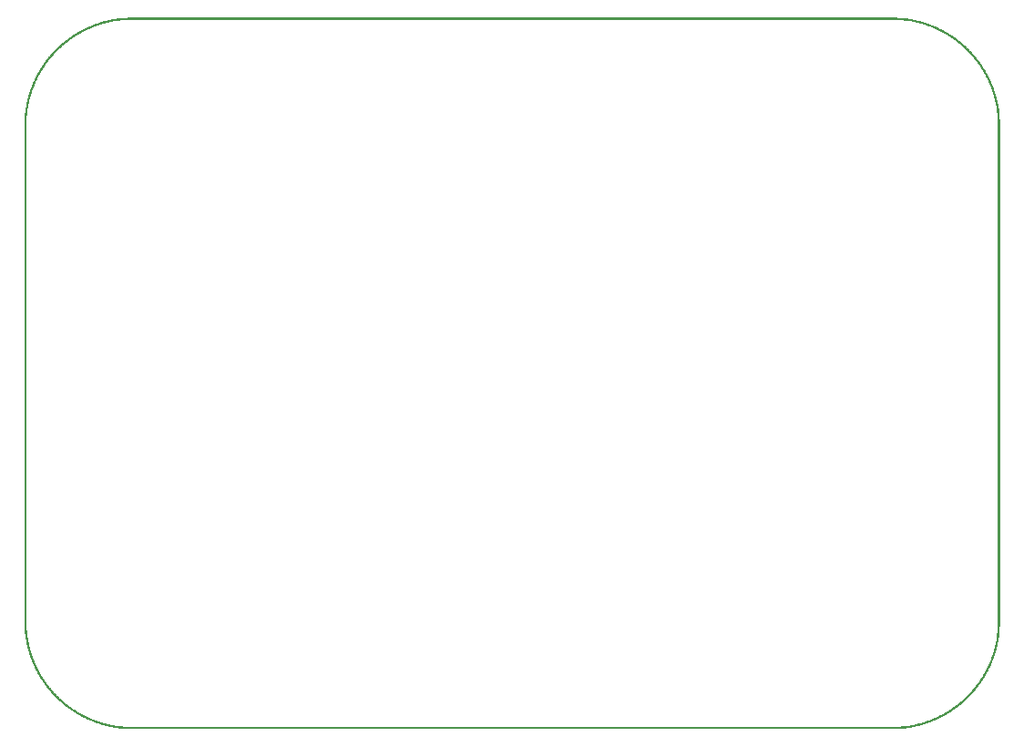
<source format=gbo>
G04 MADE WITH FRITZING*
G04 WWW.FRITZING.ORG*
G04 DOUBLE SIDED*
G04 HOLES PLATED*
G04 CONTOUR ON CENTER OF CONTOUR VECTOR*
%ASAXBY*%
%FSLAX23Y23*%
%MOIN*%
%OFA0B0*%
%SFA1.0B1.0*%
%ADD10R,0.001000X0.001000*%
%LNSILK0*%
G90*
G70*
G54D10*
X376Y2605D02*
X3193Y2605D01*
X361Y2604D02*
X3207Y2604D01*
X351Y2603D02*
X3218Y2603D01*
X343Y2602D02*
X3226Y2602D01*
X336Y2601D02*
X3233Y2601D01*
X330Y2600D02*
X3239Y2600D01*
X324Y2599D02*
X3245Y2599D01*
X319Y2598D02*
X3250Y2598D01*
X314Y2597D02*
X375Y2597D01*
X3194Y2597D02*
X3255Y2597D01*
X309Y2596D02*
X361Y2596D01*
X3208Y2596D02*
X3260Y2596D01*
X305Y2595D02*
X351Y2595D01*
X3218Y2595D02*
X3264Y2595D01*
X301Y2594D02*
X342Y2594D01*
X3227Y2594D02*
X3268Y2594D01*
X297Y2593D02*
X335Y2593D01*
X3234Y2593D02*
X3272Y2593D01*
X293Y2592D02*
X329Y2592D01*
X3240Y2592D02*
X3276Y2592D01*
X289Y2591D02*
X323Y2591D01*
X3246Y2591D02*
X3280Y2591D01*
X286Y2590D02*
X318Y2590D01*
X3251Y2590D02*
X3283Y2590D01*
X282Y2589D02*
X313Y2589D01*
X3256Y2589D02*
X3287Y2589D01*
X279Y2588D02*
X309Y2588D01*
X3260Y2588D02*
X3290Y2588D01*
X276Y2587D02*
X304Y2587D01*
X3265Y2587D02*
X3293Y2587D01*
X273Y2586D02*
X300Y2586D01*
X3269Y2586D02*
X3296Y2586D01*
X270Y2585D02*
X296Y2585D01*
X3273Y2585D02*
X3299Y2585D01*
X267Y2584D02*
X293Y2584D01*
X3276Y2584D02*
X3302Y2584D01*
X264Y2583D02*
X289Y2583D01*
X3280Y2583D02*
X3305Y2583D01*
X261Y2582D02*
X285Y2582D01*
X3284Y2582D02*
X3308Y2582D01*
X258Y2581D02*
X282Y2581D01*
X3287Y2581D02*
X3311Y2581D01*
X256Y2580D02*
X279Y2580D01*
X3290Y2580D02*
X3313Y2580D01*
X253Y2579D02*
X276Y2579D01*
X3293Y2579D02*
X3316Y2579D01*
X251Y2578D02*
X273Y2578D01*
X3296Y2578D02*
X3318Y2578D01*
X248Y2577D02*
X270Y2577D01*
X3299Y2577D02*
X3321Y2577D01*
X246Y2576D02*
X267Y2576D01*
X3302Y2576D02*
X3323Y2576D01*
X243Y2575D02*
X264Y2575D01*
X3305Y2575D02*
X3326Y2575D01*
X241Y2574D02*
X261Y2574D01*
X3308Y2574D02*
X3328Y2574D01*
X238Y2573D02*
X258Y2573D01*
X3311Y2573D02*
X3331Y2573D01*
X236Y2572D02*
X256Y2572D01*
X3313Y2572D02*
X3333Y2572D01*
X234Y2571D02*
X253Y2571D01*
X3316Y2571D02*
X3335Y2571D01*
X232Y2570D02*
X251Y2570D01*
X3318Y2570D02*
X3337Y2570D01*
X229Y2569D02*
X248Y2569D01*
X3321Y2569D02*
X3340Y2569D01*
X227Y2568D02*
X246Y2568D01*
X3323Y2568D02*
X3342Y2568D01*
X225Y2567D02*
X243Y2567D01*
X3326Y2567D02*
X3344Y2567D01*
X223Y2566D02*
X241Y2566D01*
X3328Y2566D02*
X3346Y2566D01*
X221Y2565D02*
X239Y2565D01*
X3330Y2565D02*
X3348Y2565D01*
X219Y2564D02*
X237Y2564D01*
X3332Y2564D02*
X3350Y2564D01*
X217Y2563D02*
X234Y2563D01*
X3335Y2563D02*
X3352Y2563D01*
X215Y2562D02*
X232Y2562D01*
X3337Y2562D02*
X3354Y2562D01*
X213Y2561D02*
X230Y2561D01*
X3339Y2561D02*
X3356Y2561D01*
X211Y2560D02*
X228Y2560D01*
X3341Y2560D02*
X3358Y2560D01*
X209Y2559D02*
X226Y2559D01*
X3343Y2559D02*
X3360Y2559D01*
X207Y2558D02*
X224Y2558D01*
X3345Y2558D02*
X3362Y2558D01*
X205Y2557D02*
X222Y2557D01*
X3347Y2557D02*
X3364Y2557D01*
X204Y2556D02*
X220Y2556D01*
X3349Y2556D02*
X3365Y2556D01*
X202Y2555D02*
X218Y2555D01*
X3351Y2555D02*
X3367Y2555D01*
X200Y2554D02*
X216Y2554D01*
X3353Y2554D02*
X3369Y2554D01*
X198Y2553D02*
X214Y2553D01*
X3355Y2553D02*
X3371Y2553D01*
X197Y2552D02*
X212Y2552D01*
X3357Y2552D02*
X3372Y2552D01*
X195Y2551D02*
X210Y2551D01*
X3359Y2551D02*
X3374Y2551D01*
X193Y2550D02*
X208Y2550D01*
X3361Y2550D02*
X3376Y2550D01*
X191Y2549D02*
X206Y2549D01*
X3363Y2549D02*
X3378Y2549D01*
X190Y2548D02*
X205Y2548D01*
X3364Y2548D02*
X3379Y2548D01*
X188Y2547D02*
X203Y2547D01*
X3366Y2547D02*
X3381Y2547D01*
X187Y2546D02*
X201Y2546D01*
X3368Y2546D02*
X3382Y2546D01*
X185Y2545D02*
X199Y2545D01*
X3370Y2545D02*
X3384Y2545D01*
X184Y2544D02*
X198Y2544D01*
X3371Y2544D02*
X3385Y2544D01*
X182Y2543D02*
X196Y2543D01*
X3373Y2543D02*
X3387Y2543D01*
X180Y2542D02*
X194Y2542D01*
X3375Y2542D02*
X3389Y2542D01*
X179Y2541D02*
X192Y2541D01*
X3376Y2541D02*
X3390Y2541D01*
X177Y2540D02*
X191Y2540D01*
X3378Y2540D02*
X3392Y2540D01*
X176Y2539D02*
X189Y2539D01*
X3380Y2539D02*
X3393Y2539D01*
X174Y2538D02*
X188Y2538D01*
X3381Y2538D02*
X3395Y2538D01*
X173Y2537D02*
X186Y2537D01*
X3383Y2537D02*
X3396Y2537D01*
X171Y2536D02*
X185Y2536D01*
X3384Y2536D02*
X3398Y2536D01*
X170Y2535D02*
X183Y2535D01*
X3386Y2535D02*
X3399Y2535D01*
X168Y2534D02*
X182Y2534D01*
X3387Y2534D02*
X3401Y2534D01*
X167Y2533D02*
X180Y2533D01*
X3389Y2533D02*
X3402Y2533D01*
X166Y2532D02*
X178Y2532D01*
X3391Y2532D02*
X3403Y2532D01*
X164Y2531D02*
X177Y2531D01*
X3392Y2531D02*
X3405Y2531D01*
X163Y2530D02*
X176Y2530D01*
X3393Y2530D02*
X3406Y2530D01*
X161Y2529D02*
X174Y2529D01*
X3395Y2529D02*
X3408Y2529D01*
X160Y2528D02*
X173Y2528D01*
X3396Y2528D02*
X3409Y2528D01*
X159Y2527D02*
X171Y2527D01*
X3398Y2527D02*
X3410Y2527D01*
X157Y2526D02*
X170Y2526D01*
X3399Y2526D02*
X3412Y2526D01*
X156Y2525D02*
X168Y2525D01*
X3401Y2525D02*
X3413Y2525D01*
X155Y2524D02*
X167Y2524D01*
X3402Y2524D02*
X3414Y2524D01*
X153Y2523D02*
X166Y2523D01*
X3403Y2523D02*
X3416Y2523D01*
X152Y2522D02*
X164Y2522D01*
X3405Y2522D02*
X3417Y2522D01*
X151Y2521D02*
X163Y2521D01*
X3406Y2521D02*
X3418Y2521D01*
X150Y2520D02*
X162Y2520D01*
X3407Y2520D02*
X3419Y2520D01*
X148Y2519D02*
X160Y2519D01*
X3409Y2519D02*
X3421Y2519D01*
X147Y2518D02*
X159Y2518D01*
X3410Y2518D02*
X3422Y2518D01*
X146Y2517D02*
X158Y2517D01*
X3411Y2517D02*
X3423Y2517D01*
X144Y2516D02*
X156Y2516D01*
X3413Y2516D02*
X3425Y2516D01*
X143Y2515D02*
X155Y2515D01*
X3414Y2515D02*
X3426Y2515D01*
X142Y2514D02*
X154Y2514D01*
X3415Y2514D02*
X3427Y2514D01*
X141Y2513D02*
X153Y2513D01*
X3416Y2513D02*
X3428Y2513D01*
X140Y2512D02*
X151Y2512D01*
X3418Y2512D02*
X3429Y2512D01*
X139Y2511D02*
X150Y2511D01*
X3419Y2511D02*
X3430Y2511D01*
X137Y2510D02*
X149Y2510D01*
X3420Y2510D02*
X3432Y2510D01*
X136Y2509D02*
X148Y2509D01*
X3421Y2509D02*
X3433Y2509D01*
X135Y2508D02*
X146Y2508D01*
X3423Y2508D02*
X3434Y2508D01*
X134Y2507D02*
X145Y2507D01*
X3424Y2507D02*
X3435Y2507D01*
X133Y2506D02*
X144Y2506D01*
X3425Y2506D02*
X3436Y2506D01*
X132Y2505D02*
X143Y2505D01*
X3426Y2505D02*
X3437Y2505D01*
X130Y2504D02*
X142Y2504D01*
X3427Y2504D02*
X3439Y2504D01*
X129Y2503D02*
X141Y2503D01*
X3428Y2503D02*
X3440Y2503D01*
X128Y2502D02*
X139Y2502D01*
X3430Y2502D02*
X3441Y2502D01*
X127Y2501D02*
X138Y2501D01*
X3431Y2501D02*
X3442Y2501D01*
X126Y2500D02*
X137Y2500D01*
X3432Y2500D02*
X3443Y2500D01*
X125Y2499D02*
X136Y2499D01*
X3433Y2499D02*
X3444Y2499D01*
X124Y2498D02*
X135Y2498D01*
X3434Y2498D02*
X3445Y2498D01*
X123Y2497D02*
X134Y2497D01*
X3435Y2497D02*
X3446Y2497D01*
X122Y2496D02*
X133Y2496D01*
X3436Y2496D02*
X3447Y2496D01*
X121Y2495D02*
X132Y2495D01*
X3437Y2495D02*
X3448Y2495D01*
X120Y2494D02*
X130Y2494D01*
X3439Y2494D02*
X3449Y2494D01*
X119Y2493D02*
X129Y2493D01*
X3440Y2493D02*
X3450Y2493D01*
X118Y2492D02*
X128Y2492D01*
X3441Y2492D02*
X3451Y2492D01*
X117Y2491D02*
X127Y2491D01*
X3442Y2491D02*
X3452Y2491D01*
X116Y2490D02*
X126Y2490D01*
X3443Y2490D02*
X3453Y2490D01*
X115Y2489D02*
X125Y2489D01*
X3444Y2489D02*
X3454Y2489D01*
X114Y2488D02*
X124Y2488D01*
X3445Y2488D02*
X3455Y2488D01*
X113Y2487D02*
X123Y2487D01*
X3446Y2487D02*
X3456Y2487D01*
X112Y2486D02*
X122Y2486D01*
X3447Y2486D02*
X3457Y2486D01*
X111Y2485D02*
X121Y2485D01*
X3448Y2485D02*
X3458Y2485D01*
X110Y2484D02*
X120Y2484D01*
X3449Y2484D02*
X3459Y2484D01*
X109Y2483D02*
X119Y2483D01*
X3450Y2483D02*
X3460Y2483D01*
X108Y2482D02*
X118Y2482D01*
X3451Y2482D02*
X3461Y2482D01*
X107Y2481D02*
X117Y2481D01*
X3452Y2481D02*
X3462Y2481D01*
X106Y2480D02*
X116Y2480D01*
X3453Y2480D02*
X3463Y2480D01*
X105Y2479D02*
X115Y2479D01*
X3454Y2479D02*
X3464Y2479D01*
X104Y2478D02*
X114Y2478D01*
X3455Y2478D02*
X3465Y2478D01*
X103Y2477D02*
X113Y2477D01*
X3456Y2477D02*
X3466Y2477D01*
X102Y2476D02*
X112Y2476D01*
X3457Y2476D02*
X3467Y2476D01*
X101Y2475D02*
X111Y2475D01*
X3458Y2475D02*
X3468Y2475D01*
X101Y2474D02*
X110Y2474D01*
X3459Y2474D02*
X3468Y2474D01*
X100Y2473D02*
X109Y2473D01*
X3460Y2473D02*
X3469Y2473D01*
X99Y2472D02*
X108Y2472D01*
X3461Y2472D02*
X3470Y2472D01*
X98Y2471D02*
X108Y2471D01*
X3461Y2471D02*
X3471Y2471D01*
X97Y2470D02*
X107Y2470D01*
X3462Y2470D02*
X3472Y2470D01*
X96Y2469D02*
X106Y2469D01*
X3463Y2469D02*
X3473Y2469D01*
X95Y2468D02*
X105Y2468D01*
X3464Y2468D02*
X3474Y2468D01*
X94Y2467D02*
X104Y2467D01*
X3465Y2467D02*
X3475Y2467D01*
X94Y2466D02*
X103Y2466D01*
X3466Y2466D02*
X3475Y2466D01*
X93Y2465D02*
X102Y2465D01*
X3467Y2465D02*
X3476Y2465D01*
X92Y2464D02*
X101Y2464D01*
X3468Y2464D02*
X3477Y2464D01*
X91Y2463D02*
X101Y2463D01*
X3468Y2463D02*
X3478Y2463D01*
X90Y2462D02*
X100Y2462D01*
X3469Y2462D02*
X3479Y2462D01*
X89Y2461D02*
X99Y2461D01*
X3470Y2461D02*
X3480Y2461D01*
X89Y2460D02*
X98Y2460D01*
X3471Y2460D02*
X3480Y2460D01*
X88Y2459D02*
X97Y2459D01*
X3472Y2459D02*
X3481Y2459D01*
X87Y2458D02*
X96Y2458D01*
X3473Y2458D02*
X3482Y2458D01*
X86Y2457D02*
X95Y2457D01*
X3474Y2457D02*
X3483Y2457D01*
X85Y2456D02*
X95Y2456D01*
X3474Y2456D02*
X3484Y2456D01*
X85Y2455D02*
X94Y2455D01*
X3475Y2455D02*
X3484Y2455D01*
X84Y2454D02*
X93Y2454D01*
X3476Y2454D02*
X3485Y2454D01*
X83Y2453D02*
X92Y2453D01*
X3477Y2453D02*
X3486Y2453D01*
X82Y2452D02*
X91Y2452D01*
X3478Y2452D02*
X3487Y2452D01*
X81Y2451D02*
X91Y2451D01*
X3478Y2451D02*
X3488Y2451D01*
X81Y2450D02*
X90Y2450D01*
X3479Y2450D02*
X3488Y2450D01*
X80Y2449D02*
X89Y2449D01*
X3480Y2449D02*
X3489Y2449D01*
X79Y2448D02*
X88Y2448D01*
X3481Y2448D02*
X3490Y2448D01*
X78Y2447D02*
X87Y2447D01*
X3482Y2447D02*
X3491Y2447D01*
X78Y2446D02*
X87Y2446D01*
X3482Y2446D02*
X3491Y2446D01*
X77Y2445D02*
X86Y2445D01*
X3483Y2445D02*
X3492Y2445D01*
X76Y2444D02*
X85Y2444D01*
X3484Y2444D02*
X3493Y2444D01*
X75Y2443D02*
X84Y2443D01*
X3485Y2443D02*
X3494Y2443D01*
X75Y2442D02*
X84Y2442D01*
X3485Y2442D02*
X3494Y2442D01*
X74Y2441D02*
X83Y2441D01*
X3486Y2441D02*
X3495Y2441D01*
X73Y2440D02*
X82Y2440D01*
X3487Y2440D02*
X3496Y2440D01*
X73Y2439D02*
X81Y2439D01*
X3488Y2439D02*
X3496Y2439D01*
X72Y2438D02*
X81Y2438D01*
X3488Y2438D02*
X3497Y2438D01*
X71Y2437D02*
X80Y2437D01*
X3489Y2437D02*
X3498Y2437D01*
X70Y2436D02*
X79Y2436D01*
X3490Y2436D02*
X3499Y2436D01*
X70Y2435D02*
X78Y2435D01*
X3490Y2435D02*
X3499Y2435D01*
X69Y2434D02*
X78Y2434D01*
X3491Y2434D02*
X3500Y2434D01*
X68Y2433D02*
X77Y2433D01*
X3492Y2433D02*
X3501Y2433D01*
X68Y2432D02*
X76Y2432D01*
X3493Y2432D02*
X3501Y2432D01*
X67Y2431D02*
X76Y2431D01*
X3493Y2431D02*
X3502Y2431D01*
X66Y2430D02*
X75Y2430D01*
X3494Y2430D02*
X3503Y2430D01*
X66Y2429D02*
X74Y2429D01*
X3495Y2429D02*
X3503Y2429D01*
X65Y2428D02*
X73Y2428D01*
X3496Y2428D02*
X3504Y2428D01*
X64Y2427D02*
X73Y2427D01*
X3496Y2427D02*
X3505Y2427D01*
X64Y2426D02*
X72Y2426D01*
X3497Y2426D02*
X3505Y2426D01*
X63Y2425D02*
X72Y2425D01*
X3497Y2425D02*
X3506Y2425D01*
X62Y2424D02*
X71Y2424D01*
X3498Y2424D02*
X3507Y2424D01*
X62Y2423D02*
X70Y2423D01*
X3499Y2423D02*
X3507Y2423D01*
X61Y2422D02*
X70Y2422D01*
X3499Y2422D02*
X3508Y2422D01*
X61Y2421D02*
X69Y2421D01*
X3500Y2421D02*
X3508Y2421D01*
X60Y2420D02*
X68Y2420D01*
X3501Y2420D02*
X3509Y2420D01*
X59Y2419D02*
X68Y2419D01*
X3501Y2419D02*
X3510Y2419D01*
X59Y2418D02*
X67Y2418D01*
X3502Y2418D02*
X3510Y2418D01*
X58Y2417D02*
X66Y2417D01*
X3503Y2417D02*
X3511Y2417D01*
X57Y2416D02*
X66Y2416D01*
X3503Y2416D02*
X3512Y2416D01*
X57Y2415D02*
X65Y2415D01*
X3504Y2415D02*
X3512Y2415D01*
X56Y2414D02*
X64Y2414D01*
X3505Y2414D02*
X3513Y2414D01*
X56Y2413D02*
X64Y2413D01*
X3505Y2413D02*
X3513Y2413D01*
X55Y2412D02*
X63Y2412D01*
X3506Y2412D02*
X3514Y2412D01*
X54Y2411D02*
X63Y2411D01*
X3506Y2411D02*
X3515Y2411D01*
X54Y2410D02*
X62Y2410D01*
X3507Y2410D02*
X3515Y2410D01*
X53Y2409D02*
X61Y2409D01*
X3508Y2409D02*
X3516Y2409D01*
X53Y2408D02*
X61Y2408D01*
X3508Y2408D02*
X3516Y2408D01*
X52Y2407D02*
X60Y2407D01*
X3509Y2407D02*
X3517Y2407D01*
X52Y2406D02*
X60Y2406D01*
X3509Y2406D02*
X3517Y2406D01*
X51Y2405D02*
X59Y2405D01*
X3510Y2405D02*
X3518Y2405D01*
X50Y2404D02*
X58Y2404D01*
X3511Y2404D02*
X3519Y2404D01*
X50Y2403D02*
X58Y2403D01*
X3511Y2403D02*
X3519Y2403D01*
X49Y2402D02*
X57Y2402D01*
X3512Y2402D02*
X3520Y2402D01*
X49Y2401D02*
X57Y2401D01*
X3512Y2401D02*
X3520Y2401D01*
X48Y2400D02*
X56Y2400D01*
X3513Y2400D02*
X3521Y2400D01*
X48Y2399D02*
X56Y2399D01*
X3513Y2399D02*
X3521Y2399D01*
X47Y2398D02*
X55Y2398D01*
X3514Y2398D02*
X3522Y2398D01*
X46Y2397D02*
X54Y2397D01*
X3515Y2397D02*
X3523Y2397D01*
X46Y2396D02*
X54Y2396D01*
X3515Y2396D02*
X3523Y2396D01*
X45Y2395D02*
X53Y2395D01*
X3516Y2395D02*
X3524Y2395D01*
X45Y2394D02*
X53Y2394D01*
X3516Y2394D02*
X3524Y2394D01*
X44Y2393D02*
X52Y2393D01*
X3517Y2393D02*
X3525Y2393D01*
X44Y2392D02*
X52Y2392D01*
X3517Y2392D02*
X3525Y2392D01*
X43Y2391D02*
X51Y2391D01*
X3518Y2391D02*
X3526Y2391D01*
X43Y2390D02*
X51Y2390D01*
X3518Y2390D02*
X3526Y2390D01*
X42Y2389D02*
X50Y2389D01*
X3519Y2389D02*
X3527Y2389D01*
X42Y2388D02*
X50Y2388D01*
X3519Y2388D02*
X3527Y2388D01*
X41Y2387D02*
X49Y2387D01*
X3520Y2387D02*
X3528Y2387D01*
X41Y2386D02*
X49Y2386D01*
X3520Y2386D02*
X3528Y2386D01*
X40Y2385D02*
X48Y2385D01*
X3521Y2385D02*
X3529Y2385D01*
X40Y2384D02*
X48Y2384D01*
X3521Y2384D02*
X3529Y2384D01*
X39Y2383D02*
X47Y2383D01*
X3522Y2383D02*
X3530Y2383D01*
X39Y2382D02*
X47Y2382D01*
X3522Y2382D02*
X3530Y2382D01*
X38Y2381D02*
X46Y2381D01*
X3523Y2381D02*
X3531Y2381D01*
X38Y2380D02*
X46Y2380D01*
X3523Y2380D02*
X3531Y2380D01*
X37Y2379D02*
X45Y2379D01*
X3524Y2379D02*
X3532Y2379D01*
X37Y2378D02*
X45Y2378D01*
X3524Y2378D02*
X3532Y2378D01*
X37Y2377D02*
X44Y2377D01*
X3525Y2377D02*
X3532Y2377D01*
X36Y2376D02*
X44Y2376D01*
X3525Y2376D02*
X3533Y2376D01*
X36Y2375D02*
X43Y2375D01*
X3526Y2375D02*
X3533Y2375D01*
X35Y2374D02*
X43Y2374D01*
X3526Y2374D02*
X3534Y2374D01*
X35Y2373D02*
X42Y2373D01*
X3527Y2373D02*
X3534Y2373D01*
X34Y2372D02*
X42Y2372D01*
X3527Y2372D02*
X3535Y2372D01*
X34Y2371D02*
X41Y2371D01*
X3528Y2371D02*
X3535Y2371D01*
X33Y2370D02*
X41Y2370D01*
X3528Y2370D02*
X3536Y2370D01*
X33Y2369D02*
X41Y2369D01*
X3528Y2369D02*
X3536Y2369D01*
X32Y2368D02*
X40Y2368D01*
X3529Y2368D02*
X3537Y2368D01*
X32Y2367D02*
X40Y2367D01*
X3529Y2367D02*
X3537Y2367D01*
X32Y2366D02*
X39Y2366D01*
X3530Y2366D02*
X3537Y2366D01*
X31Y2365D02*
X39Y2365D01*
X3530Y2365D02*
X3538Y2365D01*
X31Y2364D02*
X38Y2364D01*
X3531Y2364D02*
X3538Y2364D01*
X30Y2363D02*
X38Y2363D01*
X3531Y2363D02*
X3539Y2363D01*
X30Y2362D02*
X37Y2362D01*
X3532Y2362D02*
X3539Y2362D01*
X30Y2361D02*
X37Y2361D01*
X3532Y2361D02*
X3539Y2361D01*
X29Y2360D02*
X37Y2360D01*
X3532Y2360D02*
X3540Y2360D01*
X29Y2359D02*
X36Y2359D01*
X3533Y2359D02*
X3540Y2359D01*
X28Y2358D02*
X36Y2358D01*
X3533Y2358D02*
X3541Y2358D01*
X28Y2357D02*
X35Y2357D01*
X3534Y2357D02*
X3541Y2357D01*
X28Y2356D02*
X35Y2356D01*
X3534Y2356D02*
X3541Y2356D01*
X27Y2355D02*
X35Y2355D01*
X3534Y2355D02*
X3542Y2355D01*
X27Y2354D02*
X34Y2354D01*
X3535Y2354D02*
X3542Y2354D01*
X26Y2353D02*
X34Y2353D01*
X3535Y2353D02*
X3543Y2353D01*
X26Y2352D02*
X33Y2352D01*
X3536Y2352D02*
X3543Y2352D01*
X26Y2351D02*
X33Y2351D01*
X3536Y2351D02*
X3543Y2351D01*
X25Y2350D02*
X33Y2350D01*
X3536Y2350D02*
X3544Y2350D01*
X25Y2349D02*
X32Y2349D01*
X3537Y2349D02*
X3544Y2349D01*
X24Y2348D02*
X32Y2348D01*
X3537Y2348D02*
X3545Y2348D01*
X24Y2347D02*
X31Y2347D01*
X3538Y2347D02*
X3545Y2347D01*
X24Y2346D02*
X31Y2346D01*
X3538Y2346D02*
X3545Y2346D01*
X23Y2345D02*
X31Y2345D01*
X3538Y2345D02*
X3546Y2345D01*
X23Y2344D02*
X30Y2344D01*
X3539Y2344D02*
X3546Y2344D01*
X23Y2343D02*
X30Y2343D01*
X3539Y2343D02*
X3546Y2343D01*
X22Y2342D02*
X30Y2342D01*
X3539Y2342D02*
X3547Y2342D01*
X22Y2341D02*
X29Y2341D01*
X3540Y2341D02*
X3547Y2341D01*
X21Y2340D02*
X29Y2340D01*
X3540Y2340D02*
X3548Y2340D01*
X21Y2339D02*
X29Y2339D01*
X3540Y2339D02*
X3548Y2339D01*
X21Y2338D02*
X28Y2338D01*
X3541Y2338D02*
X3548Y2338D01*
X20Y2337D02*
X28Y2337D01*
X3541Y2337D02*
X3549Y2337D01*
X20Y2336D02*
X28Y2336D01*
X3541Y2336D02*
X3549Y2336D01*
X20Y2335D02*
X27Y2335D01*
X3542Y2335D02*
X3549Y2335D01*
X19Y2334D02*
X27Y2334D01*
X3542Y2334D02*
X3550Y2334D01*
X19Y2333D02*
X27Y2333D01*
X3542Y2333D02*
X3550Y2333D01*
X19Y2332D02*
X26Y2332D01*
X3543Y2332D02*
X3550Y2332D01*
X18Y2331D02*
X26Y2331D01*
X3543Y2331D02*
X3551Y2331D01*
X18Y2330D02*
X25Y2330D01*
X3544Y2330D02*
X3551Y2330D01*
X18Y2329D02*
X25Y2329D01*
X3544Y2329D02*
X3551Y2329D01*
X18Y2328D02*
X25Y2328D01*
X3544Y2328D02*
X3551Y2328D01*
X17Y2327D02*
X24Y2327D01*
X3545Y2327D02*
X3552Y2327D01*
X17Y2326D02*
X24Y2326D01*
X3545Y2326D02*
X3552Y2326D01*
X17Y2325D02*
X24Y2325D01*
X3545Y2325D02*
X3552Y2325D01*
X16Y2324D02*
X24Y2324D01*
X3545Y2324D02*
X3553Y2324D01*
X16Y2323D02*
X23Y2323D01*
X3546Y2323D02*
X3553Y2323D01*
X16Y2322D02*
X23Y2322D01*
X3546Y2322D02*
X3553Y2322D01*
X15Y2321D02*
X23Y2321D01*
X3546Y2321D02*
X3554Y2321D01*
X15Y2320D02*
X22Y2320D01*
X3547Y2320D02*
X3554Y2320D01*
X15Y2319D02*
X22Y2319D01*
X3547Y2319D02*
X3554Y2319D01*
X15Y2318D02*
X22Y2318D01*
X3547Y2318D02*
X3554Y2318D01*
X14Y2317D02*
X21Y2317D01*
X3548Y2317D02*
X3555Y2317D01*
X14Y2316D02*
X21Y2316D01*
X3548Y2316D02*
X3555Y2316D01*
X14Y2315D02*
X21Y2315D01*
X3548Y2315D02*
X3555Y2315D01*
X13Y2314D02*
X21Y2314D01*
X3548Y2314D02*
X3556Y2314D01*
X13Y2313D02*
X20Y2313D01*
X3549Y2313D02*
X3556Y2313D01*
X13Y2312D02*
X20Y2312D01*
X3549Y2312D02*
X3556Y2312D01*
X13Y2311D02*
X20Y2311D01*
X3549Y2311D02*
X3556Y2311D01*
X12Y2310D02*
X20Y2310D01*
X3549Y2310D02*
X3557Y2310D01*
X12Y2309D02*
X19Y2309D01*
X3550Y2309D02*
X3557Y2309D01*
X12Y2308D02*
X19Y2308D01*
X3550Y2308D02*
X3557Y2308D01*
X12Y2307D02*
X19Y2307D01*
X3550Y2307D02*
X3557Y2307D01*
X11Y2306D02*
X19Y2306D01*
X3550Y2306D02*
X3558Y2306D01*
X11Y2305D02*
X18Y2305D01*
X3551Y2305D02*
X3558Y2305D01*
X11Y2304D02*
X18Y2304D01*
X3551Y2304D02*
X3558Y2304D01*
X11Y2303D02*
X18Y2303D01*
X3551Y2303D02*
X3558Y2303D01*
X10Y2302D02*
X18Y2302D01*
X3551Y2302D02*
X3559Y2302D01*
X10Y2301D02*
X17Y2301D01*
X3552Y2301D02*
X3559Y2301D01*
X10Y2300D02*
X17Y2300D01*
X3552Y2300D02*
X3559Y2300D01*
X10Y2299D02*
X17Y2299D01*
X3552Y2299D02*
X3559Y2299D01*
X10Y2298D02*
X17Y2298D01*
X3552Y2298D02*
X3559Y2298D01*
X9Y2297D02*
X16Y2297D01*
X3553Y2297D02*
X3560Y2297D01*
X9Y2296D02*
X16Y2296D01*
X3553Y2296D02*
X3560Y2296D01*
X9Y2295D02*
X16Y2295D01*
X3553Y2295D02*
X3560Y2295D01*
X9Y2294D02*
X16Y2294D01*
X3553Y2294D02*
X3560Y2294D01*
X8Y2293D02*
X16Y2293D01*
X3553Y2293D02*
X3561Y2293D01*
X8Y2292D02*
X15Y2292D01*
X3554Y2292D02*
X3561Y2292D01*
X8Y2291D02*
X15Y2291D01*
X3554Y2291D02*
X3561Y2291D01*
X8Y2290D02*
X15Y2290D01*
X3554Y2290D02*
X3561Y2290D01*
X8Y2289D02*
X15Y2289D01*
X3554Y2289D02*
X3561Y2289D01*
X7Y2288D02*
X14Y2288D01*
X3555Y2288D02*
X3562Y2288D01*
X7Y2287D02*
X14Y2287D01*
X3555Y2287D02*
X3562Y2287D01*
X7Y2286D02*
X14Y2286D01*
X3555Y2286D02*
X3562Y2286D01*
X7Y2285D02*
X14Y2285D01*
X3555Y2285D02*
X3562Y2285D01*
X7Y2284D02*
X14Y2284D01*
X3555Y2284D02*
X3562Y2284D01*
X6Y2283D02*
X14Y2283D01*
X3555Y2283D02*
X3563Y2283D01*
X6Y2282D02*
X13Y2282D01*
X3556Y2282D02*
X3563Y2282D01*
X6Y2281D02*
X13Y2281D01*
X3556Y2281D02*
X3563Y2281D01*
X6Y2280D02*
X13Y2280D01*
X3556Y2280D02*
X3563Y2280D01*
X6Y2279D02*
X13Y2279D01*
X3556Y2279D02*
X3563Y2279D01*
X6Y2278D02*
X13Y2278D01*
X3556Y2278D02*
X3563Y2278D01*
X5Y2277D02*
X12Y2277D01*
X3557Y2277D02*
X3564Y2277D01*
X5Y2276D02*
X12Y2276D01*
X3557Y2276D02*
X3564Y2276D01*
X5Y2275D02*
X12Y2275D01*
X3557Y2275D02*
X3564Y2275D01*
X5Y2274D02*
X12Y2274D01*
X3557Y2274D02*
X3564Y2274D01*
X5Y2273D02*
X12Y2273D01*
X3557Y2273D02*
X3564Y2273D01*
X5Y2272D02*
X12Y2272D01*
X3557Y2272D02*
X3564Y2272D01*
X4Y2271D02*
X11Y2271D01*
X3558Y2271D02*
X3565Y2271D01*
X4Y2270D02*
X11Y2270D01*
X3558Y2270D02*
X3565Y2270D01*
X4Y2269D02*
X11Y2269D01*
X3558Y2269D02*
X3565Y2269D01*
X4Y2268D02*
X11Y2268D01*
X3558Y2268D02*
X3565Y2268D01*
X4Y2267D02*
X11Y2267D01*
X3558Y2267D02*
X3565Y2267D01*
X4Y2266D02*
X11Y2266D01*
X3558Y2266D02*
X3565Y2266D01*
X4Y2265D02*
X11Y2265D01*
X3558Y2265D02*
X3565Y2265D01*
X3Y2264D02*
X10Y2264D01*
X3559Y2264D02*
X3566Y2264D01*
X3Y2263D02*
X10Y2263D01*
X3559Y2263D02*
X3566Y2263D01*
X3Y2262D02*
X10Y2262D01*
X3559Y2262D02*
X3566Y2262D01*
X3Y2261D02*
X10Y2261D01*
X3559Y2261D02*
X3566Y2261D01*
X3Y2260D02*
X10Y2260D01*
X3559Y2260D02*
X3566Y2260D01*
X3Y2259D02*
X10Y2259D01*
X3559Y2259D02*
X3566Y2259D01*
X3Y2258D02*
X10Y2258D01*
X3559Y2258D02*
X3566Y2258D01*
X3Y2257D02*
X10Y2257D01*
X3559Y2257D02*
X3566Y2257D01*
X2Y2256D02*
X10Y2256D01*
X3559Y2256D02*
X3567Y2256D01*
X2Y2255D02*
X9Y2255D01*
X3560Y2255D02*
X3567Y2255D01*
X2Y2254D02*
X9Y2254D01*
X3560Y2254D02*
X3567Y2254D01*
X2Y2253D02*
X9Y2253D01*
X3560Y2253D02*
X3567Y2253D01*
X2Y2252D02*
X9Y2252D01*
X3560Y2252D02*
X3567Y2252D01*
X2Y2251D02*
X9Y2251D01*
X3560Y2251D02*
X3567Y2251D01*
X2Y2250D02*
X9Y2250D01*
X3560Y2250D02*
X3567Y2250D01*
X2Y2249D02*
X9Y2249D01*
X3560Y2249D02*
X3567Y2249D01*
X2Y2248D02*
X9Y2248D01*
X3560Y2248D02*
X3567Y2248D01*
X2Y2247D02*
X9Y2247D01*
X3560Y2247D02*
X3567Y2247D01*
X1Y2246D02*
X9Y2246D01*
X3560Y2246D02*
X3568Y2246D01*
X1Y2245D02*
X8Y2245D01*
X3561Y2245D02*
X3568Y2245D01*
X1Y2244D02*
X8Y2244D01*
X3561Y2244D02*
X3568Y2244D01*
X1Y2243D02*
X8Y2243D01*
X3561Y2243D02*
X3568Y2243D01*
X1Y2242D02*
X8Y2242D01*
X3561Y2242D02*
X3568Y2242D01*
X1Y2241D02*
X8Y2241D01*
X3561Y2241D02*
X3568Y2241D01*
X1Y2240D02*
X8Y2240D01*
X3561Y2240D02*
X3568Y2240D01*
X1Y2239D02*
X8Y2239D01*
X3561Y2239D02*
X3568Y2239D01*
X1Y2238D02*
X8Y2238D01*
X3561Y2238D02*
X3568Y2238D01*
X1Y2237D02*
X8Y2237D01*
X3561Y2237D02*
X3568Y2237D01*
X1Y2236D02*
X8Y2236D01*
X3561Y2236D02*
X3568Y2236D01*
X1Y2235D02*
X8Y2235D01*
X3561Y2235D02*
X3568Y2235D01*
X1Y2234D02*
X8Y2234D01*
X3561Y2234D02*
X3568Y2234D01*
X1Y2233D02*
X8Y2233D01*
X3561Y2233D02*
X3568Y2233D01*
X0Y2232D02*
X8Y2232D01*
X3561Y2232D02*
X3568Y2232D01*
X0Y2231D02*
X7Y2231D01*
X3562Y2231D02*
X3569Y2231D01*
X0Y2230D02*
X7Y2230D01*
X3562Y2230D02*
X3569Y2230D01*
X0Y2229D02*
X7Y2229D01*
X3562Y2229D02*
X3569Y2229D01*
X0Y2228D02*
X7Y2228D01*
X3562Y2228D02*
X3569Y2228D01*
X0Y2227D02*
X7Y2227D01*
X3562Y2227D02*
X3569Y2227D01*
X0Y2226D02*
X7Y2226D01*
X3562Y2226D02*
X3569Y2226D01*
X0Y2225D02*
X7Y2225D01*
X3562Y2225D02*
X3569Y2225D01*
X0Y2224D02*
X7Y2224D01*
X3562Y2224D02*
X3569Y2224D01*
X0Y2223D02*
X7Y2223D01*
X3562Y2223D02*
X3569Y2223D01*
X0Y2222D02*
X7Y2222D01*
X3562Y2222D02*
X3569Y2222D01*
X0Y2221D02*
X7Y2221D01*
X3562Y2221D02*
X3569Y2221D01*
X0Y2220D02*
X7Y2220D01*
X3562Y2220D02*
X3569Y2220D01*
X0Y2219D02*
X7Y2219D01*
X3562Y2219D02*
X3569Y2219D01*
X0Y2218D02*
X7Y2218D01*
X3562Y2218D02*
X3569Y2218D01*
X0Y2217D02*
X7Y2217D01*
X3562Y2217D02*
X3569Y2217D01*
X0Y2216D02*
X7Y2216D01*
X3562Y2216D02*
X3569Y2216D01*
X0Y2215D02*
X7Y2215D01*
X3562Y2215D02*
X3569Y2215D01*
X0Y2214D02*
X7Y2214D01*
X3562Y2214D02*
X3569Y2214D01*
X0Y2213D02*
X7Y2213D01*
X3562Y2213D02*
X3569Y2213D01*
X0Y2212D02*
X7Y2212D01*
X3562Y2212D02*
X3569Y2212D01*
X0Y2211D02*
X7Y2211D01*
X3562Y2211D02*
X3569Y2211D01*
X0Y2210D02*
X7Y2210D01*
X3562Y2210D02*
X3569Y2210D01*
X0Y2209D02*
X7Y2209D01*
X3562Y2209D02*
X3569Y2209D01*
X0Y2208D02*
X7Y2208D01*
X3562Y2208D02*
X3569Y2208D01*
X0Y2207D02*
X7Y2207D01*
X3562Y2207D02*
X3569Y2207D01*
X0Y2206D02*
X7Y2206D01*
X3562Y2206D02*
X3569Y2206D01*
X0Y2205D02*
X7Y2205D01*
X3562Y2205D02*
X3569Y2205D01*
X0Y2204D02*
X7Y2204D01*
X3562Y2204D02*
X3569Y2204D01*
X0Y2203D02*
X7Y2203D01*
X3562Y2203D02*
X3569Y2203D01*
X0Y2202D02*
X7Y2202D01*
X3562Y2202D02*
X3569Y2202D01*
X0Y2201D02*
X7Y2201D01*
X3562Y2201D02*
X3569Y2201D01*
X0Y2200D02*
X7Y2200D01*
X3562Y2200D02*
X3569Y2200D01*
X0Y2199D02*
X7Y2199D01*
X3562Y2199D02*
X3569Y2199D01*
X0Y2198D02*
X7Y2198D01*
X3562Y2198D02*
X3569Y2198D01*
X0Y2197D02*
X7Y2197D01*
X3562Y2197D02*
X3569Y2197D01*
X0Y2196D02*
X7Y2196D01*
X3562Y2196D02*
X3569Y2196D01*
X0Y2195D02*
X7Y2195D01*
X3562Y2195D02*
X3569Y2195D01*
X0Y2194D02*
X7Y2194D01*
X3562Y2194D02*
X3569Y2194D01*
X0Y2193D02*
X7Y2193D01*
X3562Y2193D02*
X3569Y2193D01*
X0Y2192D02*
X7Y2192D01*
X3562Y2192D02*
X3569Y2192D01*
X0Y2191D02*
X7Y2191D01*
X3562Y2191D02*
X3569Y2191D01*
X0Y2190D02*
X7Y2190D01*
X3562Y2190D02*
X3569Y2190D01*
X0Y2189D02*
X7Y2189D01*
X3562Y2189D02*
X3569Y2189D01*
X0Y2188D02*
X7Y2188D01*
X3562Y2188D02*
X3569Y2188D01*
X0Y2187D02*
X7Y2187D01*
X3562Y2187D02*
X3569Y2187D01*
X0Y2186D02*
X7Y2186D01*
X3562Y2186D02*
X3569Y2186D01*
X0Y2185D02*
X7Y2185D01*
X3562Y2185D02*
X3569Y2185D01*
X0Y2184D02*
X7Y2184D01*
X3562Y2184D02*
X3569Y2184D01*
X0Y2183D02*
X7Y2183D01*
X3562Y2183D02*
X3569Y2183D01*
X0Y2182D02*
X7Y2182D01*
X3562Y2182D02*
X3569Y2182D01*
X0Y2181D02*
X7Y2181D01*
X3562Y2181D02*
X3569Y2181D01*
X0Y2180D02*
X7Y2180D01*
X3562Y2180D02*
X3569Y2180D01*
X0Y2179D02*
X7Y2179D01*
X3562Y2179D02*
X3569Y2179D01*
X0Y2178D02*
X7Y2178D01*
X3562Y2178D02*
X3569Y2178D01*
X0Y2177D02*
X7Y2177D01*
X3562Y2177D02*
X3569Y2177D01*
X0Y2176D02*
X7Y2176D01*
X3562Y2176D02*
X3569Y2176D01*
X0Y2175D02*
X7Y2175D01*
X3562Y2175D02*
X3569Y2175D01*
X0Y2174D02*
X7Y2174D01*
X3562Y2174D02*
X3569Y2174D01*
X0Y2173D02*
X7Y2173D01*
X3562Y2173D02*
X3569Y2173D01*
X0Y2172D02*
X7Y2172D01*
X3562Y2172D02*
X3569Y2172D01*
X0Y2171D02*
X7Y2171D01*
X3562Y2171D02*
X3569Y2171D01*
X0Y2170D02*
X7Y2170D01*
X3562Y2170D02*
X3569Y2170D01*
X0Y2169D02*
X7Y2169D01*
X3562Y2169D02*
X3569Y2169D01*
X0Y2168D02*
X7Y2168D01*
X3562Y2168D02*
X3569Y2168D01*
X0Y2167D02*
X7Y2167D01*
X3562Y2167D02*
X3569Y2167D01*
X0Y2166D02*
X7Y2166D01*
X3562Y2166D02*
X3569Y2166D01*
X0Y2165D02*
X7Y2165D01*
X3562Y2165D02*
X3569Y2165D01*
X0Y2164D02*
X7Y2164D01*
X3562Y2164D02*
X3569Y2164D01*
X0Y2163D02*
X7Y2163D01*
X3562Y2163D02*
X3569Y2163D01*
X0Y2162D02*
X7Y2162D01*
X3562Y2162D02*
X3569Y2162D01*
X0Y2161D02*
X7Y2161D01*
X3562Y2161D02*
X3569Y2161D01*
X0Y2160D02*
X7Y2160D01*
X3562Y2160D02*
X3569Y2160D01*
X0Y2159D02*
X7Y2159D01*
X3562Y2159D02*
X3569Y2159D01*
X0Y2158D02*
X7Y2158D01*
X3562Y2158D02*
X3569Y2158D01*
X0Y2157D02*
X7Y2157D01*
X3562Y2157D02*
X3569Y2157D01*
X0Y2156D02*
X7Y2156D01*
X3562Y2156D02*
X3569Y2156D01*
X0Y2155D02*
X7Y2155D01*
X3562Y2155D02*
X3569Y2155D01*
X0Y2154D02*
X7Y2154D01*
X3562Y2154D02*
X3569Y2154D01*
X0Y2153D02*
X7Y2153D01*
X3562Y2153D02*
X3569Y2153D01*
X0Y2152D02*
X7Y2152D01*
X3562Y2152D02*
X3569Y2152D01*
X0Y2151D02*
X7Y2151D01*
X3562Y2151D02*
X3569Y2151D01*
X0Y2150D02*
X7Y2150D01*
X3562Y2150D02*
X3569Y2150D01*
X0Y2149D02*
X7Y2149D01*
X3562Y2149D02*
X3569Y2149D01*
X0Y2148D02*
X7Y2148D01*
X3562Y2148D02*
X3569Y2148D01*
X0Y2147D02*
X7Y2147D01*
X3562Y2147D02*
X3569Y2147D01*
X0Y2146D02*
X7Y2146D01*
X3562Y2146D02*
X3569Y2146D01*
X0Y2145D02*
X7Y2145D01*
X3562Y2145D02*
X3569Y2145D01*
X0Y2144D02*
X7Y2144D01*
X3562Y2144D02*
X3569Y2144D01*
X0Y2143D02*
X7Y2143D01*
X3562Y2143D02*
X3569Y2143D01*
X0Y2142D02*
X7Y2142D01*
X3562Y2142D02*
X3569Y2142D01*
X0Y2141D02*
X7Y2141D01*
X3562Y2141D02*
X3569Y2141D01*
X0Y2140D02*
X7Y2140D01*
X3562Y2140D02*
X3569Y2140D01*
X0Y2139D02*
X7Y2139D01*
X3562Y2139D02*
X3569Y2139D01*
X0Y2138D02*
X7Y2138D01*
X3562Y2138D02*
X3569Y2138D01*
X0Y2137D02*
X7Y2137D01*
X3562Y2137D02*
X3569Y2137D01*
X0Y2136D02*
X7Y2136D01*
X3562Y2136D02*
X3569Y2136D01*
X0Y2135D02*
X7Y2135D01*
X3562Y2135D02*
X3569Y2135D01*
X0Y2134D02*
X7Y2134D01*
X3562Y2134D02*
X3569Y2134D01*
X0Y2133D02*
X7Y2133D01*
X3562Y2133D02*
X3569Y2133D01*
X0Y2132D02*
X7Y2132D01*
X3562Y2132D02*
X3569Y2132D01*
X0Y2131D02*
X7Y2131D01*
X3562Y2131D02*
X3569Y2131D01*
X0Y2130D02*
X7Y2130D01*
X3562Y2130D02*
X3569Y2130D01*
X0Y2129D02*
X7Y2129D01*
X3562Y2129D02*
X3569Y2129D01*
X0Y2128D02*
X7Y2128D01*
X3562Y2128D02*
X3569Y2128D01*
X0Y2127D02*
X7Y2127D01*
X3562Y2127D02*
X3569Y2127D01*
X0Y2126D02*
X7Y2126D01*
X3562Y2126D02*
X3569Y2126D01*
X0Y2125D02*
X7Y2125D01*
X3562Y2125D02*
X3569Y2125D01*
X0Y2124D02*
X7Y2124D01*
X3562Y2124D02*
X3569Y2124D01*
X0Y2123D02*
X7Y2123D01*
X3562Y2123D02*
X3569Y2123D01*
X0Y2122D02*
X7Y2122D01*
X3562Y2122D02*
X3569Y2122D01*
X0Y2121D02*
X7Y2121D01*
X3562Y2121D02*
X3569Y2121D01*
X0Y2120D02*
X7Y2120D01*
X3562Y2120D02*
X3569Y2120D01*
X0Y2119D02*
X7Y2119D01*
X3562Y2119D02*
X3569Y2119D01*
X0Y2118D02*
X7Y2118D01*
X3562Y2118D02*
X3569Y2118D01*
X0Y2117D02*
X7Y2117D01*
X3562Y2117D02*
X3569Y2117D01*
X0Y2116D02*
X7Y2116D01*
X3562Y2116D02*
X3569Y2116D01*
X0Y2115D02*
X7Y2115D01*
X3562Y2115D02*
X3569Y2115D01*
X0Y2114D02*
X7Y2114D01*
X3562Y2114D02*
X3569Y2114D01*
X0Y2113D02*
X7Y2113D01*
X3562Y2113D02*
X3569Y2113D01*
X0Y2112D02*
X7Y2112D01*
X3562Y2112D02*
X3569Y2112D01*
X0Y2111D02*
X7Y2111D01*
X3562Y2111D02*
X3569Y2111D01*
X0Y2110D02*
X7Y2110D01*
X3562Y2110D02*
X3569Y2110D01*
X0Y2109D02*
X7Y2109D01*
X3562Y2109D02*
X3569Y2109D01*
X0Y2108D02*
X7Y2108D01*
X3562Y2108D02*
X3569Y2108D01*
X0Y2107D02*
X7Y2107D01*
X3562Y2107D02*
X3569Y2107D01*
X0Y2106D02*
X7Y2106D01*
X3562Y2106D02*
X3569Y2106D01*
X0Y2105D02*
X7Y2105D01*
X3562Y2105D02*
X3569Y2105D01*
X0Y2104D02*
X7Y2104D01*
X3562Y2104D02*
X3569Y2104D01*
X0Y2103D02*
X7Y2103D01*
X3562Y2103D02*
X3569Y2103D01*
X0Y2102D02*
X7Y2102D01*
X3562Y2102D02*
X3569Y2102D01*
X0Y2101D02*
X7Y2101D01*
X3562Y2101D02*
X3569Y2101D01*
X0Y2100D02*
X7Y2100D01*
X3562Y2100D02*
X3569Y2100D01*
X0Y2099D02*
X7Y2099D01*
X3562Y2099D02*
X3569Y2099D01*
X0Y2098D02*
X7Y2098D01*
X3562Y2098D02*
X3569Y2098D01*
X0Y2097D02*
X7Y2097D01*
X3562Y2097D02*
X3569Y2097D01*
X0Y2096D02*
X7Y2096D01*
X3562Y2096D02*
X3569Y2096D01*
X0Y2095D02*
X7Y2095D01*
X3562Y2095D02*
X3569Y2095D01*
X0Y2094D02*
X7Y2094D01*
X3562Y2094D02*
X3569Y2094D01*
X0Y2093D02*
X7Y2093D01*
X3562Y2093D02*
X3569Y2093D01*
X0Y2092D02*
X7Y2092D01*
X3562Y2092D02*
X3569Y2092D01*
X0Y2091D02*
X7Y2091D01*
X3562Y2091D02*
X3569Y2091D01*
X0Y2090D02*
X7Y2090D01*
X3562Y2090D02*
X3569Y2090D01*
X0Y2089D02*
X7Y2089D01*
X3562Y2089D02*
X3569Y2089D01*
X0Y2088D02*
X7Y2088D01*
X3562Y2088D02*
X3569Y2088D01*
X0Y2087D02*
X7Y2087D01*
X3562Y2087D02*
X3569Y2087D01*
X0Y2086D02*
X7Y2086D01*
X3562Y2086D02*
X3569Y2086D01*
X0Y2085D02*
X7Y2085D01*
X3562Y2085D02*
X3569Y2085D01*
X0Y2084D02*
X7Y2084D01*
X3562Y2084D02*
X3569Y2084D01*
X0Y2083D02*
X7Y2083D01*
X3562Y2083D02*
X3569Y2083D01*
X0Y2082D02*
X7Y2082D01*
X3562Y2082D02*
X3569Y2082D01*
X0Y2081D02*
X7Y2081D01*
X3562Y2081D02*
X3569Y2081D01*
X0Y2080D02*
X7Y2080D01*
X3562Y2080D02*
X3569Y2080D01*
X0Y2079D02*
X7Y2079D01*
X3562Y2079D02*
X3569Y2079D01*
X0Y2078D02*
X7Y2078D01*
X3562Y2078D02*
X3569Y2078D01*
X0Y2077D02*
X7Y2077D01*
X3562Y2077D02*
X3569Y2077D01*
X0Y2076D02*
X7Y2076D01*
X3562Y2076D02*
X3569Y2076D01*
X0Y2075D02*
X7Y2075D01*
X3562Y2075D02*
X3569Y2075D01*
X0Y2074D02*
X7Y2074D01*
X3562Y2074D02*
X3569Y2074D01*
X0Y2073D02*
X7Y2073D01*
X3562Y2073D02*
X3569Y2073D01*
X0Y2072D02*
X7Y2072D01*
X3562Y2072D02*
X3569Y2072D01*
X0Y2071D02*
X7Y2071D01*
X3562Y2071D02*
X3569Y2071D01*
X0Y2070D02*
X7Y2070D01*
X3562Y2070D02*
X3569Y2070D01*
X0Y2069D02*
X7Y2069D01*
X3562Y2069D02*
X3569Y2069D01*
X0Y2068D02*
X7Y2068D01*
X3562Y2068D02*
X3569Y2068D01*
X0Y2067D02*
X7Y2067D01*
X3562Y2067D02*
X3569Y2067D01*
X0Y2066D02*
X7Y2066D01*
X3562Y2066D02*
X3569Y2066D01*
X0Y2065D02*
X7Y2065D01*
X3562Y2065D02*
X3569Y2065D01*
X0Y2064D02*
X7Y2064D01*
X3562Y2064D02*
X3569Y2064D01*
X0Y2063D02*
X7Y2063D01*
X3562Y2063D02*
X3569Y2063D01*
X0Y2062D02*
X7Y2062D01*
X3562Y2062D02*
X3569Y2062D01*
X0Y2061D02*
X7Y2061D01*
X3562Y2061D02*
X3569Y2061D01*
X0Y2060D02*
X7Y2060D01*
X3562Y2060D02*
X3569Y2060D01*
X0Y2059D02*
X7Y2059D01*
X3562Y2059D02*
X3569Y2059D01*
X0Y2058D02*
X7Y2058D01*
X3562Y2058D02*
X3569Y2058D01*
X0Y2057D02*
X7Y2057D01*
X3562Y2057D02*
X3569Y2057D01*
X0Y2056D02*
X7Y2056D01*
X3562Y2056D02*
X3569Y2056D01*
X0Y2055D02*
X7Y2055D01*
X3562Y2055D02*
X3569Y2055D01*
X0Y2054D02*
X7Y2054D01*
X3562Y2054D02*
X3569Y2054D01*
X0Y2053D02*
X7Y2053D01*
X3562Y2053D02*
X3569Y2053D01*
X0Y2052D02*
X7Y2052D01*
X3562Y2052D02*
X3569Y2052D01*
X0Y2051D02*
X7Y2051D01*
X3562Y2051D02*
X3569Y2051D01*
X0Y2050D02*
X7Y2050D01*
X3562Y2050D02*
X3569Y2050D01*
X0Y2049D02*
X7Y2049D01*
X3562Y2049D02*
X3569Y2049D01*
X0Y2048D02*
X7Y2048D01*
X3562Y2048D02*
X3569Y2048D01*
X0Y2047D02*
X7Y2047D01*
X3562Y2047D02*
X3569Y2047D01*
X0Y2046D02*
X7Y2046D01*
X3562Y2046D02*
X3569Y2046D01*
X0Y2045D02*
X7Y2045D01*
X3562Y2045D02*
X3569Y2045D01*
X0Y2044D02*
X7Y2044D01*
X3562Y2044D02*
X3569Y2044D01*
X0Y2043D02*
X7Y2043D01*
X3562Y2043D02*
X3569Y2043D01*
X0Y2042D02*
X7Y2042D01*
X3562Y2042D02*
X3569Y2042D01*
X0Y2041D02*
X7Y2041D01*
X3562Y2041D02*
X3569Y2041D01*
X0Y2040D02*
X7Y2040D01*
X3562Y2040D02*
X3569Y2040D01*
X0Y2039D02*
X7Y2039D01*
X3562Y2039D02*
X3569Y2039D01*
X0Y2038D02*
X7Y2038D01*
X3562Y2038D02*
X3569Y2038D01*
X0Y2037D02*
X7Y2037D01*
X3562Y2037D02*
X3569Y2037D01*
X0Y2036D02*
X7Y2036D01*
X3562Y2036D02*
X3569Y2036D01*
X0Y2035D02*
X7Y2035D01*
X3562Y2035D02*
X3569Y2035D01*
X0Y2034D02*
X7Y2034D01*
X3562Y2034D02*
X3569Y2034D01*
X0Y2033D02*
X7Y2033D01*
X3562Y2033D02*
X3569Y2033D01*
X0Y2032D02*
X7Y2032D01*
X3562Y2032D02*
X3569Y2032D01*
X0Y2031D02*
X7Y2031D01*
X3562Y2031D02*
X3569Y2031D01*
X0Y2030D02*
X7Y2030D01*
X3562Y2030D02*
X3569Y2030D01*
X0Y2029D02*
X7Y2029D01*
X3562Y2029D02*
X3569Y2029D01*
X0Y2028D02*
X7Y2028D01*
X3562Y2028D02*
X3569Y2028D01*
X0Y2027D02*
X7Y2027D01*
X3562Y2027D02*
X3569Y2027D01*
X0Y2026D02*
X7Y2026D01*
X3562Y2026D02*
X3569Y2026D01*
X0Y2025D02*
X7Y2025D01*
X3562Y2025D02*
X3569Y2025D01*
X0Y2024D02*
X7Y2024D01*
X3562Y2024D02*
X3569Y2024D01*
X0Y2023D02*
X7Y2023D01*
X3562Y2023D02*
X3569Y2023D01*
X0Y2022D02*
X7Y2022D01*
X3562Y2022D02*
X3569Y2022D01*
X0Y2021D02*
X7Y2021D01*
X3562Y2021D02*
X3569Y2021D01*
X0Y2020D02*
X7Y2020D01*
X3562Y2020D02*
X3569Y2020D01*
X0Y2019D02*
X7Y2019D01*
X3562Y2019D02*
X3569Y2019D01*
X0Y2018D02*
X7Y2018D01*
X3562Y2018D02*
X3569Y2018D01*
X0Y2017D02*
X7Y2017D01*
X3562Y2017D02*
X3569Y2017D01*
X0Y2016D02*
X7Y2016D01*
X3562Y2016D02*
X3569Y2016D01*
X0Y2015D02*
X7Y2015D01*
X3562Y2015D02*
X3569Y2015D01*
X0Y2014D02*
X7Y2014D01*
X3562Y2014D02*
X3569Y2014D01*
X0Y2013D02*
X7Y2013D01*
X3562Y2013D02*
X3569Y2013D01*
X0Y2012D02*
X7Y2012D01*
X3562Y2012D02*
X3569Y2012D01*
X0Y2011D02*
X7Y2011D01*
X3562Y2011D02*
X3569Y2011D01*
X0Y2010D02*
X7Y2010D01*
X3562Y2010D02*
X3569Y2010D01*
X0Y2009D02*
X7Y2009D01*
X3562Y2009D02*
X3569Y2009D01*
X0Y2008D02*
X7Y2008D01*
X3562Y2008D02*
X3569Y2008D01*
X0Y2007D02*
X7Y2007D01*
X3562Y2007D02*
X3569Y2007D01*
X0Y2006D02*
X7Y2006D01*
X3562Y2006D02*
X3569Y2006D01*
X0Y2005D02*
X7Y2005D01*
X3562Y2005D02*
X3569Y2005D01*
X0Y2004D02*
X7Y2004D01*
X3562Y2004D02*
X3569Y2004D01*
X0Y2003D02*
X7Y2003D01*
X3562Y2003D02*
X3569Y2003D01*
X0Y2002D02*
X7Y2002D01*
X3562Y2002D02*
X3569Y2002D01*
X0Y2001D02*
X7Y2001D01*
X3562Y2001D02*
X3569Y2001D01*
X0Y2000D02*
X7Y2000D01*
X3562Y2000D02*
X3569Y2000D01*
X0Y1999D02*
X7Y1999D01*
X3562Y1999D02*
X3569Y1999D01*
X0Y1998D02*
X7Y1998D01*
X3562Y1998D02*
X3569Y1998D01*
X0Y1997D02*
X7Y1997D01*
X3562Y1997D02*
X3569Y1997D01*
X0Y1996D02*
X7Y1996D01*
X3562Y1996D02*
X3569Y1996D01*
X0Y1995D02*
X7Y1995D01*
X3562Y1995D02*
X3569Y1995D01*
X0Y1994D02*
X7Y1994D01*
X3562Y1994D02*
X3569Y1994D01*
X0Y1993D02*
X7Y1993D01*
X3562Y1993D02*
X3569Y1993D01*
X0Y1992D02*
X7Y1992D01*
X3562Y1992D02*
X3569Y1992D01*
X0Y1991D02*
X7Y1991D01*
X3562Y1991D02*
X3569Y1991D01*
X0Y1990D02*
X7Y1990D01*
X3562Y1990D02*
X3569Y1990D01*
X0Y1989D02*
X7Y1989D01*
X3562Y1989D02*
X3569Y1989D01*
X0Y1988D02*
X7Y1988D01*
X3562Y1988D02*
X3569Y1988D01*
X0Y1987D02*
X7Y1987D01*
X3562Y1987D02*
X3569Y1987D01*
X0Y1986D02*
X7Y1986D01*
X3562Y1986D02*
X3569Y1986D01*
X0Y1985D02*
X7Y1985D01*
X3562Y1985D02*
X3569Y1985D01*
X0Y1984D02*
X7Y1984D01*
X3562Y1984D02*
X3569Y1984D01*
X0Y1983D02*
X7Y1983D01*
X3562Y1983D02*
X3569Y1983D01*
X0Y1982D02*
X7Y1982D01*
X3562Y1982D02*
X3569Y1982D01*
X0Y1981D02*
X7Y1981D01*
X3562Y1981D02*
X3569Y1981D01*
X0Y1980D02*
X7Y1980D01*
X3562Y1980D02*
X3569Y1980D01*
X0Y1979D02*
X7Y1979D01*
X3562Y1979D02*
X3569Y1979D01*
X0Y1978D02*
X7Y1978D01*
X3562Y1978D02*
X3569Y1978D01*
X0Y1977D02*
X7Y1977D01*
X3562Y1977D02*
X3569Y1977D01*
X0Y1976D02*
X7Y1976D01*
X3562Y1976D02*
X3569Y1976D01*
X0Y1975D02*
X7Y1975D01*
X3562Y1975D02*
X3569Y1975D01*
X0Y1974D02*
X7Y1974D01*
X3562Y1974D02*
X3569Y1974D01*
X0Y1973D02*
X7Y1973D01*
X3562Y1973D02*
X3569Y1973D01*
X0Y1972D02*
X7Y1972D01*
X3562Y1972D02*
X3569Y1972D01*
X0Y1971D02*
X7Y1971D01*
X3562Y1971D02*
X3569Y1971D01*
X0Y1970D02*
X7Y1970D01*
X3562Y1970D02*
X3569Y1970D01*
X0Y1969D02*
X7Y1969D01*
X3562Y1969D02*
X3569Y1969D01*
X0Y1968D02*
X7Y1968D01*
X3562Y1968D02*
X3569Y1968D01*
X0Y1967D02*
X7Y1967D01*
X3562Y1967D02*
X3569Y1967D01*
X0Y1966D02*
X7Y1966D01*
X3562Y1966D02*
X3569Y1966D01*
X0Y1965D02*
X7Y1965D01*
X3562Y1965D02*
X3569Y1965D01*
X0Y1964D02*
X7Y1964D01*
X3562Y1964D02*
X3569Y1964D01*
X0Y1963D02*
X7Y1963D01*
X3562Y1963D02*
X3569Y1963D01*
X0Y1962D02*
X7Y1962D01*
X3562Y1962D02*
X3569Y1962D01*
X0Y1961D02*
X7Y1961D01*
X3562Y1961D02*
X3569Y1961D01*
X0Y1960D02*
X7Y1960D01*
X3562Y1960D02*
X3569Y1960D01*
X0Y1959D02*
X7Y1959D01*
X3562Y1959D02*
X3569Y1959D01*
X0Y1958D02*
X7Y1958D01*
X3562Y1958D02*
X3569Y1958D01*
X0Y1957D02*
X7Y1957D01*
X3562Y1957D02*
X3569Y1957D01*
X0Y1956D02*
X7Y1956D01*
X3562Y1956D02*
X3569Y1956D01*
X0Y1955D02*
X7Y1955D01*
X3562Y1955D02*
X3569Y1955D01*
X0Y1954D02*
X7Y1954D01*
X3562Y1954D02*
X3569Y1954D01*
X0Y1953D02*
X7Y1953D01*
X3562Y1953D02*
X3569Y1953D01*
X0Y1952D02*
X7Y1952D01*
X3562Y1952D02*
X3569Y1952D01*
X0Y1951D02*
X7Y1951D01*
X3562Y1951D02*
X3569Y1951D01*
X0Y1950D02*
X7Y1950D01*
X3562Y1950D02*
X3569Y1950D01*
X0Y1949D02*
X7Y1949D01*
X3562Y1949D02*
X3569Y1949D01*
X0Y1948D02*
X7Y1948D01*
X3562Y1948D02*
X3569Y1948D01*
X0Y1947D02*
X7Y1947D01*
X3562Y1947D02*
X3569Y1947D01*
X0Y1946D02*
X7Y1946D01*
X3562Y1946D02*
X3569Y1946D01*
X0Y1945D02*
X7Y1945D01*
X3562Y1945D02*
X3569Y1945D01*
X0Y1944D02*
X7Y1944D01*
X3562Y1944D02*
X3569Y1944D01*
X0Y1943D02*
X7Y1943D01*
X3562Y1943D02*
X3569Y1943D01*
X0Y1942D02*
X7Y1942D01*
X3562Y1942D02*
X3569Y1942D01*
X0Y1941D02*
X7Y1941D01*
X3562Y1941D02*
X3569Y1941D01*
X0Y1940D02*
X7Y1940D01*
X3562Y1940D02*
X3569Y1940D01*
X0Y1939D02*
X7Y1939D01*
X3562Y1939D02*
X3569Y1939D01*
X0Y1938D02*
X7Y1938D01*
X3562Y1938D02*
X3569Y1938D01*
X0Y1937D02*
X7Y1937D01*
X3562Y1937D02*
X3569Y1937D01*
X0Y1936D02*
X7Y1936D01*
X3562Y1936D02*
X3569Y1936D01*
X0Y1935D02*
X7Y1935D01*
X3562Y1935D02*
X3569Y1935D01*
X0Y1934D02*
X7Y1934D01*
X3562Y1934D02*
X3569Y1934D01*
X0Y1933D02*
X7Y1933D01*
X3562Y1933D02*
X3569Y1933D01*
X0Y1932D02*
X7Y1932D01*
X3562Y1932D02*
X3569Y1932D01*
X0Y1931D02*
X7Y1931D01*
X3562Y1931D02*
X3569Y1931D01*
X0Y1930D02*
X7Y1930D01*
X3562Y1930D02*
X3569Y1930D01*
X0Y1929D02*
X7Y1929D01*
X3562Y1929D02*
X3569Y1929D01*
X0Y1928D02*
X7Y1928D01*
X3562Y1928D02*
X3569Y1928D01*
X0Y1927D02*
X7Y1927D01*
X3562Y1927D02*
X3569Y1927D01*
X0Y1926D02*
X7Y1926D01*
X3562Y1926D02*
X3569Y1926D01*
X0Y1925D02*
X7Y1925D01*
X3562Y1925D02*
X3569Y1925D01*
X0Y1924D02*
X7Y1924D01*
X3562Y1924D02*
X3569Y1924D01*
X0Y1923D02*
X7Y1923D01*
X3562Y1923D02*
X3569Y1923D01*
X0Y1922D02*
X7Y1922D01*
X3562Y1922D02*
X3569Y1922D01*
X0Y1921D02*
X7Y1921D01*
X3562Y1921D02*
X3569Y1921D01*
X0Y1920D02*
X7Y1920D01*
X3562Y1920D02*
X3569Y1920D01*
X0Y1919D02*
X7Y1919D01*
X3562Y1919D02*
X3569Y1919D01*
X0Y1918D02*
X7Y1918D01*
X3562Y1918D02*
X3569Y1918D01*
X0Y1917D02*
X7Y1917D01*
X3562Y1917D02*
X3569Y1917D01*
X0Y1916D02*
X7Y1916D01*
X3562Y1916D02*
X3569Y1916D01*
X0Y1915D02*
X7Y1915D01*
X3562Y1915D02*
X3569Y1915D01*
X0Y1914D02*
X7Y1914D01*
X3562Y1914D02*
X3569Y1914D01*
X0Y1913D02*
X7Y1913D01*
X3562Y1913D02*
X3569Y1913D01*
X0Y1912D02*
X7Y1912D01*
X3562Y1912D02*
X3569Y1912D01*
X0Y1911D02*
X7Y1911D01*
X3562Y1911D02*
X3569Y1911D01*
X0Y1910D02*
X7Y1910D01*
X3562Y1910D02*
X3569Y1910D01*
X0Y1909D02*
X7Y1909D01*
X3562Y1909D02*
X3569Y1909D01*
X0Y1908D02*
X7Y1908D01*
X3562Y1908D02*
X3569Y1908D01*
X0Y1907D02*
X7Y1907D01*
X3562Y1907D02*
X3569Y1907D01*
X0Y1906D02*
X7Y1906D01*
X3562Y1906D02*
X3569Y1906D01*
X0Y1905D02*
X7Y1905D01*
X3562Y1905D02*
X3569Y1905D01*
X0Y1904D02*
X7Y1904D01*
X3562Y1904D02*
X3569Y1904D01*
X0Y1903D02*
X7Y1903D01*
X3562Y1903D02*
X3569Y1903D01*
X0Y1902D02*
X7Y1902D01*
X3562Y1902D02*
X3569Y1902D01*
X0Y1901D02*
X7Y1901D01*
X3562Y1901D02*
X3569Y1901D01*
X0Y1900D02*
X7Y1900D01*
X3562Y1900D02*
X3569Y1900D01*
X0Y1899D02*
X7Y1899D01*
X3562Y1899D02*
X3569Y1899D01*
X0Y1898D02*
X7Y1898D01*
X3562Y1898D02*
X3569Y1898D01*
X0Y1897D02*
X7Y1897D01*
X3562Y1897D02*
X3569Y1897D01*
X0Y1896D02*
X7Y1896D01*
X3562Y1896D02*
X3569Y1896D01*
X0Y1895D02*
X7Y1895D01*
X3562Y1895D02*
X3569Y1895D01*
X0Y1894D02*
X7Y1894D01*
X3562Y1894D02*
X3569Y1894D01*
X0Y1893D02*
X7Y1893D01*
X3562Y1893D02*
X3569Y1893D01*
X0Y1892D02*
X7Y1892D01*
X3562Y1892D02*
X3569Y1892D01*
X0Y1891D02*
X7Y1891D01*
X3562Y1891D02*
X3569Y1891D01*
X0Y1890D02*
X7Y1890D01*
X3562Y1890D02*
X3569Y1890D01*
X0Y1889D02*
X7Y1889D01*
X3562Y1889D02*
X3569Y1889D01*
X0Y1888D02*
X7Y1888D01*
X3562Y1888D02*
X3569Y1888D01*
X0Y1887D02*
X7Y1887D01*
X3562Y1887D02*
X3569Y1887D01*
X0Y1886D02*
X7Y1886D01*
X3562Y1886D02*
X3569Y1886D01*
X0Y1885D02*
X7Y1885D01*
X3562Y1885D02*
X3569Y1885D01*
X0Y1884D02*
X7Y1884D01*
X3562Y1884D02*
X3569Y1884D01*
X0Y1883D02*
X7Y1883D01*
X3562Y1883D02*
X3569Y1883D01*
X0Y1882D02*
X7Y1882D01*
X3562Y1882D02*
X3569Y1882D01*
X0Y1881D02*
X7Y1881D01*
X3562Y1881D02*
X3569Y1881D01*
X0Y1880D02*
X7Y1880D01*
X3562Y1880D02*
X3569Y1880D01*
X0Y1879D02*
X7Y1879D01*
X3562Y1879D02*
X3569Y1879D01*
X0Y1878D02*
X7Y1878D01*
X3562Y1878D02*
X3569Y1878D01*
X0Y1877D02*
X7Y1877D01*
X3562Y1877D02*
X3569Y1877D01*
X0Y1876D02*
X7Y1876D01*
X3562Y1876D02*
X3569Y1876D01*
X0Y1875D02*
X7Y1875D01*
X3562Y1875D02*
X3569Y1875D01*
X0Y1874D02*
X7Y1874D01*
X3562Y1874D02*
X3569Y1874D01*
X0Y1873D02*
X7Y1873D01*
X3562Y1873D02*
X3569Y1873D01*
X0Y1872D02*
X7Y1872D01*
X3562Y1872D02*
X3569Y1872D01*
X0Y1871D02*
X7Y1871D01*
X3562Y1871D02*
X3569Y1871D01*
X0Y1870D02*
X7Y1870D01*
X3562Y1870D02*
X3569Y1870D01*
X0Y1869D02*
X7Y1869D01*
X3562Y1869D02*
X3569Y1869D01*
X0Y1868D02*
X7Y1868D01*
X3562Y1868D02*
X3569Y1868D01*
X0Y1867D02*
X7Y1867D01*
X3562Y1867D02*
X3569Y1867D01*
X0Y1866D02*
X7Y1866D01*
X3562Y1866D02*
X3569Y1866D01*
X0Y1865D02*
X7Y1865D01*
X3562Y1865D02*
X3569Y1865D01*
X0Y1864D02*
X7Y1864D01*
X3562Y1864D02*
X3569Y1864D01*
X0Y1863D02*
X7Y1863D01*
X3562Y1863D02*
X3569Y1863D01*
X0Y1862D02*
X7Y1862D01*
X3562Y1862D02*
X3569Y1862D01*
X0Y1861D02*
X7Y1861D01*
X3562Y1861D02*
X3569Y1861D01*
X0Y1860D02*
X7Y1860D01*
X3562Y1860D02*
X3569Y1860D01*
X0Y1859D02*
X7Y1859D01*
X3562Y1859D02*
X3569Y1859D01*
X0Y1858D02*
X7Y1858D01*
X3562Y1858D02*
X3569Y1858D01*
X0Y1857D02*
X7Y1857D01*
X3562Y1857D02*
X3569Y1857D01*
X0Y1856D02*
X7Y1856D01*
X3562Y1856D02*
X3569Y1856D01*
X0Y1855D02*
X7Y1855D01*
X3562Y1855D02*
X3569Y1855D01*
X0Y1854D02*
X7Y1854D01*
X3562Y1854D02*
X3569Y1854D01*
X0Y1853D02*
X7Y1853D01*
X3562Y1853D02*
X3569Y1853D01*
X0Y1852D02*
X7Y1852D01*
X3562Y1852D02*
X3569Y1852D01*
X0Y1851D02*
X7Y1851D01*
X3562Y1851D02*
X3569Y1851D01*
X0Y1850D02*
X7Y1850D01*
X3562Y1850D02*
X3569Y1850D01*
X0Y1849D02*
X7Y1849D01*
X3562Y1849D02*
X3569Y1849D01*
X0Y1848D02*
X7Y1848D01*
X3562Y1848D02*
X3569Y1848D01*
X0Y1847D02*
X7Y1847D01*
X3562Y1847D02*
X3569Y1847D01*
X0Y1846D02*
X7Y1846D01*
X3562Y1846D02*
X3569Y1846D01*
X0Y1845D02*
X7Y1845D01*
X3562Y1845D02*
X3569Y1845D01*
X0Y1844D02*
X7Y1844D01*
X3562Y1844D02*
X3569Y1844D01*
X0Y1843D02*
X7Y1843D01*
X3562Y1843D02*
X3569Y1843D01*
X0Y1842D02*
X7Y1842D01*
X3562Y1842D02*
X3569Y1842D01*
X0Y1841D02*
X7Y1841D01*
X3562Y1841D02*
X3569Y1841D01*
X0Y1840D02*
X7Y1840D01*
X3562Y1840D02*
X3569Y1840D01*
X0Y1839D02*
X7Y1839D01*
X3562Y1839D02*
X3569Y1839D01*
X0Y1838D02*
X7Y1838D01*
X3562Y1838D02*
X3569Y1838D01*
X0Y1837D02*
X7Y1837D01*
X3562Y1837D02*
X3569Y1837D01*
X0Y1836D02*
X7Y1836D01*
X3562Y1836D02*
X3569Y1836D01*
X0Y1835D02*
X7Y1835D01*
X3562Y1835D02*
X3569Y1835D01*
X0Y1834D02*
X7Y1834D01*
X3562Y1834D02*
X3569Y1834D01*
X0Y1833D02*
X7Y1833D01*
X3562Y1833D02*
X3569Y1833D01*
X0Y1832D02*
X7Y1832D01*
X3562Y1832D02*
X3569Y1832D01*
X0Y1831D02*
X7Y1831D01*
X3562Y1831D02*
X3569Y1831D01*
X0Y1830D02*
X7Y1830D01*
X3562Y1830D02*
X3569Y1830D01*
X0Y1829D02*
X7Y1829D01*
X3562Y1829D02*
X3569Y1829D01*
X0Y1828D02*
X7Y1828D01*
X3562Y1828D02*
X3569Y1828D01*
X0Y1827D02*
X7Y1827D01*
X3562Y1827D02*
X3569Y1827D01*
X0Y1826D02*
X7Y1826D01*
X3562Y1826D02*
X3569Y1826D01*
X0Y1825D02*
X7Y1825D01*
X3562Y1825D02*
X3569Y1825D01*
X0Y1824D02*
X7Y1824D01*
X3562Y1824D02*
X3569Y1824D01*
X0Y1823D02*
X7Y1823D01*
X3562Y1823D02*
X3569Y1823D01*
X0Y1822D02*
X7Y1822D01*
X3562Y1822D02*
X3569Y1822D01*
X0Y1821D02*
X7Y1821D01*
X3562Y1821D02*
X3569Y1821D01*
X0Y1820D02*
X7Y1820D01*
X3562Y1820D02*
X3569Y1820D01*
X0Y1819D02*
X7Y1819D01*
X3562Y1819D02*
X3569Y1819D01*
X0Y1818D02*
X7Y1818D01*
X3562Y1818D02*
X3569Y1818D01*
X0Y1817D02*
X7Y1817D01*
X3562Y1817D02*
X3569Y1817D01*
X0Y1816D02*
X7Y1816D01*
X3562Y1816D02*
X3569Y1816D01*
X0Y1815D02*
X7Y1815D01*
X3562Y1815D02*
X3569Y1815D01*
X0Y1814D02*
X7Y1814D01*
X3562Y1814D02*
X3569Y1814D01*
X0Y1813D02*
X7Y1813D01*
X3562Y1813D02*
X3569Y1813D01*
X0Y1812D02*
X7Y1812D01*
X3562Y1812D02*
X3569Y1812D01*
X0Y1811D02*
X7Y1811D01*
X3562Y1811D02*
X3569Y1811D01*
X0Y1810D02*
X7Y1810D01*
X3562Y1810D02*
X3569Y1810D01*
X0Y1809D02*
X7Y1809D01*
X3562Y1809D02*
X3569Y1809D01*
X0Y1808D02*
X7Y1808D01*
X3562Y1808D02*
X3569Y1808D01*
X0Y1807D02*
X7Y1807D01*
X3562Y1807D02*
X3569Y1807D01*
X0Y1806D02*
X7Y1806D01*
X3562Y1806D02*
X3569Y1806D01*
X0Y1805D02*
X7Y1805D01*
X3562Y1805D02*
X3569Y1805D01*
X0Y1804D02*
X7Y1804D01*
X3562Y1804D02*
X3569Y1804D01*
X0Y1803D02*
X7Y1803D01*
X3562Y1803D02*
X3569Y1803D01*
X0Y1802D02*
X7Y1802D01*
X3562Y1802D02*
X3569Y1802D01*
X0Y1801D02*
X7Y1801D01*
X3562Y1801D02*
X3569Y1801D01*
X0Y1800D02*
X7Y1800D01*
X3562Y1800D02*
X3569Y1800D01*
X0Y1799D02*
X7Y1799D01*
X3562Y1799D02*
X3569Y1799D01*
X0Y1798D02*
X7Y1798D01*
X3562Y1798D02*
X3569Y1798D01*
X0Y1797D02*
X7Y1797D01*
X3562Y1797D02*
X3569Y1797D01*
X0Y1796D02*
X7Y1796D01*
X3562Y1796D02*
X3569Y1796D01*
X0Y1795D02*
X7Y1795D01*
X3562Y1795D02*
X3569Y1795D01*
X0Y1794D02*
X7Y1794D01*
X3562Y1794D02*
X3569Y1794D01*
X0Y1793D02*
X7Y1793D01*
X3562Y1793D02*
X3569Y1793D01*
X0Y1792D02*
X7Y1792D01*
X3562Y1792D02*
X3569Y1792D01*
X0Y1791D02*
X7Y1791D01*
X3562Y1791D02*
X3569Y1791D01*
X0Y1790D02*
X7Y1790D01*
X3562Y1790D02*
X3569Y1790D01*
X0Y1789D02*
X7Y1789D01*
X3562Y1789D02*
X3569Y1789D01*
X0Y1788D02*
X7Y1788D01*
X3562Y1788D02*
X3569Y1788D01*
X0Y1787D02*
X7Y1787D01*
X3562Y1787D02*
X3569Y1787D01*
X0Y1786D02*
X7Y1786D01*
X3562Y1786D02*
X3569Y1786D01*
X0Y1785D02*
X7Y1785D01*
X3562Y1785D02*
X3569Y1785D01*
X0Y1784D02*
X7Y1784D01*
X3562Y1784D02*
X3569Y1784D01*
X0Y1783D02*
X7Y1783D01*
X3562Y1783D02*
X3569Y1783D01*
X0Y1782D02*
X7Y1782D01*
X3562Y1782D02*
X3569Y1782D01*
X0Y1781D02*
X7Y1781D01*
X3562Y1781D02*
X3569Y1781D01*
X0Y1780D02*
X7Y1780D01*
X3562Y1780D02*
X3569Y1780D01*
X0Y1779D02*
X7Y1779D01*
X3562Y1779D02*
X3569Y1779D01*
X0Y1778D02*
X7Y1778D01*
X3562Y1778D02*
X3569Y1778D01*
X0Y1777D02*
X7Y1777D01*
X3562Y1777D02*
X3569Y1777D01*
X0Y1776D02*
X7Y1776D01*
X3562Y1776D02*
X3569Y1776D01*
X0Y1775D02*
X7Y1775D01*
X3562Y1775D02*
X3569Y1775D01*
X0Y1774D02*
X7Y1774D01*
X3562Y1774D02*
X3569Y1774D01*
X0Y1773D02*
X7Y1773D01*
X3562Y1773D02*
X3569Y1773D01*
X0Y1772D02*
X7Y1772D01*
X3562Y1772D02*
X3569Y1772D01*
X0Y1771D02*
X7Y1771D01*
X3562Y1771D02*
X3569Y1771D01*
X0Y1770D02*
X7Y1770D01*
X3562Y1770D02*
X3569Y1770D01*
X0Y1769D02*
X7Y1769D01*
X3562Y1769D02*
X3569Y1769D01*
X0Y1768D02*
X7Y1768D01*
X3562Y1768D02*
X3569Y1768D01*
X0Y1767D02*
X7Y1767D01*
X3562Y1767D02*
X3569Y1767D01*
X0Y1766D02*
X7Y1766D01*
X3562Y1766D02*
X3569Y1766D01*
X0Y1765D02*
X7Y1765D01*
X3562Y1765D02*
X3569Y1765D01*
X0Y1764D02*
X7Y1764D01*
X3562Y1764D02*
X3569Y1764D01*
X0Y1763D02*
X7Y1763D01*
X3562Y1763D02*
X3569Y1763D01*
X0Y1762D02*
X7Y1762D01*
X3562Y1762D02*
X3569Y1762D01*
X0Y1761D02*
X7Y1761D01*
X3562Y1761D02*
X3569Y1761D01*
X0Y1760D02*
X7Y1760D01*
X3562Y1760D02*
X3569Y1760D01*
X0Y1759D02*
X7Y1759D01*
X3562Y1759D02*
X3569Y1759D01*
X0Y1758D02*
X7Y1758D01*
X3562Y1758D02*
X3569Y1758D01*
X0Y1757D02*
X7Y1757D01*
X3562Y1757D02*
X3569Y1757D01*
X0Y1756D02*
X7Y1756D01*
X3562Y1756D02*
X3569Y1756D01*
X0Y1755D02*
X7Y1755D01*
X3562Y1755D02*
X3569Y1755D01*
X0Y1754D02*
X7Y1754D01*
X3562Y1754D02*
X3569Y1754D01*
X0Y1753D02*
X7Y1753D01*
X3562Y1753D02*
X3569Y1753D01*
X0Y1752D02*
X7Y1752D01*
X3562Y1752D02*
X3569Y1752D01*
X0Y1751D02*
X7Y1751D01*
X3562Y1751D02*
X3569Y1751D01*
X0Y1750D02*
X7Y1750D01*
X3562Y1750D02*
X3569Y1750D01*
X0Y1749D02*
X7Y1749D01*
X3562Y1749D02*
X3569Y1749D01*
X0Y1748D02*
X7Y1748D01*
X3562Y1748D02*
X3569Y1748D01*
X0Y1747D02*
X7Y1747D01*
X3562Y1747D02*
X3569Y1747D01*
X0Y1746D02*
X7Y1746D01*
X3562Y1746D02*
X3569Y1746D01*
X0Y1745D02*
X7Y1745D01*
X3562Y1745D02*
X3569Y1745D01*
X0Y1744D02*
X7Y1744D01*
X3562Y1744D02*
X3569Y1744D01*
X0Y1743D02*
X7Y1743D01*
X3562Y1743D02*
X3569Y1743D01*
X0Y1742D02*
X7Y1742D01*
X3562Y1742D02*
X3569Y1742D01*
X0Y1741D02*
X7Y1741D01*
X3562Y1741D02*
X3569Y1741D01*
X0Y1740D02*
X7Y1740D01*
X3562Y1740D02*
X3569Y1740D01*
X0Y1739D02*
X7Y1739D01*
X3562Y1739D02*
X3569Y1739D01*
X0Y1738D02*
X7Y1738D01*
X3562Y1738D02*
X3569Y1738D01*
X0Y1737D02*
X7Y1737D01*
X3562Y1737D02*
X3569Y1737D01*
X0Y1736D02*
X7Y1736D01*
X3562Y1736D02*
X3569Y1736D01*
X0Y1735D02*
X7Y1735D01*
X3562Y1735D02*
X3569Y1735D01*
X0Y1734D02*
X7Y1734D01*
X3562Y1734D02*
X3569Y1734D01*
X0Y1733D02*
X7Y1733D01*
X3562Y1733D02*
X3569Y1733D01*
X0Y1732D02*
X7Y1732D01*
X3562Y1732D02*
X3569Y1732D01*
X0Y1731D02*
X7Y1731D01*
X3562Y1731D02*
X3569Y1731D01*
X0Y1730D02*
X7Y1730D01*
X3562Y1730D02*
X3569Y1730D01*
X0Y1729D02*
X7Y1729D01*
X3562Y1729D02*
X3569Y1729D01*
X0Y1728D02*
X7Y1728D01*
X3562Y1728D02*
X3569Y1728D01*
X0Y1727D02*
X7Y1727D01*
X3562Y1727D02*
X3569Y1727D01*
X0Y1726D02*
X7Y1726D01*
X3562Y1726D02*
X3569Y1726D01*
X0Y1725D02*
X7Y1725D01*
X3562Y1725D02*
X3569Y1725D01*
X0Y1724D02*
X7Y1724D01*
X3562Y1724D02*
X3569Y1724D01*
X0Y1723D02*
X7Y1723D01*
X3562Y1723D02*
X3569Y1723D01*
X0Y1722D02*
X7Y1722D01*
X3562Y1722D02*
X3569Y1722D01*
X0Y1721D02*
X7Y1721D01*
X3562Y1721D02*
X3569Y1721D01*
X0Y1720D02*
X7Y1720D01*
X3562Y1720D02*
X3569Y1720D01*
X0Y1719D02*
X7Y1719D01*
X3562Y1719D02*
X3569Y1719D01*
X0Y1718D02*
X7Y1718D01*
X3562Y1718D02*
X3569Y1718D01*
X0Y1717D02*
X7Y1717D01*
X3562Y1717D02*
X3569Y1717D01*
X0Y1716D02*
X7Y1716D01*
X3562Y1716D02*
X3569Y1716D01*
X0Y1715D02*
X7Y1715D01*
X3562Y1715D02*
X3569Y1715D01*
X0Y1714D02*
X7Y1714D01*
X3562Y1714D02*
X3569Y1714D01*
X0Y1713D02*
X7Y1713D01*
X3562Y1713D02*
X3569Y1713D01*
X0Y1712D02*
X7Y1712D01*
X3562Y1712D02*
X3569Y1712D01*
X0Y1711D02*
X7Y1711D01*
X3562Y1711D02*
X3569Y1711D01*
X0Y1710D02*
X7Y1710D01*
X3562Y1710D02*
X3569Y1710D01*
X0Y1709D02*
X7Y1709D01*
X3562Y1709D02*
X3569Y1709D01*
X0Y1708D02*
X7Y1708D01*
X3562Y1708D02*
X3569Y1708D01*
X0Y1707D02*
X7Y1707D01*
X3562Y1707D02*
X3569Y1707D01*
X0Y1706D02*
X7Y1706D01*
X3562Y1706D02*
X3569Y1706D01*
X0Y1705D02*
X7Y1705D01*
X3562Y1705D02*
X3569Y1705D01*
X0Y1704D02*
X7Y1704D01*
X3562Y1704D02*
X3569Y1704D01*
X0Y1703D02*
X7Y1703D01*
X3562Y1703D02*
X3569Y1703D01*
X0Y1702D02*
X7Y1702D01*
X3562Y1702D02*
X3569Y1702D01*
X0Y1701D02*
X7Y1701D01*
X3562Y1701D02*
X3569Y1701D01*
X0Y1700D02*
X7Y1700D01*
X3562Y1700D02*
X3569Y1700D01*
X0Y1699D02*
X7Y1699D01*
X3562Y1699D02*
X3569Y1699D01*
X0Y1698D02*
X7Y1698D01*
X3562Y1698D02*
X3569Y1698D01*
X0Y1697D02*
X7Y1697D01*
X3562Y1697D02*
X3569Y1697D01*
X0Y1696D02*
X7Y1696D01*
X3562Y1696D02*
X3569Y1696D01*
X0Y1695D02*
X7Y1695D01*
X3562Y1695D02*
X3569Y1695D01*
X0Y1694D02*
X7Y1694D01*
X3562Y1694D02*
X3569Y1694D01*
X0Y1693D02*
X7Y1693D01*
X3562Y1693D02*
X3569Y1693D01*
X0Y1692D02*
X7Y1692D01*
X3562Y1692D02*
X3569Y1692D01*
X0Y1691D02*
X7Y1691D01*
X3562Y1691D02*
X3569Y1691D01*
X0Y1690D02*
X7Y1690D01*
X3562Y1690D02*
X3569Y1690D01*
X0Y1689D02*
X7Y1689D01*
X3562Y1689D02*
X3569Y1689D01*
X0Y1688D02*
X7Y1688D01*
X3562Y1688D02*
X3569Y1688D01*
X0Y1687D02*
X7Y1687D01*
X3562Y1687D02*
X3569Y1687D01*
X0Y1686D02*
X7Y1686D01*
X3562Y1686D02*
X3569Y1686D01*
X0Y1685D02*
X7Y1685D01*
X3562Y1685D02*
X3569Y1685D01*
X0Y1684D02*
X7Y1684D01*
X3562Y1684D02*
X3569Y1684D01*
X0Y1683D02*
X7Y1683D01*
X3562Y1683D02*
X3569Y1683D01*
X0Y1682D02*
X7Y1682D01*
X3562Y1682D02*
X3569Y1682D01*
X0Y1681D02*
X7Y1681D01*
X3562Y1681D02*
X3569Y1681D01*
X0Y1680D02*
X7Y1680D01*
X3562Y1680D02*
X3569Y1680D01*
X0Y1679D02*
X7Y1679D01*
X3562Y1679D02*
X3569Y1679D01*
X0Y1678D02*
X7Y1678D01*
X3562Y1678D02*
X3569Y1678D01*
X0Y1677D02*
X7Y1677D01*
X3562Y1677D02*
X3569Y1677D01*
X0Y1676D02*
X7Y1676D01*
X3562Y1676D02*
X3569Y1676D01*
X0Y1675D02*
X7Y1675D01*
X3562Y1675D02*
X3569Y1675D01*
X0Y1674D02*
X7Y1674D01*
X3562Y1674D02*
X3569Y1674D01*
X0Y1673D02*
X7Y1673D01*
X3562Y1673D02*
X3569Y1673D01*
X0Y1672D02*
X7Y1672D01*
X3562Y1672D02*
X3569Y1672D01*
X0Y1671D02*
X7Y1671D01*
X3562Y1671D02*
X3569Y1671D01*
X0Y1670D02*
X7Y1670D01*
X3562Y1670D02*
X3569Y1670D01*
X0Y1669D02*
X7Y1669D01*
X3562Y1669D02*
X3569Y1669D01*
X0Y1668D02*
X7Y1668D01*
X3562Y1668D02*
X3569Y1668D01*
X0Y1667D02*
X7Y1667D01*
X3562Y1667D02*
X3569Y1667D01*
X0Y1666D02*
X7Y1666D01*
X3562Y1666D02*
X3569Y1666D01*
X0Y1665D02*
X7Y1665D01*
X3562Y1665D02*
X3569Y1665D01*
X0Y1664D02*
X7Y1664D01*
X3562Y1664D02*
X3569Y1664D01*
X0Y1663D02*
X7Y1663D01*
X3562Y1663D02*
X3569Y1663D01*
X0Y1662D02*
X7Y1662D01*
X3562Y1662D02*
X3569Y1662D01*
X0Y1661D02*
X7Y1661D01*
X3562Y1661D02*
X3569Y1661D01*
X0Y1660D02*
X7Y1660D01*
X3562Y1660D02*
X3569Y1660D01*
X0Y1659D02*
X7Y1659D01*
X3562Y1659D02*
X3569Y1659D01*
X0Y1658D02*
X7Y1658D01*
X3562Y1658D02*
X3569Y1658D01*
X0Y1657D02*
X7Y1657D01*
X3562Y1657D02*
X3569Y1657D01*
X0Y1656D02*
X7Y1656D01*
X3562Y1656D02*
X3569Y1656D01*
X0Y1655D02*
X7Y1655D01*
X3562Y1655D02*
X3569Y1655D01*
X0Y1654D02*
X7Y1654D01*
X3562Y1654D02*
X3569Y1654D01*
X0Y1653D02*
X7Y1653D01*
X3562Y1653D02*
X3569Y1653D01*
X0Y1652D02*
X7Y1652D01*
X3562Y1652D02*
X3569Y1652D01*
X0Y1651D02*
X7Y1651D01*
X3562Y1651D02*
X3569Y1651D01*
X0Y1650D02*
X7Y1650D01*
X3562Y1650D02*
X3569Y1650D01*
X0Y1649D02*
X7Y1649D01*
X3562Y1649D02*
X3569Y1649D01*
X0Y1648D02*
X7Y1648D01*
X3562Y1648D02*
X3569Y1648D01*
X0Y1647D02*
X7Y1647D01*
X3562Y1647D02*
X3569Y1647D01*
X0Y1646D02*
X7Y1646D01*
X3562Y1646D02*
X3569Y1646D01*
X0Y1645D02*
X7Y1645D01*
X3562Y1645D02*
X3569Y1645D01*
X0Y1644D02*
X7Y1644D01*
X3562Y1644D02*
X3569Y1644D01*
X0Y1643D02*
X7Y1643D01*
X3562Y1643D02*
X3569Y1643D01*
X0Y1642D02*
X7Y1642D01*
X3562Y1642D02*
X3569Y1642D01*
X0Y1641D02*
X7Y1641D01*
X3562Y1641D02*
X3569Y1641D01*
X0Y1640D02*
X7Y1640D01*
X3562Y1640D02*
X3569Y1640D01*
X0Y1639D02*
X7Y1639D01*
X3562Y1639D02*
X3569Y1639D01*
X0Y1638D02*
X7Y1638D01*
X3562Y1638D02*
X3569Y1638D01*
X0Y1637D02*
X7Y1637D01*
X3562Y1637D02*
X3569Y1637D01*
X0Y1636D02*
X7Y1636D01*
X3562Y1636D02*
X3569Y1636D01*
X0Y1635D02*
X7Y1635D01*
X3562Y1635D02*
X3569Y1635D01*
X0Y1634D02*
X7Y1634D01*
X3562Y1634D02*
X3569Y1634D01*
X0Y1633D02*
X7Y1633D01*
X3562Y1633D02*
X3569Y1633D01*
X0Y1632D02*
X7Y1632D01*
X3562Y1632D02*
X3569Y1632D01*
X0Y1631D02*
X7Y1631D01*
X3562Y1631D02*
X3569Y1631D01*
X0Y1630D02*
X7Y1630D01*
X3562Y1630D02*
X3569Y1630D01*
X0Y1629D02*
X7Y1629D01*
X3562Y1629D02*
X3569Y1629D01*
X0Y1628D02*
X7Y1628D01*
X3562Y1628D02*
X3569Y1628D01*
X0Y1627D02*
X7Y1627D01*
X3562Y1627D02*
X3569Y1627D01*
X0Y1626D02*
X7Y1626D01*
X3562Y1626D02*
X3569Y1626D01*
X0Y1625D02*
X7Y1625D01*
X3562Y1625D02*
X3569Y1625D01*
X0Y1624D02*
X7Y1624D01*
X3562Y1624D02*
X3569Y1624D01*
X0Y1623D02*
X7Y1623D01*
X3562Y1623D02*
X3569Y1623D01*
X0Y1622D02*
X7Y1622D01*
X3562Y1622D02*
X3569Y1622D01*
X0Y1621D02*
X7Y1621D01*
X3562Y1621D02*
X3569Y1621D01*
X0Y1620D02*
X7Y1620D01*
X3562Y1620D02*
X3569Y1620D01*
X0Y1619D02*
X7Y1619D01*
X3562Y1619D02*
X3569Y1619D01*
X0Y1618D02*
X7Y1618D01*
X3562Y1618D02*
X3569Y1618D01*
X0Y1617D02*
X7Y1617D01*
X3562Y1617D02*
X3569Y1617D01*
X0Y1616D02*
X7Y1616D01*
X3562Y1616D02*
X3569Y1616D01*
X0Y1615D02*
X7Y1615D01*
X3562Y1615D02*
X3569Y1615D01*
X0Y1614D02*
X7Y1614D01*
X3562Y1614D02*
X3569Y1614D01*
X0Y1613D02*
X7Y1613D01*
X3562Y1613D02*
X3569Y1613D01*
X0Y1612D02*
X7Y1612D01*
X3562Y1612D02*
X3569Y1612D01*
X0Y1611D02*
X7Y1611D01*
X3562Y1611D02*
X3569Y1611D01*
X0Y1610D02*
X7Y1610D01*
X3562Y1610D02*
X3569Y1610D01*
X0Y1609D02*
X7Y1609D01*
X3562Y1609D02*
X3569Y1609D01*
X0Y1608D02*
X7Y1608D01*
X3562Y1608D02*
X3569Y1608D01*
X0Y1607D02*
X7Y1607D01*
X3562Y1607D02*
X3569Y1607D01*
X0Y1606D02*
X7Y1606D01*
X3562Y1606D02*
X3569Y1606D01*
X0Y1605D02*
X7Y1605D01*
X3562Y1605D02*
X3569Y1605D01*
X0Y1604D02*
X7Y1604D01*
X3562Y1604D02*
X3569Y1604D01*
X0Y1603D02*
X7Y1603D01*
X3562Y1603D02*
X3569Y1603D01*
X0Y1602D02*
X7Y1602D01*
X3562Y1602D02*
X3569Y1602D01*
X0Y1601D02*
X7Y1601D01*
X3562Y1601D02*
X3569Y1601D01*
X0Y1600D02*
X7Y1600D01*
X3562Y1600D02*
X3569Y1600D01*
X0Y1599D02*
X7Y1599D01*
X3562Y1599D02*
X3569Y1599D01*
X0Y1598D02*
X7Y1598D01*
X3562Y1598D02*
X3569Y1598D01*
X0Y1597D02*
X7Y1597D01*
X3562Y1597D02*
X3569Y1597D01*
X0Y1596D02*
X7Y1596D01*
X3562Y1596D02*
X3569Y1596D01*
X0Y1595D02*
X7Y1595D01*
X3562Y1595D02*
X3569Y1595D01*
X0Y1594D02*
X7Y1594D01*
X3562Y1594D02*
X3569Y1594D01*
X0Y1593D02*
X7Y1593D01*
X3562Y1593D02*
X3569Y1593D01*
X0Y1592D02*
X7Y1592D01*
X3562Y1592D02*
X3569Y1592D01*
X0Y1591D02*
X7Y1591D01*
X3562Y1591D02*
X3569Y1591D01*
X0Y1590D02*
X7Y1590D01*
X3562Y1590D02*
X3569Y1590D01*
X0Y1589D02*
X7Y1589D01*
X3562Y1589D02*
X3569Y1589D01*
X0Y1588D02*
X7Y1588D01*
X3562Y1588D02*
X3569Y1588D01*
X0Y1587D02*
X7Y1587D01*
X3562Y1587D02*
X3569Y1587D01*
X0Y1586D02*
X7Y1586D01*
X3562Y1586D02*
X3569Y1586D01*
X0Y1585D02*
X7Y1585D01*
X3562Y1585D02*
X3569Y1585D01*
X0Y1584D02*
X7Y1584D01*
X3562Y1584D02*
X3569Y1584D01*
X0Y1583D02*
X7Y1583D01*
X3562Y1583D02*
X3569Y1583D01*
X0Y1582D02*
X7Y1582D01*
X3562Y1582D02*
X3569Y1582D01*
X0Y1581D02*
X7Y1581D01*
X3562Y1581D02*
X3569Y1581D01*
X0Y1580D02*
X7Y1580D01*
X3562Y1580D02*
X3569Y1580D01*
X0Y1579D02*
X7Y1579D01*
X3562Y1579D02*
X3569Y1579D01*
X0Y1578D02*
X7Y1578D01*
X3562Y1578D02*
X3569Y1578D01*
X0Y1577D02*
X7Y1577D01*
X3562Y1577D02*
X3569Y1577D01*
X0Y1576D02*
X7Y1576D01*
X3562Y1576D02*
X3569Y1576D01*
X0Y1575D02*
X7Y1575D01*
X3562Y1575D02*
X3569Y1575D01*
X0Y1574D02*
X7Y1574D01*
X3562Y1574D02*
X3569Y1574D01*
X0Y1573D02*
X7Y1573D01*
X3562Y1573D02*
X3569Y1573D01*
X0Y1572D02*
X7Y1572D01*
X3562Y1572D02*
X3569Y1572D01*
X0Y1571D02*
X7Y1571D01*
X3562Y1571D02*
X3569Y1571D01*
X0Y1570D02*
X7Y1570D01*
X3562Y1570D02*
X3569Y1570D01*
X0Y1569D02*
X7Y1569D01*
X3562Y1569D02*
X3569Y1569D01*
X0Y1568D02*
X7Y1568D01*
X3562Y1568D02*
X3569Y1568D01*
X0Y1567D02*
X7Y1567D01*
X3562Y1567D02*
X3569Y1567D01*
X0Y1566D02*
X7Y1566D01*
X3562Y1566D02*
X3569Y1566D01*
X0Y1565D02*
X7Y1565D01*
X3562Y1565D02*
X3569Y1565D01*
X0Y1564D02*
X7Y1564D01*
X3562Y1564D02*
X3569Y1564D01*
X0Y1563D02*
X7Y1563D01*
X3562Y1563D02*
X3569Y1563D01*
X0Y1562D02*
X7Y1562D01*
X3562Y1562D02*
X3569Y1562D01*
X0Y1561D02*
X7Y1561D01*
X3562Y1561D02*
X3569Y1561D01*
X0Y1560D02*
X7Y1560D01*
X3562Y1560D02*
X3569Y1560D01*
X0Y1559D02*
X7Y1559D01*
X3562Y1559D02*
X3569Y1559D01*
X0Y1558D02*
X7Y1558D01*
X3562Y1558D02*
X3569Y1558D01*
X0Y1557D02*
X7Y1557D01*
X3562Y1557D02*
X3569Y1557D01*
X0Y1556D02*
X7Y1556D01*
X3562Y1556D02*
X3569Y1556D01*
X0Y1555D02*
X7Y1555D01*
X3562Y1555D02*
X3569Y1555D01*
X0Y1554D02*
X7Y1554D01*
X3562Y1554D02*
X3569Y1554D01*
X0Y1553D02*
X7Y1553D01*
X3562Y1553D02*
X3569Y1553D01*
X0Y1552D02*
X7Y1552D01*
X3562Y1552D02*
X3569Y1552D01*
X0Y1551D02*
X7Y1551D01*
X3562Y1551D02*
X3569Y1551D01*
X0Y1550D02*
X7Y1550D01*
X3562Y1550D02*
X3569Y1550D01*
X0Y1549D02*
X7Y1549D01*
X3562Y1549D02*
X3569Y1549D01*
X0Y1548D02*
X7Y1548D01*
X3562Y1548D02*
X3569Y1548D01*
X0Y1547D02*
X7Y1547D01*
X3562Y1547D02*
X3569Y1547D01*
X0Y1546D02*
X7Y1546D01*
X3562Y1546D02*
X3569Y1546D01*
X0Y1545D02*
X7Y1545D01*
X3562Y1545D02*
X3569Y1545D01*
X0Y1544D02*
X7Y1544D01*
X3562Y1544D02*
X3569Y1544D01*
X0Y1543D02*
X7Y1543D01*
X3562Y1543D02*
X3569Y1543D01*
X0Y1542D02*
X7Y1542D01*
X3562Y1542D02*
X3569Y1542D01*
X0Y1541D02*
X7Y1541D01*
X3562Y1541D02*
X3569Y1541D01*
X0Y1540D02*
X7Y1540D01*
X3562Y1540D02*
X3569Y1540D01*
X0Y1539D02*
X7Y1539D01*
X3562Y1539D02*
X3569Y1539D01*
X0Y1538D02*
X7Y1538D01*
X3562Y1538D02*
X3569Y1538D01*
X0Y1537D02*
X7Y1537D01*
X3562Y1537D02*
X3569Y1537D01*
X0Y1536D02*
X7Y1536D01*
X3562Y1536D02*
X3569Y1536D01*
X0Y1535D02*
X7Y1535D01*
X3562Y1535D02*
X3569Y1535D01*
X0Y1534D02*
X7Y1534D01*
X3562Y1534D02*
X3569Y1534D01*
X0Y1533D02*
X7Y1533D01*
X3562Y1533D02*
X3569Y1533D01*
X0Y1532D02*
X7Y1532D01*
X3562Y1532D02*
X3569Y1532D01*
X0Y1531D02*
X7Y1531D01*
X3562Y1531D02*
X3569Y1531D01*
X0Y1530D02*
X7Y1530D01*
X3562Y1530D02*
X3569Y1530D01*
X0Y1529D02*
X7Y1529D01*
X3562Y1529D02*
X3569Y1529D01*
X0Y1528D02*
X7Y1528D01*
X3562Y1528D02*
X3569Y1528D01*
X0Y1527D02*
X7Y1527D01*
X3562Y1527D02*
X3569Y1527D01*
X0Y1526D02*
X7Y1526D01*
X3562Y1526D02*
X3569Y1526D01*
X0Y1525D02*
X7Y1525D01*
X3562Y1525D02*
X3569Y1525D01*
X0Y1524D02*
X7Y1524D01*
X3562Y1524D02*
X3569Y1524D01*
X0Y1523D02*
X7Y1523D01*
X3562Y1523D02*
X3569Y1523D01*
X0Y1522D02*
X7Y1522D01*
X3562Y1522D02*
X3569Y1522D01*
X0Y1521D02*
X7Y1521D01*
X3562Y1521D02*
X3569Y1521D01*
X0Y1520D02*
X7Y1520D01*
X3562Y1520D02*
X3569Y1520D01*
X0Y1519D02*
X7Y1519D01*
X3562Y1519D02*
X3569Y1519D01*
X0Y1518D02*
X7Y1518D01*
X3562Y1518D02*
X3569Y1518D01*
X0Y1517D02*
X7Y1517D01*
X3562Y1517D02*
X3569Y1517D01*
X0Y1516D02*
X7Y1516D01*
X3562Y1516D02*
X3569Y1516D01*
X0Y1515D02*
X7Y1515D01*
X3562Y1515D02*
X3569Y1515D01*
X0Y1514D02*
X7Y1514D01*
X3562Y1514D02*
X3569Y1514D01*
X0Y1513D02*
X7Y1513D01*
X3562Y1513D02*
X3569Y1513D01*
X0Y1512D02*
X7Y1512D01*
X3562Y1512D02*
X3569Y1512D01*
X0Y1511D02*
X7Y1511D01*
X3562Y1511D02*
X3569Y1511D01*
X0Y1510D02*
X7Y1510D01*
X3562Y1510D02*
X3569Y1510D01*
X0Y1509D02*
X7Y1509D01*
X3562Y1509D02*
X3569Y1509D01*
X0Y1508D02*
X7Y1508D01*
X3562Y1508D02*
X3569Y1508D01*
X0Y1507D02*
X7Y1507D01*
X3562Y1507D02*
X3569Y1507D01*
X0Y1506D02*
X7Y1506D01*
X3562Y1506D02*
X3569Y1506D01*
X0Y1505D02*
X7Y1505D01*
X3562Y1505D02*
X3569Y1505D01*
X0Y1504D02*
X7Y1504D01*
X3562Y1504D02*
X3569Y1504D01*
X0Y1503D02*
X7Y1503D01*
X3562Y1503D02*
X3569Y1503D01*
X0Y1502D02*
X7Y1502D01*
X3562Y1502D02*
X3569Y1502D01*
X0Y1501D02*
X7Y1501D01*
X3562Y1501D02*
X3569Y1501D01*
X0Y1500D02*
X7Y1500D01*
X3562Y1500D02*
X3569Y1500D01*
X0Y1499D02*
X7Y1499D01*
X3562Y1499D02*
X3569Y1499D01*
X0Y1498D02*
X7Y1498D01*
X3562Y1498D02*
X3569Y1498D01*
X0Y1497D02*
X7Y1497D01*
X3562Y1497D02*
X3569Y1497D01*
X0Y1496D02*
X7Y1496D01*
X3562Y1496D02*
X3569Y1496D01*
X0Y1495D02*
X7Y1495D01*
X3562Y1495D02*
X3569Y1495D01*
X0Y1494D02*
X7Y1494D01*
X3562Y1494D02*
X3569Y1494D01*
X0Y1493D02*
X7Y1493D01*
X3562Y1493D02*
X3569Y1493D01*
X0Y1492D02*
X7Y1492D01*
X3562Y1492D02*
X3569Y1492D01*
X0Y1491D02*
X7Y1491D01*
X3562Y1491D02*
X3569Y1491D01*
X0Y1490D02*
X7Y1490D01*
X3562Y1490D02*
X3569Y1490D01*
X0Y1489D02*
X7Y1489D01*
X3562Y1489D02*
X3569Y1489D01*
X0Y1488D02*
X7Y1488D01*
X3562Y1488D02*
X3569Y1488D01*
X0Y1487D02*
X7Y1487D01*
X3562Y1487D02*
X3569Y1487D01*
X0Y1486D02*
X7Y1486D01*
X3562Y1486D02*
X3569Y1486D01*
X0Y1485D02*
X7Y1485D01*
X3562Y1485D02*
X3569Y1485D01*
X0Y1484D02*
X7Y1484D01*
X3562Y1484D02*
X3569Y1484D01*
X0Y1483D02*
X7Y1483D01*
X3562Y1483D02*
X3569Y1483D01*
X0Y1482D02*
X7Y1482D01*
X3562Y1482D02*
X3569Y1482D01*
X0Y1481D02*
X7Y1481D01*
X3562Y1481D02*
X3569Y1481D01*
X0Y1480D02*
X7Y1480D01*
X3562Y1480D02*
X3569Y1480D01*
X0Y1479D02*
X7Y1479D01*
X3562Y1479D02*
X3569Y1479D01*
X0Y1478D02*
X7Y1478D01*
X3562Y1478D02*
X3569Y1478D01*
X0Y1477D02*
X7Y1477D01*
X3562Y1477D02*
X3569Y1477D01*
X0Y1476D02*
X7Y1476D01*
X3562Y1476D02*
X3569Y1476D01*
X0Y1475D02*
X7Y1475D01*
X3562Y1475D02*
X3569Y1475D01*
X0Y1474D02*
X7Y1474D01*
X3562Y1474D02*
X3569Y1474D01*
X0Y1473D02*
X7Y1473D01*
X3562Y1473D02*
X3569Y1473D01*
X0Y1472D02*
X7Y1472D01*
X3562Y1472D02*
X3569Y1472D01*
X0Y1471D02*
X7Y1471D01*
X3562Y1471D02*
X3569Y1471D01*
X0Y1470D02*
X7Y1470D01*
X3562Y1470D02*
X3569Y1470D01*
X0Y1469D02*
X7Y1469D01*
X3562Y1469D02*
X3569Y1469D01*
X0Y1468D02*
X7Y1468D01*
X3562Y1468D02*
X3569Y1468D01*
X0Y1467D02*
X7Y1467D01*
X3562Y1467D02*
X3569Y1467D01*
X0Y1466D02*
X7Y1466D01*
X3562Y1466D02*
X3569Y1466D01*
X0Y1465D02*
X7Y1465D01*
X3562Y1465D02*
X3569Y1465D01*
X0Y1464D02*
X7Y1464D01*
X3562Y1464D02*
X3569Y1464D01*
X0Y1463D02*
X7Y1463D01*
X3562Y1463D02*
X3569Y1463D01*
X0Y1462D02*
X7Y1462D01*
X3562Y1462D02*
X3569Y1462D01*
X0Y1461D02*
X7Y1461D01*
X3562Y1461D02*
X3569Y1461D01*
X0Y1460D02*
X7Y1460D01*
X3562Y1460D02*
X3569Y1460D01*
X0Y1459D02*
X7Y1459D01*
X3562Y1459D02*
X3569Y1459D01*
X0Y1458D02*
X7Y1458D01*
X3562Y1458D02*
X3569Y1458D01*
X0Y1457D02*
X7Y1457D01*
X3562Y1457D02*
X3569Y1457D01*
X0Y1456D02*
X7Y1456D01*
X3562Y1456D02*
X3569Y1456D01*
X0Y1455D02*
X7Y1455D01*
X3562Y1455D02*
X3569Y1455D01*
X0Y1454D02*
X7Y1454D01*
X3562Y1454D02*
X3569Y1454D01*
X0Y1453D02*
X7Y1453D01*
X3562Y1453D02*
X3569Y1453D01*
X0Y1452D02*
X7Y1452D01*
X3562Y1452D02*
X3569Y1452D01*
X0Y1451D02*
X7Y1451D01*
X3562Y1451D02*
X3569Y1451D01*
X0Y1450D02*
X7Y1450D01*
X3562Y1450D02*
X3569Y1450D01*
X0Y1449D02*
X7Y1449D01*
X3562Y1449D02*
X3569Y1449D01*
X0Y1448D02*
X7Y1448D01*
X3562Y1448D02*
X3569Y1448D01*
X0Y1447D02*
X7Y1447D01*
X3562Y1447D02*
X3569Y1447D01*
X0Y1446D02*
X7Y1446D01*
X3562Y1446D02*
X3569Y1446D01*
X0Y1445D02*
X7Y1445D01*
X3562Y1445D02*
X3569Y1445D01*
X0Y1444D02*
X7Y1444D01*
X3562Y1444D02*
X3569Y1444D01*
X0Y1443D02*
X7Y1443D01*
X3562Y1443D02*
X3569Y1443D01*
X0Y1442D02*
X7Y1442D01*
X3562Y1442D02*
X3569Y1442D01*
X0Y1441D02*
X7Y1441D01*
X3562Y1441D02*
X3569Y1441D01*
X0Y1440D02*
X7Y1440D01*
X3562Y1440D02*
X3569Y1440D01*
X0Y1439D02*
X7Y1439D01*
X3562Y1439D02*
X3569Y1439D01*
X0Y1438D02*
X7Y1438D01*
X3562Y1438D02*
X3569Y1438D01*
X0Y1437D02*
X7Y1437D01*
X3562Y1437D02*
X3569Y1437D01*
X0Y1436D02*
X7Y1436D01*
X3562Y1436D02*
X3569Y1436D01*
X0Y1435D02*
X7Y1435D01*
X3562Y1435D02*
X3569Y1435D01*
X0Y1434D02*
X7Y1434D01*
X3562Y1434D02*
X3569Y1434D01*
X0Y1433D02*
X7Y1433D01*
X3562Y1433D02*
X3569Y1433D01*
X0Y1432D02*
X7Y1432D01*
X3562Y1432D02*
X3569Y1432D01*
X0Y1431D02*
X7Y1431D01*
X3562Y1431D02*
X3569Y1431D01*
X0Y1430D02*
X7Y1430D01*
X3562Y1430D02*
X3569Y1430D01*
X0Y1429D02*
X7Y1429D01*
X3562Y1429D02*
X3569Y1429D01*
X0Y1428D02*
X7Y1428D01*
X3562Y1428D02*
X3569Y1428D01*
X0Y1427D02*
X7Y1427D01*
X3562Y1427D02*
X3569Y1427D01*
X0Y1426D02*
X7Y1426D01*
X3562Y1426D02*
X3569Y1426D01*
X0Y1425D02*
X7Y1425D01*
X3562Y1425D02*
X3569Y1425D01*
X0Y1424D02*
X7Y1424D01*
X3562Y1424D02*
X3569Y1424D01*
X0Y1423D02*
X7Y1423D01*
X3562Y1423D02*
X3569Y1423D01*
X0Y1422D02*
X7Y1422D01*
X3562Y1422D02*
X3569Y1422D01*
X0Y1421D02*
X7Y1421D01*
X3562Y1421D02*
X3569Y1421D01*
X0Y1420D02*
X7Y1420D01*
X3562Y1420D02*
X3569Y1420D01*
X0Y1419D02*
X7Y1419D01*
X3562Y1419D02*
X3569Y1419D01*
X0Y1418D02*
X7Y1418D01*
X3562Y1418D02*
X3569Y1418D01*
X0Y1417D02*
X7Y1417D01*
X3562Y1417D02*
X3569Y1417D01*
X0Y1416D02*
X7Y1416D01*
X3562Y1416D02*
X3569Y1416D01*
X0Y1415D02*
X7Y1415D01*
X3562Y1415D02*
X3569Y1415D01*
X0Y1414D02*
X7Y1414D01*
X3562Y1414D02*
X3569Y1414D01*
X0Y1413D02*
X7Y1413D01*
X3562Y1413D02*
X3569Y1413D01*
X0Y1412D02*
X7Y1412D01*
X3562Y1412D02*
X3569Y1412D01*
X0Y1411D02*
X7Y1411D01*
X3562Y1411D02*
X3569Y1411D01*
X0Y1410D02*
X7Y1410D01*
X3562Y1410D02*
X3569Y1410D01*
X0Y1409D02*
X7Y1409D01*
X3562Y1409D02*
X3569Y1409D01*
X0Y1408D02*
X7Y1408D01*
X3562Y1408D02*
X3569Y1408D01*
X0Y1407D02*
X7Y1407D01*
X3562Y1407D02*
X3569Y1407D01*
X0Y1406D02*
X7Y1406D01*
X3562Y1406D02*
X3569Y1406D01*
X0Y1405D02*
X7Y1405D01*
X3562Y1405D02*
X3569Y1405D01*
X0Y1404D02*
X7Y1404D01*
X3562Y1404D02*
X3569Y1404D01*
X0Y1403D02*
X7Y1403D01*
X3562Y1403D02*
X3569Y1403D01*
X0Y1402D02*
X7Y1402D01*
X3562Y1402D02*
X3569Y1402D01*
X0Y1401D02*
X7Y1401D01*
X3562Y1401D02*
X3569Y1401D01*
X0Y1400D02*
X7Y1400D01*
X3562Y1400D02*
X3569Y1400D01*
X0Y1399D02*
X7Y1399D01*
X3562Y1399D02*
X3569Y1399D01*
X0Y1398D02*
X7Y1398D01*
X3562Y1398D02*
X3569Y1398D01*
X0Y1397D02*
X7Y1397D01*
X3562Y1397D02*
X3569Y1397D01*
X0Y1396D02*
X7Y1396D01*
X3562Y1396D02*
X3569Y1396D01*
X0Y1395D02*
X7Y1395D01*
X3562Y1395D02*
X3569Y1395D01*
X0Y1394D02*
X7Y1394D01*
X3562Y1394D02*
X3569Y1394D01*
X0Y1393D02*
X7Y1393D01*
X3562Y1393D02*
X3569Y1393D01*
X0Y1392D02*
X7Y1392D01*
X3562Y1392D02*
X3569Y1392D01*
X0Y1391D02*
X7Y1391D01*
X3562Y1391D02*
X3569Y1391D01*
X0Y1390D02*
X7Y1390D01*
X3562Y1390D02*
X3569Y1390D01*
X0Y1389D02*
X7Y1389D01*
X3562Y1389D02*
X3569Y1389D01*
X0Y1388D02*
X7Y1388D01*
X3562Y1388D02*
X3569Y1388D01*
X0Y1387D02*
X7Y1387D01*
X3562Y1387D02*
X3569Y1387D01*
X0Y1386D02*
X7Y1386D01*
X3562Y1386D02*
X3569Y1386D01*
X0Y1385D02*
X7Y1385D01*
X3562Y1385D02*
X3569Y1385D01*
X0Y1384D02*
X7Y1384D01*
X3562Y1384D02*
X3569Y1384D01*
X0Y1383D02*
X7Y1383D01*
X3562Y1383D02*
X3569Y1383D01*
X0Y1382D02*
X7Y1382D01*
X3562Y1382D02*
X3569Y1382D01*
X0Y1381D02*
X7Y1381D01*
X3562Y1381D02*
X3569Y1381D01*
X0Y1380D02*
X7Y1380D01*
X3562Y1380D02*
X3569Y1380D01*
X0Y1379D02*
X7Y1379D01*
X3562Y1379D02*
X3569Y1379D01*
X0Y1378D02*
X7Y1378D01*
X3562Y1378D02*
X3569Y1378D01*
X0Y1377D02*
X7Y1377D01*
X3562Y1377D02*
X3569Y1377D01*
X0Y1376D02*
X7Y1376D01*
X3562Y1376D02*
X3569Y1376D01*
X0Y1375D02*
X7Y1375D01*
X3562Y1375D02*
X3569Y1375D01*
X0Y1374D02*
X7Y1374D01*
X3562Y1374D02*
X3569Y1374D01*
X0Y1373D02*
X7Y1373D01*
X3562Y1373D02*
X3569Y1373D01*
X0Y1372D02*
X7Y1372D01*
X3562Y1372D02*
X3569Y1372D01*
X0Y1371D02*
X7Y1371D01*
X3562Y1371D02*
X3569Y1371D01*
X0Y1370D02*
X7Y1370D01*
X3562Y1370D02*
X3569Y1370D01*
X0Y1369D02*
X7Y1369D01*
X3562Y1369D02*
X3569Y1369D01*
X0Y1368D02*
X7Y1368D01*
X3562Y1368D02*
X3569Y1368D01*
X0Y1367D02*
X7Y1367D01*
X3562Y1367D02*
X3569Y1367D01*
X0Y1366D02*
X7Y1366D01*
X3562Y1366D02*
X3569Y1366D01*
X0Y1365D02*
X7Y1365D01*
X3562Y1365D02*
X3569Y1365D01*
X0Y1364D02*
X7Y1364D01*
X3562Y1364D02*
X3569Y1364D01*
X0Y1363D02*
X7Y1363D01*
X3562Y1363D02*
X3569Y1363D01*
X0Y1362D02*
X7Y1362D01*
X3562Y1362D02*
X3569Y1362D01*
X0Y1361D02*
X7Y1361D01*
X3562Y1361D02*
X3569Y1361D01*
X0Y1360D02*
X7Y1360D01*
X3562Y1360D02*
X3569Y1360D01*
X0Y1359D02*
X7Y1359D01*
X3562Y1359D02*
X3569Y1359D01*
X0Y1358D02*
X7Y1358D01*
X3562Y1358D02*
X3569Y1358D01*
X0Y1357D02*
X7Y1357D01*
X3562Y1357D02*
X3569Y1357D01*
X0Y1356D02*
X7Y1356D01*
X3562Y1356D02*
X3569Y1356D01*
X0Y1355D02*
X7Y1355D01*
X3562Y1355D02*
X3569Y1355D01*
X0Y1354D02*
X7Y1354D01*
X3562Y1354D02*
X3569Y1354D01*
X0Y1353D02*
X7Y1353D01*
X3562Y1353D02*
X3569Y1353D01*
X0Y1352D02*
X7Y1352D01*
X3562Y1352D02*
X3569Y1352D01*
X0Y1351D02*
X7Y1351D01*
X3562Y1351D02*
X3569Y1351D01*
X0Y1350D02*
X7Y1350D01*
X3562Y1350D02*
X3569Y1350D01*
X0Y1349D02*
X7Y1349D01*
X3562Y1349D02*
X3569Y1349D01*
X0Y1348D02*
X7Y1348D01*
X3562Y1348D02*
X3569Y1348D01*
X0Y1347D02*
X7Y1347D01*
X3562Y1347D02*
X3569Y1347D01*
X0Y1346D02*
X7Y1346D01*
X3562Y1346D02*
X3569Y1346D01*
X0Y1345D02*
X7Y1345D01*
X3562Y1345D02*
X3569Y1345D01*
X0Y1344D02*
X7Y1344D01*
X3562Y1344D02*
X3569Y1344D01*
X0Y1343D02*
X7Y1343D01*
X3562Y1343D02*
X3569Y1343D01*
X0Y1342D02*
X7Y1342D01*
X3562Y1342D02*
X3569Y1342D01*
X0Y1341D02*
X7Y1341D01*
X3562Y1341D02*
X3569Y1341D01*
X0Y1340D02*
X7Y1340D01*
X3562Y1340D02*
X3569Y1340D01*
X0Y1339D02*
X7Y1339D01*
X3562Y1339D02*
X3569Y1339D01*
X0Y1338D02*
X7Y1338D01*
X3562Y1338D02*
X3569Y1338D01*
X0Y1337D02*
X7Y1337D01*
X3562Y1337D02*
X3569Y1337D01*
X0Y1336D02*
X7Y1336D01*
X3562Y1336D02*
X3569Y1336D01*
X0Y1335D02*
X7Y1335D01*
X3562Y1335D02*
X3569Y1335D01*
X0Y1334D02*
X7Y1334D01*
X3562Y1334D02*
X3569Y1334D01*
X0Y1333D02*
X7Y1333D01*
X3562Y1333D02*
X3569Y1333D01*
X0Y1332D02*
X7Y1332D01*
X3562Y1332D02*
X3569Y1332D01*
X0Y1331D02*
X7Y1331D01*
X3562Y1331D02*
X3569Y1331D01*
X0Y1330D02*
X7Y1330D01*
X3562Y1330D02*
X3569Y1330D01*
X0Y1329D02*
X7Y1329D01*
X3562Y1329D02*
X3569Y1329D01*
X0Y1328D02*
X7Y1328D01*
X3562Y1328D02*
X3569Y1328D01*
X0Y1327D02*
X7Y1327D01*
X3562Y1327D02*
X3569Y1327D01*
X0Y1326D02*
X7Y1326D01*
X3562Y1326D02*
X3569Y1326D01*
X0Y1325D02*
X7Y1325D01*
X3562Y1325D02*
X3569Y1325D01*
X0Y1324D02*
X7Y1324D01*
X3562Y1324D02*
X3569Y1324D01*
X0Y1323D02*
X7Y1323D01*
X3562Y1323D02*
X3569Y1323D01*
X0Y1322D02*
X7Y1322D01*
X3562Y1322D02*
X3569Y1322D01*
X0Y1321D02*
X7Y1321D01*
X3562Y1321D02*
X3569Y1321D01*
X0Y1320D02*
X7Y1320D01*
X3562Y1320D02*
X3569Y1320D01*
X0Y1319D02*
X7Y1319D01*
X3562Y1319D02*
X3569Y1319D01*
X0Y1318D02*
X7Y1318D01*
X3562Y1318D02*
X3569Y1318D01*
X0Y1317D02*
X7Y1317D01*
X3562Y1317D02*
X3569Y1317D01*
X0Y1316D02*
X7Y1316D01*
X3562Y1316D02*
X3569Y1316D01*
X0Y1315D02*
X7Y1315D01*
X3562Y1315D02*
X3569Y1315D01*
X0Y1314D02*
X7Y1314D01*
X3562Y1314D02*
X3569Y1314D01*
X0Y1313D02*
X7Y1313D01*
X3562Y1313D02*
X3569Y1313D01*
X0Y1312D02*
X7Y1312D01*
X3562Y1312D02*
X3569Y1312D01*
X0Y1311D02*
X7Y1311D01*
X3562Y1311D02*
X3569Y1311D01*
X0Y1310D02*
X7Y1310D01*
X3562Y1310D02*
X3569Y1310D01*
X0Y1309D02*
X7Y1309D01*
X3562Y1309D02*
X3569Y1309D01*
X0Y1308D02*
X7Y1308D01*
X3562Y1308D02*
X3569Y1308D01*
X0Y1307D02*
X7Y1307D01*
X3562Y1307D02*
X3569Y1307D01*
X0Y1306D02*
X7Y1306D01*
X3562Y1306D02*
X3569Y1306D01*
X0Y1305D02*
X7Y1305D01*
X3562Y1305D02*
X3569Y1305D01*
X0Y1304D02*
X7Y1304D01*
X3562Y1304D02*
X3569Y1304D01*
X0Y1303D02*
X7Y1303D01*
X3562Y1303D02*
X3569Y1303D01*
X0Y1302D02*
X7Y1302D01*
X3562Y1302D02*
X3569Y1302D01*
X0Y1301D02*
X7Y1301D01*
X3562Y1301D02*
X3569Y1301D01*
X0Y1300D02*
X7Y1300D01*
X3562Y1300D02*
X3569Y1300D01*
X0Y1299D02*
X7Y1299D01*
X3562Y1299D02*
X3569Y1299D01*
X0Y1298D02*
X7Y1298D01*
X3562Y1298D02*
X3569Y1298D01*
X0Y1297D02*
X7Y1297D01*
X3562Y1297D02*
X3569Y1297D01*
X0Y1296D02*
X7Y1296D01*
X3562Y1296D02*
X3569Y1296D01*
X0Y1295D02*
X7Y1295D01*
X3562Y1295D02*
X3569Y1295D01*
X0Y1294D02*
X7Y1294D01*
X3562Y1294D02*
X3569Y1294D01*
X0Y1293D02*
X7Y1293D01*
X3562Y1293D02*
X3569Y1293D01*
X0Y1292D02*
X7Y1292D01*
X3562Y1292D02*
X3569Y1292D01*
X0Y1291D02*
X7Y1291D01*
X3562Y1291D02*
X3569Y1291D01*
X0Y1290D02*
X7Y1290D01*
X3562Y1290D02*
X3569Y1290D01*
X0Y1289D02*
X7Y1289D01*
X3562Y1289D02*
X3569Y1289D01*
X0Y1288D02*
X7Y1288D01*
X3562Y1288D02*
X3569Y1288D01*
X0Y1287D02*
X7Y1287D01*
X3562Y1287D02*
X3569Y1287D01*
X0Y1286D02*
X7Y1286D01*
X3562Y1286D02*
X3569Y1286D01*
X0Y1285D02*
X7Y1285D01*
X3562Y1285D02*
X3569Y1285D01*
X0Y1284D02*
X7Y1284D01*
X3562Y1284D02*
X3569Y1284D01*
X0Y1283D02*
X7Y1283D01*
X3562Y1283D02*
X3569Y1283D01*
X0Y1282D02*
X7Y1282D01*
X3562Y1282D02*
X3569Y1282D01*
X0Y1281D02*
X7Y1281D01*
X3562Y1281D02*
X3569Y1281D01*
X0Y1280D02*
X7Y1280D01*
X3562Y1280D02*
X3569Y1280D01*
X0Y1279D02*
X7Y1279D01*
X3562Y1279D02*
X3569Y1279D01*
X0Y1278D02*
X7Y1278D01*
X3562Y1278D02*
X3569Y1278D01*
X0Y1277D02*
X7Y1277D01*
X3562Y1277D02*
X3569Y1277D01*
X0Y1276D02*
X7Y1276D01*
X3562Y1276D02*
X3569Y1276D01*
X0Y1275D02*
X7Y1275D01*
X3562Y1275D02*
X3569Y1275D01*
X0Y1274D02*
X7Y1274D01*
X3562Y1274D02*
X3569Y1274D01*
X0Y1273D02*
X7Y1273D01*
X3562Y1273D02*
X3569Y1273D01*
X0Y1272D02*
X7Y1272D01*
X3562Y1272D02*
X3569Y1272D01*
X0Y1271D02*
X7Y1271D01*
X3562Y1271D02*
X3569Y1271D01*
X0Y1270D02*
X7Y1270D01*
X3562Y1270D02*
X3569Y1270D01*
X0Y1269D02*
X7Y1269D01*
X3562Y1269D02*
X3569Y1269D01*
X0Y1268D02*
X7Y1268D01*
X3562Y1268D02*
X3569Y1268D01*
X0Y1267D02*
X7Y1267D01*
X3562Y1267D02*
X3569Y1267D01*
X0Y1266D02*
X7Y1266D01*
X3562Y1266D02*
X3569Y1266D01*
X0Y1265D02*
X7Y1265D01*
X3562Y1265D02*
X3569Y1265D01*
X0Y1264D02*
X7Y1264D01*
X3562Y1264D02*
X3569Y1264D01*
X0Y1263D02*
X7Y1263D01*
X3562Y1263D02*
X3569Y1263D01*
X0Y1262D02*
X7Y1262D01*
X3562Y1262D02*
X3569Y1262D01*
X0Y1261D02*
X7Y1261D01*
X3562Y1261D02*
X3569Y1261D01*
X0Y1260D02*
X7Y1260D01*
X3562Y1260D02*
X3569Y1260D01*
X0Y1259D02*
X7Y1259D01*
X3562Y1259D02*
X3569Y1259D01*
X0Y1258D02*
X7Y1258D01*
X3562Y1258D02*
X3569Y1258D01*
X0Y1257D02*
X7Y1257D01*
X3562Y1257D02*
X3569Y1257D01*
X0Y1256D02*
X7Y1256D01*
X3562Y1256D02*
X3569Y1256D01*
X0Y1255D02*
X7Y1255D01*
X3562Y1255D02*
X3569Y1255D01*
X0Y1254D02*
X7Y1254D01*
X3562Y1254D02*
X3569Y1254D01*
X0Y1253D02*
X7Y1253D01*
X3562Y1253D02*
X3569Y1253D01*
X0Y1252D02*
X7Y1252D01*
X3562Y1252D02*
X3569Y1252D01*
X0Y1251D02*
X7Y1251D01*
X3562Y1251D02*
X3569Y1251D01*
X0Y1250D02*
X7Y1250D01*
X3562Y1250D02*
X3569Y1250D01*
X0Y1249D02*
X7Y1249D01*
X3562Y1249D02*
X3569Y1249D01*
X0Y1248D02*
X7Y1248D01*
X3562Y1248D02*
X3569Y1248D01*
X0Y1247D02*
X7Y1247D01*
X3562Y1247D02*
X3569Y1247D01*
X0Y1246D02*
X7Y1246D01*
X3562Y1246D02*
X3569Y1246D01*
X0Y1245D02*
X7Y1245D01*
X3562Y1245D02*
X3569Y1245D01*
X0Y1244D02*
X7Y1244D01*
X3562Y1244D02*
X3569Y1244D01*
X0Y1243D02*
X7Y1243D01*
X3562Y1243D02*
X3569Y1243D01*
X0Y1242D02*
X7Y1242D01*
X3562Y1242D02*
X3569Y1242D01*
X0Y1241D02*
X7Y1241D01*
X3562Y1241D02*
X3569Y1241D01*
X0Y1240D02*
X7Y1240D01*
X3562Y1240D02*
X3569Y1240D01*
X0Y1239D02*
X7Y1239D01*
X3562Y1239D02*
X3569Y1239D01*
X0Y1238D02*
X7Y1238D01*
X3562Y1238D02*
X3569Y1238D01*
X0Y1237D02*
X7Y1237D01*
X3562Y1237D02*
X3569Y1237D01*
X0Y1236D02*
X7Y1236D01*
X3562Y1236D02*
X3569Y1236D01*
X0Y1235D02*
X7Y1235D01*
X3562Y1235D02*
X3569Y1235D01*
X0Y1234D02*
X7Y1234D01*
X3562Y1234D02*
X3569Y1234D01*
X0Y1233D02*
X7Y1233D01*
X3562Y1233D02*
X3569Y1233D01*
X0Y1232D02*
X7Y1232D01*
X3562Y1232D02*
X3569Y1232D01*
X0Y1231D02*
X7Y1231D01*
X3562Y1231D02*
X3569Y1231D01*
X0Y1230D02*
X7Y1230D01*
X3562Y1230D02*
X3569Y1230D01*
X0Y1229D02*
X7Y1229D01*
X3562Y1229D02*
X3569Y1229D01*
X0Y1228D02*
X7Y1228D01*
X3562Y1228D02*
X3569Y1228D01*
X0Y1227D02*
X7Y1227D01*
X3562Y1227D02*
X3569Y1227D01*
X0Y1226D02*
X7Y1226D01*
X3562Y1226D02*
X3569Y1226D01*
X0Y1225D02*
X7Y1225D01*
X3562Y1225D02*
X3569Y1225D01*
X0Y1224D02*
X7Y1224D01*
X3562Y1224D02*
X3569Y1224D01*
X0Y1223D02*
X7Y1223D01*
X3562Y1223D02*
X3569Y1223D01*
X0Y1222D02*
X7Y1222D01*
X3562Y1222D02*
X3569Y1222D01*
X0Y1221D02*
X7Y1221D01*
X3562Y1221D02*
X3569Y1221D01*
X0Y1220D02*
X7Y1220D01*
X3562Y1220D02*
X3569Y1220D01*
X0Y1219D02*
X7Y1219D01*
X3562Y1219D02*
X3569Y1219D01*
X0Y1218D02*
X7Y1218D01*
X3562Y1218D02*
X3569Y1218D01*
X0Y1217D02*
X7Y1217D01*
X3562Y1217D02*
X3569Y1217D01*
X0Y1216D02*
X7Y1216D01*
X3562Y1216D02*
X3569Y1216D01*
X0Y1215D02*
X7Y1215D01*
X3562Y1215D02*
X3569Y1215D01*
X0Y1214D02*
X7Y1214D01*
X3562Y1214D02*
X3569Y1214D01*
X0Y1213D02*
X7Y1213D01*
X3562Y1213D02*
X3569Y1213D01*
X0Y1212D02*
X7Y1212D01*
X3562Y1212D02*
X3569Y1212D01*
X0Y1211D02*
X7Y1211D01*
X3562Y1211D02*
X3569Y1211D01*
X0Y1210D02*
X7Y1210D01*
X3562Y1210D02*
X3569Y1210D01*
X0Y1209D02*
X7Y1209D01*
X3562Y1209D02*
X3569Y1209D01*
X0Y1208D02*
X7Y1208D01*
X3562Y1208D02*
X3569Y1208D01*
X0Y1207D02*
X7Y1207D01*
X3562Y1207D02*
X3569Y1207D01*
X0Y1206D02*
X7Y1206D01*
X3562Y1206D02*
X3569Y1206D01*
X0Y1205D02*
X7Y1205D01*
X3562Y1205D02*
X3569Y1205D01*
X0Y1204D02*
X7Y1204D01*
X3562Y1204D02*
X3569Y1204D01*
X0Y1203D02*
X7Y1203D01*
X3562Y1203D02*
X3569Y1203D01*
X0Y1202D02*
X7Y1202D01*
X3562Y1202D02*
X3569Y1202D01*
X0Y1201D02*
X7Y1201D01*
X3562Y1201D02*
X3569Y1201D01*
X0Y1200D02*
X7Y1200D01*
X3562Y1200D02*
X3569Y1200D01*
X0Y1199D02*
X7Y1199D01*
X3562Y1199D02*
X3569Y1199D01*
X0Y1198D02*
X7Y1198D01*
X3562Y1198D02*
X3569Y1198D01*
X0Y1197D02*
X7Y1197D01*
X3562Y1197D02*
X3569Y1197D01*
X0Y1196D02*
X7Y1196D01*
X3562Y1196D02*
X3569Y1196D01*
X0Y1195D02*
X7Y1195D01*
X3562Y1195D02*
X3569Y1195D01*
X0Y1194D02*
X7Y1194D01*
X3562Y1194D02*
X3569Y1194D01*
X0Y1193D02*
X7Y1193D01*
X3562Y1193D02*
X3569Y1193D01*
X0Y1192D02*
X7Y1192D01*
X3562Y1192D02*
X3569Y1192D01*
X0Y1191D02*
X7Y1191D01*
X3562Y1191D02*
X3569Y1191D01*
X0Y1190D02*
X7Y1190D01*
X3562Y1190D02*
X3569Y1190D01*
X0Y1189D02*
X7Y1189D01*
X3562Y1189D02*
X3569Y1189D01*
X0Y1188D02*
X7Y1188D01*
X3562Y1188D02*
X3569Y1188D01*
X0Y1187D02*
X7Y1187D01*
X3562Y1187D02*
X3569Y1187D01*
X0Y1186D02*
X7Y1186D01*
X3562Y1186D02*
X3569Y1186D01*
X0Y1185D02*
X7Y1185D01*
X3562Y1185D02*
X3569Y1185D01*
X0Y1184D02*
X7Y1184D01*
X3562Y1184D02*
X3569Y1184D01*
X0Y1183D02*
X7Y1183D01*
X3562Y1183D02*
X3569Y1183D01*
X0Y1182D02*
X7Y1182D01*
X3562Y1182D02*
X3569Y1182D01*
X0Y1181D02*
X7Y1181D01*
X3562Y1181D02*
X3569Y1181D01*
X0Y1180D02*
X7Y1180D01*
X3562Y1180D02*
X3569Y1180D01*
X0Y1179D02*
X7Y1179D01*
X3562Y1179D02*
X3569Y1179D01*
X0Y1178D02*
X7Y1178D01*
X3562Y1178D02*
X3569Y1178D01*
X0Y1177D02*
X7Y1177D01*
X3562Y1177D02*
X3569Y1177D01*
X0Y1176D02*
X7Y1176D01*
X3562Y1176D02*
X3569Y1176D01*
X0Y1175D02*
X7Y1175D01*
X3562Y1175D02*
X3569Y1175D01*
X0Y1174D02*
X7Y1174D01*
X3562Y1174D02*
X3569Y1174D01*
X0Y1173D02*
X7Y1173D01*
X3562Y1173D02*
X3569Y1173D01*
X0Y1172D02*
X7Y1172D01*
X3562Y1172D02*
X3569Y1172D01*
X0Y1171D02*
X7Y1171D01*
X3562Y1171D02*
X3569Y1171D01*
X0Y1170D02*
X7Y1170D01*
X3562Y1170D02*
X3569Y1170D01*
X0Y1169D02*
X7Y1169D01*
X3562Y1169D02*
X3569Y1169D01*
X0Y1168D02*
X7Y1168D01*
X3562Y1168D02*
X3569Y1168D01*
X0Y1167D02*
X7Y1167D01*
X3562Y1167D02*
X3569Y1167D01*
X0Y1166D02*
X7Y1166D01*
X3562Y1166D02*
X3569Y1166D01*
X0Y1165D02*
X7Y1165D01*
X3562Y1165D02*
X3569Y1165D01*
X0Y1164D02*
X7Y1164D01*
X3562Y1164D02*
X3569Y1164D01*
X0Y1163D02*
X7Y1163D01*
X3562Y1163D02*
X3569Y1163D01*
X0Y1162D02*
X7Y1162D01*
X3562Y1162D02*
X3569Y1162D01*
X0Y1161D02*
X7Y1161D01*
X3562Y1161D02*
X3569Y1161D01*
X0Y1160D02*
X7Y1160D01*
X3562Y1160D02*
X3569Y1160D01*
X0Y1159D02*
X7Y1159D01*
X3562Y1159D02*
X3569Y1159D01*
X0Y1158D02*
X7Y1158D01*
X3562Y1158D02*
X3569Y1158D01*
X0Y1157D02*
X7Y1157D01*
X3562Y1157D02*
X3569Y1157D01*
X0Y1156D02*
X7Y1156D01*
X3562Y1156D02*
X3569Y1156D01*
X0Y1155D02*
X7Y1155D01*
X3562Y1155D02*
X3569Y1155D01*
X0Y1154D02*
X7Y1154D01*
X3562Y1154D02*
X3569Y1154D01*
X0Y1153D02*
X7Y1153D01*
X3562Y1153D02*
X3569Y1153D01*
X0Y1152D02*
X7Y1152D01*
X3562Y1152D02*
X3569Y1152D01*
X0Y1151D02*
X7Y1151D01*
X3562Y1151D02*
X3569Y1151D01*
X0Y1150D02*
X7Y1150D01*
X3562Y1150D02*
X3569Y1150D01*
X0Y1149D02*
X7Y1149D01*
X3562Y1149D02*
X3569Y1149D01*
X0Y1148D02*
X7Y1148D01*
X3562Y1148D02*
X3569Y1148D01*
X0Y1147D02*
X7Y1147D01*
X3562Y1147D02*
X3569Y1147D01*
X0Y1146D02*
X7Y1146D01*
X3562Y1146D02*
X3569Y1146D01*
X0Y1145D02*
X7Y1145D01*
X3562Y1145D02*
X3569Y1145D01*
X0Y1144D02*
X7Y1144D01*
X3562Y1144D02*
X3569Y1144D01*
X0Y1143D02*
X7Y1143D01*
X3562Y1143D02*
X3569Y1143D01*
X0Y1142D02*
X7Y1142D01*
X3562Y1142D02*
X3569Y1142D01*
X0Y1141D02*
X7Y1141D01*
X3562Y1141D02*
X3569Y1141D01*
X0Y1140D02*
X7Y1140D01*
X3562Y1140D02*
X3569Y1140D01*
X0Y1139D02*
X7Y1139D01*
X3562Y1139D02*
X3569Y1139D01*
X0Y1138D02*
X7Y1138D01*
X3562Y1138D02*
X3569Y1138D01*
X0Y1137D02*
X7Y1137D01*
X3562Y1137D02*
X3569Y1137D01*
X0Y1136D02*
X7Y1136D01*
X3562Y1136D02*
X3569Y1136D01*
X0Y1135D02*
X7Y1135D01*
X3562Y1135D02*
X3569Y1135D01*
X0Y1134D02*
X7Y1134D01*
X3562Y1134D02*
X3569Y1134D01*
X0Y1133D02*
X7Y1133D01*
X3562Y1133D02*
X3569Y1133D01*
X0Y1132D02*
X7Y1132D01*
X3562Y1132D02*
X3569Y1132D01*
X0Y1131D02*
X7Y1131D01*
X3562Y1131D02*
X3569Y1131D01*
X0Y1130D02*
X7Y1130D01*
X3562Y1130D02*
X3569Y1130D01*
X0Y1129D02*
X7Y1129D01*
X3562Y1129D02*
X3569Y1129D01*
X0Y1128D02*
X7Y1128D01*
X3562Y1128D02*
X3569Y1128D01*
X0Y1127D02*
X7Y1127D01*
X3562Y1127D02*
X3569Y1127D01*
X0Y1126D02*
X7Y1126D01*
X3562Y1126D02*
X3569Y1126D01*
X0Y1125D02*
X7Y1125D01*
X3562Y1125D02*
X3569Y1125D01*
X0Y1124D02*
X7Y1124D01*
X3562Y1124D02*
X3569Y1124D01*
X0Y1123D02*
X7Y1123D01*
X3562Y1123D02*
X3569Y1123D01*
X0Y1122D02*
X7Y1122D01*
X3562Y1122D02*
X3569Y1122D01*
X0Y1121D02*
X7Y1121D01*
X3562Y1121D02*
X3569Y1121D01*
X0Y1120D02*
X7Y1120D01*
X3562Y1120D02*
X3569Y1120D01*
X0Y1119D02*
X7Y1119D01*
X3562Y1119D02*
X3569Y1119D01*
X0Y1118D02*
X7Y1118D01*
X3562Y1118D02*
X3569Y1118D01*
X0Y1117D02*
X7Y1117D01*
X3562Y1117D02*
X3569Y1117D01*
X0Y1116D02*
X7Y1116D01*
X3562Y1116D02*
X3569Y1116D01*
X0Y1115D02*
X7Y1115D01*
X3562Y1115D02*
X3569Y1115D01*
X0Y1114D02*
X7Y1114D01*
X3562Y1114D02*
X3569Y1114D01*
X0Y1113D02*
X7Y1113D01*
X3562Y1113D02*
X3569Y1113D01*
X0Y1112D02*
X7Y1112D01*
X3562Y1112D02*
X3569Y1112D01*
X0Y1111D02*
X7Y1111D01*
X3562Y1111D02*
X3569Y1111D01*
X0Y1110D02*
X7Y1110D01*
X3562Y1110D02*
X3569Y1110D01*
X0Y1109D02*
X7Y1109D01*
X3562Y1109D02*
X3569Y1109D01*
X0Y1108D02*
X7Y1108D01*
X3562Y1108D02*
X3569Y1108D01*
X0Y1107D02*
X7Y1107D01*
X3562Y1107D02*
X3569Y1107D01*
X0Y1106D02*
X7Y1106D01*
X3562Y1106D02*
X3569Y1106D01*
X0Y1105D02*
X7Y1105D01*
X3562Y1105D02*
X3569Y1105D01*
X0Y1104D02*
X7Y1104D01*
X3562Y1104D02*
X3569Y1104D01*
X0Y1103D02*
X7Y1103D01*
X3562Y1103D02*
X3569Y1103D01*
X0Y1102D02*
X7Y1102D01*
X3562Y1102D02*
X3569Y1102D01*
X0Y1101D02*
X7Y1101D01*
X3562Y1101D02*
X3569Y1101D01*
X0Y1100D02*
X7Y1100D01*
X3562Y1100D02*
X3569Y1100D01*
X0Y1099D02*
X7Y1099D01*
X3562Y1099D02*
X3569Y1099D01*
X0Y1098D02*
X7Y1098D01*
X3562Y1098D02*
X3569Y1098D01*
X0Y1097D02*
X7Y1097D01*
X3562Y1097D02*
X3569Y1097D01*
X0Y1096D02*
X7Y1096D01*
X3562Y1096D02*
X3569Y1096D01*
X0Y1095D02*
X7Y1095D01*
X3562Y1095D02*
X3569Y1095D01*
X0Y1094D02*
X7Y1094D01*
X3562Y1094D02*
X3569Y1094D01*
X0Y1093D02*
X7Y1093D01*
X3562Y1093D02*
X3569Y1093D01*
X0Y1092D02*
X7Y1092D01*
X3562Y1092D02*
X3569Y1092D01*
X0Y1091D02*
X7Y1091D01*
X3562Y1091D02*
X3569Y1091D01*
X0Y1090D02*
X7Y1090D01*
X3562Y1090D02*
X3569Y1090D01*
X0Y1089D02*
X7Y1089D01*
X3562Y1089D02*
X3569Y1089D01*
X0Y1088D02*
X7Y1088D01*
X3562Y1088D02*
X3569Y1088D01*
X0Y1087D02*
X7Y1087D01*
X3562Y1087D02*
X3569Y1087D01*
X0Y1086D02*
X7Y1086D01*
X3562Y1086D02*
X3569Y1086D01*
X0Y1085D02*
X7Y1085D01*
X3562Y1085D02*
X3569Y1085D01*
X0Y1084D02*
X7Y1084D01*
X3562Y1084D02*
X3569Y1084D01*
X0Y1083D02*
X7Y1083D01*
X3562Y1083D02*
X3569Y1083D01*
X0Y1082D02*
X7Y1082D01*
X3562Y1082D02*
X3569Y1082D01*
X0Y1081D02*
X7Y1081D01*
X3562Y1081D02*
X3569Y1081D01*
X0Y1080D02*
X7Y1080D01*
X3562Y1080D02*
X3569Y1080D01*
X0Y1079D02*
X7Y1079D01*
X3562Y1079D02*
X3569Y1079D01*
X0Y1078D02*
X7Y1078D01*
X3562Y1078D02*
X3569Y1078D01*
X0Y1077D02*
X7Y1077D01*
X3562Y1077D02*
X3569Y1077D01*
X0Y1076D02*
X7Y1076D01*
X3562Y1076D02*
X3569Y1076D01*
X0Y1075D02*
X7Y1075D01*
X3562Y1075D02*
X3569Y1075D01*
X0Y1074D02*
X7Y1074D01*
X3562Y1074D02*
X3569Y1074D01*
X0Y1073D02*
X7Y1073D01*
X3562Y1073D02*
X3569Y1073D01*
X0Y1072D02*
X7Y1072D01*
X3562Y1072D02*
X3569Y1072D01*
X0Y1071D02*
X7Y1071D01*
X3562Y1071D02*
X3569Y1071D01*
X0Y1070D02*
X7Y1070D01*
X3562Y1070D02*
X3569Y1070D01*
X0Y1069D02*
X7Y1069D01*
X3562Y1069D02*
X3569Y1069D01*
X0Y1068D02*
X7Y1068D01*
X3562Y1068D02*
X3569Y1068D01*
X0Y1067D02*
X7Y1067D01*
X3562Y1067D02*
X3569Y1067D01*
X0Y1066D02*
X7Y1066D01*
X3562Y1066D02*
X3569Y1066D01*
X0Y1065D02*
X7Y1065D01*
X3562Y1065D02*
X3569Y1065D01*
X0Y1064D02*
X7Y1064D01*
X3562Y1064D02*
X3569Y1064D01*
X0Y1063D02*
X7Y1063D01*
X3562Y1063D02*
X3569Y1063D01*
X0Y1062D02*
X7Y1062D01*
X3562Y1062D02*
X3569Y1062D01*
X0Y1061D02*
X7Y1061D01*
X3562Y1061D02*
X3569Y1061D01*
X0Y1060D02*
X7Y1060D01*
X3562Y1060D02*
X3569Y1060D01*
X0Y1059D02*
X7Y1059D01*
X3562Y1059D02*
X3569Y1059D01*
X0Y1058D02*
X7Y1058D01*
X3562Y1058D02*
X3569Y1058D01*
X0Y1057D02*
X7Y1057D01*
X3562Y1057D02*
X3569Y1057D01*
X0Y1056D02*
X7Y1056D01*
X3562Y1056D02*
X3569Y1056D01*
X0Y1055D02*
X7Y1055D01*
X3562Y1055D02*
X3569Y1055D01*
X0Y1054D02*
X7Y1054D01*
X3562Y1054D02*
X3569Y1054D01*
X0Y1053D02*
X7Y1053D01*
X3562Y1053D02*
X3569Y1053D01*
X0Y1052D02*
X7Y1052D01*
X3562Y1052D02*
X3569Y1052D01*
X0Y1051D02*
X7Y1051D01*
X3562Y1051D02*
X3569Y1051D01*
X0Y1050D02*
X7Y1050D01*
X3562Y1050D02*
X3569Y1050D01*
X0Y1049D02*
X7Y1049D01*
X3562Y1049D02*
X3569Y1049D01*
X0Y1048D02*
X7Y1048D01*
X3562Y1048D02*
X3569Y1048D01*
X0Y1047D02*
X7Y1047D01*
X3562Y1047D02*
X3569Y1047D01*
X0Y1046D02*
X7Y1046D01*
X3562Y1046D02*
X3569Y1046D01*
X0Y1045D02*
X7Y1045D01*
X3562Y1045D02*
X3569Y1045D01*
X0Y1044D02*
X7Y1044D01*
X3562Y1044D02*
X3569Y1044D01*
X0Y1043D02*
X7Y1043D01*
X3562Y1043D02*
X3569Y1043D01*
X0Y1042D02*
X7Y1042D01*
X3562Y1042D02*
X3569Y1042D01*
X0Y1041D02*
X7Y1041D01*
X3562Y1041D02*
X3569Y1041D01*
X0Y1040D02*
X7Y1040D01*
X3562Y1040D02*
X3569Y1040D01*
X0Y1039D02*
X7Y1039D01*
X3562Y1039D02*
X3569Y1039D01*
X0Y1038D02*
X7Y1038D01*
X3562Y1038D02*
X3569Y1038D01*
X0Y1037D02*
X7Y1037D01*
X3562Y1037D02*
X3569Y1037D01*
X0Y1036D02*
X7Y1036D01*
X3562Y1036D02*
X3569Y1036D01*
X0Y1035D02*
X7Y1035D01*
X3562Y1035D02*
X3569Y1035D01*
X0Y1034D02*
X7Y1034D01*
X3562Y1034D02*
X3569Y1034D01*
X0Y1033D02*
X7Y1033D01*
X3562Y1033D02*
X3569Y1033D01*
X0Y1032D02*
X7Y1032D01*
X3562Y1032D02*
X3569Y1032D01*
X0Y1031D02*
X7Y1031D01*
X3562Y1031D02*
X3569Y1031D01*
X0Y1030D02*
X7Y1030D01*
X3562Y1030D02*
X3569Y1030D01*
X0Y1029D02*
X7Y1029D01*
X3562Y1029D02*
X3569Y1029D01*
X0Y1028D02*
X7Y1028D01*
X3562Y1028D02*
X3569Y1028D01*
X0Y1027D02*
X7Y1027D01*
X3562Y1027D02*
X3569Y1027D01*
X0Y1026D02*
X7Y1026D01*
X3562Y1026D02*
X3569Y1026D01*
X0Y1025D02*
X7Y1025D01*
X3562Y1025D02*
X3569Y1025D01*
X0Y1024D02*
X7Y1024D01*
X3562Y1024D02*
X3569Y1024D01*
X0Y1023D02*
X7Y1023D01*
X3562Y1023D02*
X3569Y1023D01*
X0Y1022D02*
X7Y1022D01*
X3562Y1022D02*
X3569Y1022D01*
X0Y1021D02*
X7Y1021D01*
X3562Y1021D02*
X3569Y1021D01*
X0Y1020D02*
X7Y1020D01*
X3562Y1020D02*
X3569Y1020D01*
X0Y1019D02*
X7Y1019D01*
X3562Y1019D02*
X3569Y1019D01*
X0Y1018D02*
X7Y1018D01*
X3562Y1018D02*
X3569Y1018D01*
X0Y1017D02*
X7Y1017D01*
X3562Y1017D02*
X3569Y1017D01*
X0Y1016D02*
X7Y1016D01*
X3562Y1016D02*
X3569Y1016D01*
X0Y1015D02*
X7Y1015D01*
X3562Y1015D02*
X3569Y1015D01*
X0Y1014D02*
X7Y1014D01*
X3562Y1014D02*
X3569Y1014D01*
X0Y1013D02*
X7Y1013D01*
X3562Y1013D02*
X3569Y1013D01*
X0Y1012D02*
X7Y1012D01*
X3562Y1012D02*
X3569Y1012D01*
X0Y1011D02*
X7Y1011D01*
X3562Y1011D02*
X3569Y1011D01*
X0Y1010D02*
X7Y1010D01*
X3562Y1010D02*
X3569Y1010D01*
X0Y1009D02*
X7Y1009D01*
X3562Y1009D02*
X3569Y1009D01*
X0Y1008D02*
X7Y1008D01*
X3562Y1008D02*
X3569Y1008D01*
X0Y1007D02*
X7Y1007D01*
X3562Y1007D02*
X3569Y1007D01*
X0Y1006D02*
X7Y1006D01*
X3562Y1006D02*
X3569Y1006D01*
X0Y1005D02*
X7Y1005D01*
X3562Y1005D02*
X3569Y1005D01*
X0Y1004D02*
X7Y1004D01*
X3562Y1004D02*
X3569Y1004D01*
X0Y1003D02*
X7Y1003D01*
X3562Y1003D02*
X3569Y1003D01*
X0Y1002D02*
X7Y1002D01*
X3562Y1002D02*
X3569Y1002D01*
X0Y1001D02*
X7Y1001D01*
X3562Y1001D02*
X3569Y1001D01*
X0Y1000D02*
X7Y1000D01*
X3562Y1000D02*
X3569Y1000D01*
X0Y999D02*
X7Y999D01*
X3562Y999D02*
X3569Y999D01*
X0Y998D02*
X7Y998D01*
X3562Y998D02*
X3569Y998D01*
X0Y997D02*
X7Y997D01*
X3562Y997D02*
X3569Y997D01*
X0Y996D02*
X7Y996D01*
X3562Y996D02*
X3569Y996D01*
X0Y995D02*
X7Y995D01*
X3562Y995D02*
X3569Y995D01*
X0Y994D02*
X7Y994D01*
X3562Y994D02*
X3569Y994D01*
X0Y993D02*
X7Y993D01*
X3562Y993D02*
X3569Y993D01*
X0Y992D02*
X7Y992D01*
X3562Y992D02*
X3569Y992D01*
X0Y991D02*
X7Y991D01*
X3562Y991D02*
X3569Y991D01*
X0Y990D02*
X7Y990D01*
X3562Y990D02*
X3569Y990D01*
X0Y989D02*
X7Y989D01*
X3562Y989D02*
X3569Y989D01*
X0Y988D02*
X7Y988D01*
X3562Y988D02*
X3569Y988D01*
X0Y987D02*
X7Y987D01*
X3562Y987D02*
X3569Y987D01*
X0Y986D02*
X7Y986D01*
X3562Y986D02*
X3569Y986D01*
X0Y985D02*
X7Y985D01*
X3562Y985D02*
X3569Y985D01*
X0Y984D02*
X7Y984D01*
X3562Y984D02*
X3569Y984D01*
X0Y983D02*
X7Y983D01*
X3562Y983D02*
X3569Y983D01*
X0Y982D02*
X7Y982D01*
X3562Y982D02*
X3569Y982D01*
X0Y981D02*
X7Y981D01*
X3562Y981D02*
X3569Y981D01*
X0Y980D02*
X7Y980D01*
X3562Y980D02*
X3569Y980D01*
X0Y979D02*
X7Y979D01*
X3562Y979D02*
X3569Y979D01*
X0Y978D02*
X7Y978D01*
X3562Y978D02*
X3569Y978D01*
X0Y977D02*
X7Y977D01*
X3562Y977D02*
X3569Y977D01*
X0Y976D02*
X7Y976D01*
X3562Y976D02*
X3569Y976D01*
X0Y975D02*
X7Y975D01*
X3562Y975D02*
X3569Y975D01*
X0Y974D02*
X7Y974D01*
X3562Y974D02*
X3569Y974D01*
X0Y973D02*
X7Y973D01*
X3562Y973D02*
X3569Y973D01*
X0Y972D02*
X7Y972D01*
X3562Y972D02*
X3569Y972D01*
X0Y971D02*
X7Y971D01*
X3562Y971D02*
X3569Y971D01*
X0Y970D02*
X7Y970D01*
X3562Y970D02*
X3569Y970D01*
X0Y969D02*
X7Y969D01*
X3562Y969D02*
X3569Y969D01*
X0Y968D02*
X7Y968D01*
X3562Y968D02*
X3569Y968D01*
X0Y967D02*
X7Y967D01*
X3562Y967D02*
X3569Y967D01*
X0Y966D02*
X7Y966D01*
X3562Y966D02*
X3569Y966D01*
X0Y965D02*
X7Y965D01*
X3562Y965D02*
X3569Y965D01*
X0Y964D02*
X7Y964D01*
X3562Y964D02*
X3569Y964D01*
X0Y963D02*
X7Y963D01*
X3562Y963D02*
X3569Y963D01*
X0Y962D02*
X7Y962D01*
X3562Y962D02*
X3569Y962D01*
X0Y961D02*
X7Y961D01*
X3562Y961D02*
X3569Y961D01*
X0Y960D02*
X7Y960D01*
X3562Y960D02*
X3569Y960D01*
X0Y959D02*
X7Y959D01*
X3562Y959D02*
X3569Y959D01*
X0Y958D02*
X7Y958D01*
X3562Y958D02*
X3569Y958D01*
X0Y957D02*
X7Y957D01*
X3562Y957D02*
X3569Y957D01*
X0Y956D02*
X7Y956D01*
X3562Y956D02*
X3569Y956D01*
X0Y955D02*
X7Y955D01*
X3562Y955D02*
X3569Y955D01*
X0Y954D02*
X7Y954D01*
X3562Y954D02*
X3569Y954D01*
X0Y953D02*
X7Y953D01*
X3562Y953D02*
X3569Y953D01*
X0Y952D02*
X7Y952D01*
X3562Y952D02*
X3569Y952D01*
X0Y951D02*
X7Y951D01*
X3562Y951D02*
X3569Y951D01*
X0Y950D02*
X7Y950D01*
X3562Y950D02*
X3569Y950D01*
X0Y949D02*
X7Y949D01*
X3562Y949D02*
X3569Y949D01*
X0Y948D02*
X7Y948D01*
X3562Y948D02*
X3569Y948D01*
X0Y947D02*
X7Y947D01*
X3562Y947D02*
X3569Y947D01*
X0Y946D02*
X7Y946D01*
X3562Y946D02*
X3569Y946D01*
X0Y945D02*
X7Y945D01*
X3562Y945D02*
X3569Y945D01*
X0Y944D02*
X7Y944D01*
X3562Y944D02*
X3569Y944D01*
X0Y943D02*
X7Y943D01*
X3562Y943D02*
X3569Y943D01*
X0Y942D02*
X7Y942D01*
X3562Y942D02*
X3569Y942D01*
X0Y941D02*
X7Y941D01*
X3562Y941D02*
X3569Y941D01*
X0Y940D02*
X7Y940D01*
X3562Y940D02*
X3569Y940D01*
X0Y939D02*
X7Y939D01*
X3562Y939D02*
X3569Y939D01*
X0Y938D02*
X7Y938D01*
X3562Y938D02*
X3569Y938D01*
X0Y937D02*
X7Y937D01*
X3562Y937D02*
X3569Y937D01*
X0Y936D02*
X7Y936D01*
X3562Y936D02*
X3569Y936D01*
X0Y935D02*
X7Y935D01*
X3562Y935D02*
X3569Y935D01*
X0Y934D02*
X7Y934D01*
X3562Y934D02*
X3569Y934D01*
X0Y933D02*
X7Y933D01*
X3562Y933D02*
X3569Y933D01*
X0Y932D02*
X7Y932D01*
X3562Y932D02*
X3569Y932D01*
X0Y931D02*
X7Y931D01*
X3562Y931D02*
X3569Y931D01*
X0Y930D02*
X7Y930D01*
X3562Y930D02*
X3569Y930D01*
X0Y929D02*
X7Y929D01*
X3562Y929D02*
X3569Y929D01*
X0Y928D02*
X7Y928D01*
X3562Y928D02*
X3569Y928D01*
X0Y927D02*
X7Y927D01*
X3562Y927D02*
X3569Y927D01*
X0Y926D02*
X7Y926D01*
X3562Y926D02*
X3569Y926D01*
X0Y925D02*
X7Y925D01*
X3562Y925D02*
X3569Y925D01*
X0Y924D02*
X7Y924D01*
X3562Y924D02*
X3569Y924D01*
X0Y923D02*
X7Y923D01*
X3562Y923D02*
X3569Y923D01*
X0Y922D02*
X7Y922D01*
X3562Y922D02*
X3569Y922D01*
X0Y921D02*
X7Y921D01*
X3562Y921D02*
X3569Y921D01*
X0Y920D02*
X7Y920D01*
X3562Y920D02*
X3569Y920D01*
X0Y919D02*
X7Y919D01*
X3562Y919D02*
X3569Y919D01*
X0Y918D02*
X7Y918D01*
X3562Y918D02*
X3569Y918D01*
X0Y917D02*
X7Y917D01*
X3562Y917D02*
X3569Y917D01*
X0Y916D02*
X7Y916D01*
X3562Y916D02*
X3569Y916D01*
X0Y915D02*
X7Y915D01*
X3562Y915D02*
X3569Y915D01*
X0Y914D02*
X7Y914D01*
X3562Y914D02*
X3569Y914D01*
X0Y913D02*
X7Y913D01*
X3562Y913D02*
X3569Y913D01*
X0Y912D02*
X7Y912D01*
X3562Y912D02*
X3569Y912D01*
X0Y911D02*
X7Y911D01*
X3562Y911D02*
X3569Y911D01*
X0Y910D02*
X7Y910D01*
X3562Y910D02*
X3569Y910D01*
X0Y909D02*
X7Y909D01*
X3562Y909D02*
X3569Y909D01*
X0Y908D02*
X7Y908D01*
X3562Y908D02*
X3569Y908D01*
X0Y907D02*
X7Y907D01*
X3562Y907D02*
X3569Y907D01*
X0Y906D02*
X7Y906D01*
X3562Y906D02*
X3569Y906D01*
X0Y905D02*
X7Y905D01*
X3562Y905D02*
X3569Y905D01*
X0Y904D02*
X7Y904D01*
X3562Y904D02*
X3569Y904D01*
X0Y903D02*
X7Y903D01*
X3562Y903D02*
X3569Y903D01*
X0Y902D02*
X7Y902D01*
X3562Y902D02*
X3569Y902D01*
X0Y901D02*
X7Y901D01*
X3562Y901D02*
X3569Y901D01*
X0Y900D02*
X7Y900D01*
X3562Y900D02*
X3569Y900D01*
X0Y899D02*
X7Y899D01*
X3562Y899D02*
X3569Y899D01*
X0Y898D02*
X7Y898D01*
X3562Y898D02*
X3569Y898D01*
X0Y897D02*
X7Y897D01*
X3562Y897D02*
X3569Y897D01*
X0Y896D02*
X7Y896D01*
X3562Y896D02*
X3569Y896D01*
X0Y895D02*
X7Y895D01*
X3562Y895D02*
X3569Y895D01*
X0Y894D02*
X7Y894D01*
X3562Y894D02*
X3569Y894D01*
X0Y893D02*
X7Y893D01*
X3562Y893D02*
X3569Y893D01*
X0Y892D02*
X7Y892D01*
X3562Y892D02*
X3569Y892D01*
X0Y891D02*
X7Y891D01*
X3562Y891D02*
X3569Y891D01*
X0Y890D02*
X7Y890D01*
X3562Y890D02*
X3569Y890D01*
X0Y889D02*
X7Y889D01*
X3562Y889D02*
X3569Y889D01*
X0Y888D02*
X7Y888D01*
X3562Y888D02*
X3569Y888D01*
X0Y887D02*
X7Y887D01*
X3562Y887D02*
X3569Y887D01*
X0Y886D02*
X7Y886D01*
X3562Y886D02*
X3569Y886D01*
X0Y885D02*
X7Y885D01*
X3562Y885D02*
X3569Y885D01*
X0Y884D02*
X7Y884D01*
X3562Y884D02*
X3569Y884D01*
X0Y883D02*
X7Y883D01*
X3562Y883D02*
X3569Y883D01*
X0Y882D02*
X7Y882D01*
X3562Y882D02*
X3569Y882D01*
X0Y881D02*
X7Y881D01*
X3562Y881D02*
X3569Y881D01*
X0Y880D02*
X7Y880D01*
X3562Y880D02*
X3569Y880D01*
X0Y879D02*
X7Y879D01*
X3562Y879D02*
X3569Y879D01*
X0Y878D02*
X7Y878D01*
X3562Y878D02*
X3569Y878D01*
X0Y877D02*
X7Y877D01*
X3562Y877D02*
X3569Y877D01*
X0Y876D02*
X7Y876D01*
X3562Y876D02*
X3569Y876D01*
X0Y875D02*
X7Y875D01*
X3562Y875D02*
X3569Y875D01*
X0Y874D02*
X7Y874D01*
X3562Y874D02*
X3569Y874D01*
X0Y873D02*
X7Y873D01*
X3562Y873D02*
X3569Y873D01*
X0Y872D02*
X7Y872D01*
X3562Y872D02*
X3569Y872D01*
X0Y871D02*
X7Y871D01*
X3562Y871D02*
X3569Y871D01*
X0Y870D02*
X7Y870D01*
X3562Y870D02*
X3569Y870D01*
X0Y869D02*
X7Y869D01*
X3562Y869D02*
X3569Y869D01*
X0Y868D02*
X7Y868D01*
X3562Y868D02*
X3569Y868D01*
X0Y867D02*
X7Y867D01*
X3562Y867D02*
X3569Y867D01*
X0Y866D02*
X7Y866D01*
X3562Y866D02*
X3569Y866D01*
X0Y865D02*
X7Y865D01*
X3562Y865D02*
X3569Y865D01*
X0Y864D02*
X7Y864D01*
X3562Y864D02*
X3569Y864D01*
X0Y863D02*
X7Y863D01*
X3562Y863D02*
X3569Y863D01*
X0Y862D02*
X7Y862D01*
X3562Y862D02*
X3569Y862D01*
X0Y861D02*
X7Y861D01*
X3562Y861D02*
X3569Y861D01*
X0Y860D02*
X7Y860D01*
X3562Y860D02*
X3569Y860D01*
X0Y859D02*
X7Y859D01*
X3562Y859D02*
X3569Y859D01*
X0Y858D02*
X7Y858D01*
X3562Y858D02*
X3569Y858D01*
X0Y857D02*
X7Y857D01*
X3562Y857D02*
X3569Y857D01*
X0Y856D02*
X7Y856D01*
X3562Y856D02*
X3569Y856D01*
X0Y855D02*
X7Y855D01*
X3562Y855D02*
X3569Y855D01*
X0Y854D02*
X7Y854D01*
X3562Y854D02*
X3569Y854D01*
X0Y853D02*
X7Y853D01*
X3562Y853D02*
X3569Y853D01*
X0Y852D02*
X7Y852D01*
X3562Y852D02*
X3569Y852D01*
X0Y851D02*
X7Y851D01*
X3562Y851D02*
X3569Y851D01*
X0Y850D02*
X7Y850D01*
X3562Y850D02*
X3569Y850D01*
X0Y849D02*
X7Y849D01*
X3562Y849D02*
X3569Y849D01*
X0Y848D02*
X7Y848D01*
X3562Y848D02*
X3569Y848D01*
X0Y847D02*
X7Y847D01*
X3562Y847D02*
X3569Y847D01*
X0Y846D02*
X7Y846D01*
X3562Y846D02*
X3569Y846D01*
X0Y845D02*
X7Y845D01*
X3562Y845D02*
X3569Y845D01*
X0Y844D02*
X7Y844D01*
X3562Y844D02*
X3569Y844D01*
X0Y843D02*
X7Y843D01*
X3562Y843D02*
X3569Y843D01*
X0Y842D02*
X7Y842D01*
X3562Y842D02*
X3569Y842D01*
X0Y841D02*
X7Y841D01*
X3562Y841D02*
X3569Y841D01*
X0Y840D02*
X7Y840D01*
X3562Y840D02*
X3569Y840D01*
X0Y839D02*
X7Y839D01*
X3562Y839D02*
X3569Y839D01*
X0Y838D02*
X7Y838D01*
X3562Y838D02*
X3569Y838D01*
X0Y837D02*
X7Y837D01*
X3562Y837D02*
X3569Y837D01*
X0Y836D02*
X7Y836D01*
X3562Y836D02*
X3569Y836D01*
X0Y835D02*
X7Y835D01*
X3562Y835D02*
X3569Y835D01*
X0Y834D02*
X7Y834D01*
X3562Y834D02*
X3569Y834D01*
X0Y833D02*
X7Y833D01*
X3562Y833D02*
X3569Y833D01*
X0Y832D02*
X7Y832D01*
X3562Y832D02*
X3569Y832D01*
X0Y831D02*
X7Y831D01*
X3562Y831D02*
X3569Y831D01*
X0Y830D02*
X7Y830D01*
X3562Y830D02*
X3569Y830D01*
X0Y829D02*
X7Y829D01*
X3562Y829D02*
X3569Y829D01*
X0Y828D02*
X7Y828D01*
X3562Y828D02*
X3569Y828D01*
X0Y827D02*
X7Y827D01*
X3562Y827D02*
X3569Y827D01*
X0Y826D02*
X7Y826D01*
X3562Y826D02*
X3569Y826D01*
X0Y825D02*
X7Y825D01*
X3562Y825D02*
X3569Y825D01*
X0Y824D02*
X7Y824D01*
X3562Y824D02*
X3569Y824D01*
X0Y823D02*
X7Y823D01*
X3562Y823D02*
X3569Y823D01*
X0Y822D02*
X7Y822D01*
X3562Y822D02*
X3569Y822D01*
X0Y821D02*
X7Y821D01*
X3562Y821D02*
X3569Y821D01*
X0Y820D02*
X7Y820D01*
X3562Y820D02*
X3569Y820D01*
X0Y819D02*
X7Y819D01*
X3562Y819D02*
X3569Y819D01*
X0Y818D02*
X7Y818D01*
X3562Y818D02*
X3569Y818D01*
X0Y817D02*
X7Y817D01*
X3562Y817D02*
X3569Y817D01*
X0Y816D02*
X7Y816D01*
X3562Y816D02*
X3569Y816D01*
X0Y815D02*
X7Y815D01*
X3562Y815D02*
X3569Y815D01*
X0Y814D02*
X7Y814D01*
X3562Y814D02*
X3569Y814D01*
X0Y813D02*
X7Y813D01*
X3562Y813D02*
X3569Y813D01*
X0Y812D02*
X7Y812D01*
X3562Y812D02*
X3569Y812D01*
X0Y811D02*
X7Y811D01*
X3562Y811D02*
X3569Y811D01*
X0Y810D02*
X7Y810D01*
X3562Y810D02*
X3569Y810D01*
X0Y809D02*
X7Y809D01*
X3562Y809D02*
X3569Y809D01*
X0Y808D02*
X7Y808D01*
X3562Y808D02*
X3569Y808D01*
X0Y807D02*
X7Y807D01*
X3562Y807D02*
X3569Y807D01*
X0Y806D02*
X7Y806D01*
X3562Y806D02*
X3569Y806D01*
X0Y805D02*
X7Y805D01*
X3562Y805D02*
X3569Y805D01*
X0Y804D02*
X7Y804D01*
X3562Y804D02*
X3569Y804D01*
X0Y803D02*
X7Y803D01*
X3562Y803D02*
X3569Y803D01*
X0Y802D02*
X7Y802D01*
X3562Y802D02*
X3569Y802D01*
X0Y801D02*
X7Y801D01*
X3562Y801D02*
X3569Y801D01*
X0Y800D02*
X7Y800D01*
X3562Y800D02*
X3569Y800D01*
X0Y799D02*
X7Y799D01*
X3562Y799D02*
X3569Y799D01*
X0Y798D02*
X7Y798D01*
X3562Y798D02*
X3569Y798D01*
X0Y797D02*
X7Y797D01*
X3562Y797D02*
X3569Y797D01*
X0Y796D02*
X7Y796D01*
X3562Y796D02*
X3569Y796D01*
X0Y795D02*
X7Y795D01*
X3562Y795D02*
X3569Y795D01*
X0Y794D02*
X7Y794D01*
X3562Y794D02*
X3569Y794D01*
X0Y793D02*
X7Y793D01*
X3562Y793D02*
X3569Y793D01*
X0Y792D02*
X7Y792D01*
X3562Y792D02*
X3569Y792D01*
X0Y791D02*
X7Y791D01*
X3562Y791D02*
X3569Y791D01*
X0Y790D02*
X7Y790D01*
X3562Y790D02*
X3569Y790D01*
X0Y789D02*
X7Y789D01*
X3562Y789D02*
X3569Y789D01*
X0Y788D02*
X7Y788D01*
X3562Y788D02*
X3569Y788D01*
X0Y787D02*
X7Y787D01*
X3562Y787D02*
X3569Y787D01*
X0Y786D02*
X7Y786D01*
X3562Y786D02*
X3569Y786D01*
X0Y785D02*
X7Y785D01*
X3562Y785D02*
X3569Y785D01*
X0Y784D02*
X7Y784D01*
X3562Y784D02*
X3569Y784D01*
X0Y783D02*
X7Y783D01*
X3562Y783D02*
X3569Y783D01*
X0Y782D02*
X7Y782D01*
X3562Y782D02*
X3569Y782D01*
X0Y781D02*
X7Y781D01*
X3562Y781D02*
X3569Y781D01*
X0Y780D02*
X7Y780D01*
X3562Y780D02*
X3569Y780D01*
X0Y779D02*
X7Y779D01*
X3562Y779D02*
X3569Y779D01*
X0Y778D02*
X7Y778D01*
X3562Y778D02*
X3569Y778D01*
X0Y777D02*
X7Y777D01*
X3562Y777D02*
X3569Y777D01*
X0Y776D02*
X7Y776D01*
X3562Y776D02*
X3569Y776D01*
X0Y775D02*
X7Y775D01*
X3562Y775D02*
X3569Y775D01*
X0Y774D02*
X7Y774D01*
X3562Y774D02*
X3569Y774D01*
X0Y773D02*
X7Y773D01*
X3562Y773D02*
X3569Y773D01*
X0Y772D02*
X7Y772D01*
X3562Y772D02*
X3569Y772D01*
X0Y771D02*
X7Y771D01*
X3562Y771D02*
X3569Y771D01*
X0Y770D02*
X7Y770D01*
X3562Y770D02*
X3569Y770D01*
X0Y769D02*
X7Y769D01*
X3562Y769D02*
X3569Y769D01*
X0Y768D02*
X7Y768D01*
X3562Y768D02*
X3569Y768D01*
X0Y767D02*
X7Y767D01*
X3562Y767D02*
X3569Y767D01*
X0Y766D02*
X7Y766D01*
X3562Y766D02*
X3569Y766D01*
X0Y765D02*
X7Y765D01*
X3562Y765D02*
X3569Y765D01*
X0Y764D02*
X7Y764D01*
X3562Y764D02*
X3569Y764D01*
X0Y763D02*
X7Y763D01*
X3562Y763D02*
X3569Y763D01*
X0Y762D02*
X7Y762D01*
X3562Y762D02*
X3569Y762D01*
X0Y761D02*
X7Y761D01*
X3562Y761D02*
X3569Y761D01*
X0Y760D02*
X7Y760D01*
X3562Y760D02*
X3569Y760D01*
X0Y759D02*
X7Y759D01*
X3562Y759D02*
X3569Y759D01*
X0Y758D02*
X7Y758D01*
X3562Y758D02*
X3569Y758D01*
X0Y757D02*
X7Y757D01*
X3562Y757D02*
X3569Y757D01*
X0Y756D02*
X7Y756D01*
X3562Y756D02*
X3569Y756D01*
X0Y755D02*
X7Y755D01*
X3562Y755D02*
X3569Y755D01*
X0Y754D02*
X7Y754D01*
X3562Y754D02*
X3569Y754D01*
X0Y753D02*
X7Y753D01*
X3562Y753D02*
X3569Y753D01*
X0Y752D02*
X7Y752D01*
X3562Y752D02*
X3569Y752D01*
X0Y751D02*
X7Y751D01*
X3562Y751D02*
X3569Y751D01*
X0Y750D02*
X7Y750D01*
X3562Y750D02*
X3569Y750D01*
X0Y749D02*
X7Y749D01*
X3562Y749D02*
X3569Y749D01*
X0Y748D02*
X7Y748D01*
X3562Y748D02*
X3569Y748D01*
X0Y747D02*
X7Y747D01*
X3562Y747D02*
X3569Y747D01*
X0Y746D02*
X7Y746D01*
X3562Y746D02*
X3569Y746D01*
X0Y745D02*
X7Y745D01*
X3562Y745D02*
X3569Y745D01*
X0Y744D02*
X7Y744D01*
X3562Y744D02*
X3569Y744D01*
X0Y743D02*
X7Y743D01*
X3562Y743D02*
X3569Y743D01*
X0Y742D02*
X7Y742D01*
X3562Y742D02*
X3569Y742D01*
X0Y741D02*
X7Y741D01*
X3562Y741D02*
X3569Y741D01*
X0Y740D02*
X7Y740D01*
X3562Y740D02*
X3569Y740D01*
X0Y739D02*
X7Y739D01*
X3562Y739D02*
X3569Y739D01*
X0Y738D02*
X7Y738D01*
X3562Y738D02*
X3569Y738D01*
X0Y737D02*
X7Y737D01*
X3562Y737D02*
X3569Y737D01*
X0Y736D02*
X7Y736D01*
X3562Y736D02*
X3569Y736D01*
X0Y735D02*
X7Y735D01*
X3562Y735D02*
X3569Y735D01*
X0Y734D02*
X7Y734D01*
X3562Y734D02*
X3569Y734D01*
X0Y733D02*
X7Y733D01*
X3562Y733D02*
X3569Y733D01*
X0Y732D02*
X7Y732D01*
X3562Y732D02*
X3569Y732D01*
X0Y731D02*
X7Y731D01*
X3562Y731D02*
X3569Y731D01*
X0Y730D02*
X7Y730D01*
X3562Y730D02*
X3569Y730D01*
X0Y729D02*
X7Y729D01*
X3562Y729D02*
X3569Y729D01*
X0Y728D02*
X7Y728D01*
X3562Y728D02*
X3569Y728D01*
X0Y727D02*
X7Y727D01*
X3562Y727D02*
X3569Y727D01*
X0Y726D02*
X7Y726D01*
X3562Y726D02*
X3569Y726D01*
X0Y725D02*
X7Y725D01*
X3562Y725D02*
X3569Y725D01*
X0Y724D02*
X7Y724D01*
X3562Y724D02*
X3569Y724D01*
X0Y723D02*
X7Y723D01*
X3562Y723D02*
X3569Y723D01*
X0Y722D02*
X7Y722D01*
X3562Y722D02*
X3569Y722D01*
X0Y721D02*
X7Y721D01*
X3562Y721D02*
X3569Y721D01*
X0Y720D02*
X7Y720D01*
X3562Y720D02*
X3569Y720D01*
X0Y719D02*
X7Y719D01*
X3562Y719D02*
X3569Y719D01*
X0Y718D02*
X7Y718D01*
X3562Y718D02*
X3569Y718D01*
X0Y717D02*
X7Y717D01*
X3562Y717D02*
X3569Y717D01*
X0Y716D02*
X7Y716D01*
X3562Y716D02*
X3569Y716D01*
X0Y715D02*
X7Y715D01*
X3562Y715D02*
X3569Y715D01*
X0Y714D02*
X7Y714D01*
X3562Y714D02*
X3569Y714D01*
X0Y713D02*
X7Y713D01*
X3562Y713D02*
X3569Y713D01*
X0Y712D02*
X7Y712D01*
X3562Y712D02*
X3569Y712D01*
X0Y711D02*
X7Y711D01*
X3562Y711D02*
X3569Y711D01*
X0Y710D02*
X7Y710D01*
X3562Y710D02*
X3569Y710D01*
X0Y709D02*
X7Y709D01*
X3562Y709D02*
X3569Y709D01*
X0Y708D02*
X7Y708D01*
X3562Y708D02*
X3569Y708D01*
X0Y707D02*
X7Y707D01*
X3562Y707D02*
X3569Y707D01*
X0Y706D02*
X7Y706D01*
X3562Y706D02*
X3569Y706D01*
X0Y705D02*
X7Y705D01*
X3562Y705D02*
X3569Y705D01*
X0Y704D02*
X7Y704D01*
X3562Y704D02*
X3569Y704D01*
X0Y703D02*
X7Y703D01*
X3562Y703D02*
X3569Y703D01*
X0Y702D02*
X7Y702D01*
X3562Y702D02*
X3569Y702D01*
X0Y701D02*
X7Y701D01*
X3562Y701D02*
X3569Y701D01*
X0Y700D02*
X7Y700D01*
X3562Y700D02*
X3569Y700D01*
X0Y699D02*
X7Y699D01*
X3562Y699D02*
X3569Y699D01*
X0Y698D02*
X7Y698D01*
X3562Y698D02*
X3569Y698D01*
X0Y697D02*
X7Y697D01*
X3562Y697D02*
X3569Y697D01*
X0Y696D02*
X7Y696D01*
X3562Y696D02*
X3569Y696D01*
X0Y695D02*
X7Y695D01*
X3562Y695D02*
X3569Y695D01*
X0Y694D02*
X7Y694D01*
X3562Y694D02*
X3569Y694D01*
X0Y693D02*
X7Y693D01*
X3562Y693D02*
X3569Y693D01*
X0Y692D02*
X7Y692D01*
X3562Y692D02*
X3569Y692D01*
X0Y691D02*
X7Y691D01*
X3562Y691D02*
X3569Y691D01*
X0Y690D02*
X7Y690D01*
X3562Y690D02*
X3569Y690D01*
X0Y689D02*
X7Y689D01*
X3562Y689D02*
X3569Y689D01*
X0Y688D02*
X7Y688D01*
X3562Y688D02*
X3569Y688D01*
X0Y687D02*
X7Y687D01*
X3562Y687D02*
X3569Y687D01*
X0Y686D02*
X7Y686D01*
X3562Y686D02*
X3569Y686D01*
X0Y685D02*
X7Y685D01*
X3562Y685D02*
X3569Y685D01*
X0Y684D02*
X7Y684D01*
X3562Y684D02*
X3569Y684D01*
X0Y683D02*
X7Y683D01*
X3562Y683D02*
X3569Y683D01*
X0Y682D02*
X7Y682D01*
X3562Y682D02*
X3569Y682D01*
X0Y681D02*
X7Y681D01*
X3562Y681D02*
X3569Y681D01*
X0Y680D02*
X7Y680D01*
X3562Y680D02*
X3569Y680D01*
X0Y679D02*
X7Y679D01*
X3562Y679D02*
X3569Y679D01*
X0Y678D02*
X7Y678D01*
X3562Y678D02*
X3569Y678D01*
X0Y677D02*
X7Y677D01*
X3562Y677D02*
X3569Y677D01*
X0Y676D02*
X7Y676D01*
X3562Y676D02*
X3569Y676D01*
X0Y675D02*
X7Y675D01*
X3562Y675D02*
X3569Y675D01*
X0Y674D02*
X7Y674D01*
X3562Y674D02*
X3569Y674D01*
X0Y673D02*
X7Y673D01*
X3562Y673D02*
X3569Y673D01*
X0Y672D02*
X7Y672D01*
X3562Y672D02*
X3569Y672D01*
X0Y671D02*
X7Y671D01*
X3562Y671D02*
X3569Y671D01*
X0Y670D02*
X7Y670D01*
X3562Y670D02*
X3569Y670D01*
X0Y669D02*
X7Y669D01*
X3562Y669D02*
X3569Y669D01*
X0Y668D02*
X7Y668D01*
X3562Y668D02*
X3569Y668D01*
X0Y667D02*
X7Y667D01*
X3562Y667D02*
X3569Y667D01*
X0Y666D02*
X7Y666D01*
X3562Y666D02*
X3569Y666D01*
X0Y665D02*
X7Y665D01*
X3562Y665D02*
X3569Y665D01*
X0Y664D02*
X7Y664D01*
X3562Y664D02*
X3569Y664D01*
X0Y663D02*
X7Y663D01*
X3562Y663D02*
X3569Y663D01*
X0Y662D02*
X7Y662D01*
X3562Y662D02*
X3569Y662D01*
X0Y661D02*
X7Y661D01*
X3562Y661D02*
X3569Y661D01*
X0Y660D02*
X7Y660D01*
X3562Y660D02*
X3569Y660D01*
X0Y659D02*
X7Y659D01*
X3562Y659D02*
X3569Y659D01*
X0Y658D02*
X7Y658D01*
X3562Y658D02*
X3569Y658D01*
X0Y657D02*
X7Y657D01*
X3562Y657D02*
X3569Y657D01*
X0Y656D02*
X7Y656D01*
X3562Y656D02*
X3569Y656D01*
X0Y655D02*
X7Y655D01*
X3562Y655D02*
X3569Y655D01*
X0Y654D02*
X7Y654D01*
X3562Y654D02*
X3569Y654D01*
X0Y653D02*
X7Y653D01*
X3562Y653D02*
X3569Y653D01*
X0Y652D02*
X7Y652D01*
X3562Y652D02*
X3569Y652D01*
X0Y651D02*
X7Y651D01*
X3562Y651D02*
X3569Y651D01*
X0Y650D02*
X7Y650D01*
X3562Y650D02*
X3569Y650D01*
X0Y649D02*
X7Y649D01*
X3562Y649D02*
X3569Y649D01*
X0Y648D02*
X7Y648D01*
X3562Y648D02*
X3569Y648D01*
X0Y647D02*
X7Y647D01*
X3562Y647D02*
X3569Y647D01*
X0Y646D02*
X7Y646D01*
X3562Y646D02*
X3569Y646D01*
X0Y645D02*
X7Y645D01*
X3562Y645D02*
X3569Y645D01*
X0Y644D02*
X7Y644D01*
X3562Y644D02*
X3569Y644D01*
X0Y643D02*
X7Y643D01*
X3562Y643D02*
X3569Y643D01*
X0Y642D02*
X7Y642D01*
X3562Y642D02*
X3569Y642D01*
X0Y641D02*
X7Y641D01*
X3562Y641D02*
X3569Y641D01*
X0Y640D02*
X7Y640D01*
X3562Y640D02*
X3569Y640D01*
X0Y639D02*
X7Y639D01*
X3562Y639D02*
X3569Y639D01*
X0Y638D02*
X7Y638D01*
X3562Y638D02*
X3569Y638D01*
X0Y637D02*
X7Y637D01*
X3562Y637D02*
X3569Y637D01*
X0Y636D02*
X7Y636D01*
X3562Y636D02*
X3569Y636D01*
X0Y635D02*
X7Y635D01*
X3562Y635D02*
X3569Y635D01*
X0Y634D02*
X7Y634D01*
X3562Y634D02*
X3569Y634D01*
X0Y633D02*
X7Y633D01*
X3562Y633D02*
X3569Y633D01*
X0Y632D02*
X7Y632D01*
X3562Y632D02*
X3569Y632D01*
X0Y631D02*
X7Y631D01*
X3562Y631D02*
X3569Y631D01*
X0Y630D02*
X7Y630D01*
X3562Y630D02*
X3569Y630D01*
X0Y629D02*
X7Y629D01*
X3562Y629D02*
X3569Y629D01*
X0Y628D02*
X7Y628D01*
X3562Y628D02*
X3569Y628D01*
X0Y627D02*
X7Y627D01*
X3562Y627D02*
X3569Y627D01*
X0Y626D02*
X7Y626D01*
X3562Y626D02*
X3569Y626D01*
X0Y625D02*
X7Y625D01*
X3562Y625D02*
X3569Y625D01*
X0Y624D02*
X7Y624D01*
X3562Y624D02*
X3569Y624D01*
X0Y623D02*
X7Y623D01*
X3562Y623D02*
X3569Y623D01*
X0Y622D02*
X7Y622D01*
X3562Y622D02*
X3569Y622D01*
X0Y621D02*
X7Y621D01*
X3562Y621D02*
X3569Y621D01*
X0Y620D02*
X7Y620D01*
X3562Y620D02*
X3569Y620D01*
X0Y619D02*
X7Y619D01*
X3562Y619D02*
X3569Y619D01*
X0Y618D02*
X7Y618D01*
X3562Y618D02*
X3569Y618D01*
X0Y617D02*
X7Y617D01*
X3562Y617D02*
X3569Y617D01*
X0Y616D02*
X7Y616D01*
X3562Y616D02*
X3569Y616D01*
X0Y615D02*
X7Y615D01*
X3562Y615D02*
X3569Y615D01*
X0Y614D02*
X7Y614D01*
X3562Y614D02*
X3569Y614D01*
X0Y613D02*
X7Y613D01*
X3562Y613D02*
X3569Y613D01*
X0Y612D02*
X7Y612D01*
X3562Y612D02*
X3569Y612D01*
X0Y611D02*
X7Y611D01*
X3562Y611D02*
X3569Y611D01*
X0Y610D02*
X7Y610D01*
X3562Y610D02*
X3569Y610D01*
X0Y609D02*
X7Y609D01*
X3562Y609D02*
X3569Y609D01*
X0Y608D02*
X7Y608D01*
X3562Y608D02*
X3569Y608D01*
X0Y607D02*
X7Y607D01*
X3562Y607D02*
X3569Y607D01*
X0Y606D02*
X7Y606D01*
X3562Y606D02*
X3569Y606D01*
X0Y605D02*
X7Y605D01*
X3562Y605D02*
X3569Y605D01*
X0Y604D02*
X7Y604D01*
X3562Y604D02*
X3569Y604D01*
X0Y603D02*
X7Y603D01*
X3562Y603D02*
X3569Y603D01*
X0Y602D02*
X7Y602D01*
X3562Y602D02*
X3569Y602D01*
X0Y601D02*
X7Y601D01*
X3562Y601D02*
X3569Y601D01*
X0Y600D02*
X7Y600D01*
X3562Y600D02*
X3569Y600D01*
X0Y599D02*
X7Y599D01*
X3562Y599D02*
X3569Y599D01*
X0Y598D02*
X7Y598D01*
X3562Y598D02*
X3569Y598D01*
X0Y597D02*
X7Y597D01*
X3562Y597D02*
X3569Y597D01*
X0Y596D02*
X7Y596D01*
X3562Y596D02*
X3569Y596D01*
X0Y595D02*
X7Y595D01*
X3562Y595D02*
X3569Y595D01*
X0Y594D02*
X7Y594D01*
X3562Y594D02*
X3569Y594D01*
X0Y593D02*
X7Y593D01*
X3562Y593D02*
X3569Y593D01*
X0Y592D02*
X7Y592D01*
X3562Y592D02*
X3569Y592D01*
X0Y591D02*
X7Y591D01*
X3562Y591D02*
X3569Y591D01*
X0Y590D02*
X7Y590D01*
X3562Y590D02*
X3569Y590D01*
X0Y589D02*
X7Y589D01*
X3562Y589D02*
X3569Y589D01*
X0Y588D02*
X7Y588D01*
X3562Y588D02*
X3569Y588D01*
X0Y587D02*
X7Y587D01*
X3562Y587D02*
X3569Y587D01*
X0Y586D02*
X7Y586D01*
X3562Y586D02*
X3569Y586D01*
X0Y585D02*
X7Y585D01*
X3562Y585D02*
X3569Y585D01*
X0Y584D02*
X7Y584D01*
X3562Y584D02*
X3569Y584D01*
X0Y583D02*
X7Y583D01*
X3562Y583D02*
X3569Y583D01*
X0Y582D02*
X7Y582D01*
X3562Y582D02*
X3569Y582D01*
X0Y581D02*
X7Y581D01*
X3562Y581D02*
X3569Y581D01*
X0Y580D02*
X7Y580D01*
X3562Y580D02*
X3569Y580D01*
X0Y579D02*
X7Y579D01*
X3562Y579D02*
X3569Y579D01*
X0Y578D02*
X7Y578D01*
X3562Y578D02*
X3569Y578D01*
X0Y577D02*
X7Y577D01*
X3562Y577D02*
X3569Y577D01*
X0Y576D02*
X7Y576D01*
X3562Y576D02*
X3569Y576D01*
X0Y575D02*
X7Y575D01*
X3562Y575D02*
X3569Y575D01*
X0Y574D02*
X7Y574D01*
X3562Y574D02*
X3569Y574D01*
X0Y573D02*
X7Y573D01*
X3562Y573D02*
X3569Y573D01*
X0Y572D02*
X7Y572D01*
X3562Y572D02*
X3569Y572D01*
X0Y571D02*
X7Y571D01*
X3562Y571D02*
X3569Y571D01*
X0Y570D02*
X7Y570D01*
X3562Y570D02*
X3569Y570D01*
X0Y569D02*
X7Y569D01*
X3562Y569D02*
X3569Y569D01*
X0Y568D02*
X7Y568D01*
X3562Y568D02*
X3569Y568D01*
X0Y567D02*
X7Y567D01*
X3562Y567D02*
X3569Y567D01*
X0Y566D02*
X7Y566D01*
X3562Y566D02*
X3569Y566D01*
X0Y565D02*
X7Y565D01*
X3562Y565D02*
X3569Y565D01*
X0Y564D02*
X7Y564D01*
X3562Y564D02*
X3569Y564D01*
X0Y563D02*
X7Y563D01*
X3562Y563D02*
X3569Y563D01*
X0Y562D02*
X7Y562D01*
X3562Y562D02*
X3569Y562D01*
X0Y561D02*
X7Y561D01*
X3562Y561D02*
X3569Y561D01*
X0Y560D02*
X7Y560D01*
X3562Y560D02*
X3569Y560D01*
X0Y559D02*
X7Y559D01*
X3562Y559D02*
X3569Y559D01*
X0Y558D02*
X7Y558D01*
X3562Y558D02*
X3569Y558D01*
X0Y557D02*
X7Y557D01*
X3562Y557D02*
X3569Y557D01*
X0Y556D02*
X7Y556D01*
X3562Y556D02*
X3569Y556D01*
X0Y555D02*
X7Y555D01*
X3562Y555D02*
X3569Y555D01*
X0Y554D02*
X7Y554D01*
X3562Y554D02*
X3569Y554D01*
X0Y553D02*
X7Y553D01*
X3562Y553D02*
X3569Y553D01*
X0Y552D02*
X7Y552D01*
X3562Y552D02*
X3569Y552D01*
X0Y551D02*
X7Y551D01*
X3562Y551D02*
X3569Y551D01*
X0Y550D02*
X7Y550D01*
X3562Y550D02*
X3569Y550D01*
X0Y549D02*
X7Y549D01*
X3562Y549D02*
X3569Y549D01*
X0Y548D02*
X7Y548D01*
X3562Y548D02*
X3569Y548D01*
X0Y547D02*
X7Y547D01*
X3562Y547D02*
X3569Y547D01*
X0Y546D02*
X7Y546D01*
X3562Y546D02*
X3569Y546D01*
X0Y545D02*
X7Y545D01*
X3562Y545D02*
X3569Y545D01*
X0Y544D02*
X7Y544D01*
X3562Y544D02*
X3569Y544D01*
X0Y543D02*
X7Y543D01*
X3562Y543D02*
X3569Y543D01*
X0Y542D02*
X7Y542D01*
X3562Y542D02*
X3569Y542D01*
X0Y541D02*
X7Y541D01*
X3562Y541D02*
X3569Y541D01*
X0Y540D02*
X7Y540D01*
X3562Y540D02*
X3569Y540D01*
X0Y539D02*
X7Y539D01*
X3562Y539D02*
X3569Y539D01*
X0Y538D02*
X7Y538D01*
X3562Y538D02*
X3569Y538D01*
X0Y537D02*
X7Y537D01*
X3562Y537D02*
X3569Y537D01*
X0Y536D02*
X7Y536D01*
X3562Y536D02*
X3569Y536D01*
X0Y535D02*
X7Y535D01*
X3562Y535D02*
X3569Y535D01*
X0Y534D02*
X7Y534D01*
X3562Y534D02*
X3569Y534D01*
X0Y533D02*
X7Y533D01*
X3562Y533D02*
X3569Y533D01*
X0Y532D02*
X7Y532D01*
X3562Y532D02*
X3569Y532D01*
X0Y531D02*
X7Y531D01*
X3562Y531D02*
X3569Y531D01*
X0Y530D02*
X7Y530D01*
X3562Y530D02*
X3569Y530D01*
X0Y529D02*
X7Y529D01*
X3562Y529D02*
X3569Y529D01*
X0Y528D02*
X7Y528D01*
X3562Y528D02*
X3569Y528D01*
X0Y527D02*
X7Y527D01*
X3562Y527D02*
X3569Y527D01*
X0Y526D02*
X7Y526D01*
X3562Y526D02*
X3569Y526D01*
X0Y525D02*
X7Y525D01*
X3562Y525D02*
X3569Y525D01*
X0Y524D02*
X7Y524D01*
X3562Y524D02*
X3569Y524D01*
X0Y523D02*
X7Y523D01*
X3562Y523D02*
X3569Y523D01*
X0Y522D02*
X7Y522D01*
X3562Y522D02*
X3569Y522D01*
X0Y521D02*
X7Y521D01*
X3562Y521D02*
X3569Y521D01*
X0Y520D02*
X7Y520D01*
X3562Y520D02*
X3569Y520D01*
X0Y519D02*
X7Y519D01*
X3562Y519D02*
X3569Y519D01*
X0Y518D02*
X7Y518D01*
X3562Y518D02*
X3569Y518D01*
X0Y517D02*
X7Y517D01*
X3562Y517D02*
X3569Y517D01*
X0Y516D02*
X7Y516D01*
X3562Y516D02*
X3569Y516D01*
X0Y515D02*
X7Y515D01*
X3562Y515D02*
X3569Y515D01*
X0Y514D02*
X7Y514D01*
X3562Y514D02*
X3569Y514D01*
X0Y513D02*
X7Y513D01*
X3562Y513D02*
X3569Y513D01*
X0Y512D02*
X7Y512D01*
X3562Y512D02*
X3569Y512D01*
X0Y511D02*
X7Y511D01*
X3562Y511D02*
X3569Y511D01*
X0Y510D02*
X7Y510D01*
X3562Y510D02*
X3569Y510D01*
X0Y509D02*
X7Y509D01*
X3562Y509D02*
X3569Y509D01*
X0Y508D02*
X7Y508D01*
X3562Y508D02*
X3569Y508D01*
X0Y507D02*
X7Y507D01*
X3562Y507D02*
X3569Y507D01*
X0Y506D02*
X7Y506D01*
X3562Y506D02*
X3569Y506D01*
X0Y505D02*
X7Y505D01*
X3562Y505D02*
X3569Y505D01*
X0Y504D02*
X7Y504D01*
X3562Y504D02*
X3569Y504D01*
X0Y503D02*
X7Y503D01*
X3562Y503D02*
X3569Y503D01*
X0Y502D02*
X7Y502D01*
X3562Y502D02*
X3569Y502D01*
X0Y501D02*
X7Y501D01*
X3562Y501D02*
X3569Y501D01*
X0Y500D02*
X7Y500D01*
X3562Y500D02*
X3569Y500D01*
X0Y499D02*
X7Y499D01*
X3562Y499D02*
X3569Y499D01*
X0Y498D02*
X7Y498D01*
X3562Y498D02*
X3569Y498D01*
X0Y497D02*
X7Y497D01*
X3562Y497D02*
X3569Y497D01*
X0Y496D02*
X7Y496D01*
X3562Y496D02*
X3569Y496D01*
X0Y495D02*
X7Y495D01*
X3562Y495D02*
X3569Y495D01*
X0Y494D02*
X7Y494D01*
X3562Y494D02*
X3569Y494D01*
X0Y493D02*
X7Y493D01*
X3562Y493D02*
X3569Y493D01*
X0Y492D02*
X7Y492D01*
X3562Y492D02*
X3569Y492D01*
X0Y491D02*
X7Y491D01*
X3562Y491D02*
X3569Y491D01*
X0Y490D02*
X7Y490D01*
X3562Y490D02*
X3569Y490D01*
X0Y489D02*
X7Y489D01*
X3562Y489D02*
X3569Y489D01*
X0Y488D02*
X7Y488D01*
X3562Y488D02*
X3569Y488D01*
X0Y487D02*
X7Y487D01*
X3562Y487D02*
X3569Y487D01*
X0Y486D02*
X7Y486D01*
X3562Y486D02*
X3569Y486D01*
X0Y485D02*
X7Y485D01*
X3562Y485D02*
X3569Y485D01*
X0Y484D02*
X7Y484D01*
X3562Y484D02*
X3569Y484D01*
X0Y483D02*
X7Y483D01*
X3562Y483D02*
X3569Y483D01*
X0Y482D02*
X7Y482D01*
X3562Y482D02*
X3569Y482D01*
X0Y481D02*
X7Y481D01*
X3562Y481D02*
X3569Y481D01*
X0Y480D02*
X7Y480D01*
X3562Y480D02*
X3569Y480D01*
X0Y479D02*
X7Y479D01*
X3562Y479D02*
X3569Y479D01*
X0Y478D02*
X7Y478D01*
X3562Y478D02*
X3569Y478D01*
X0Y477D02*
X7Y477D01*
X3562Y477D02*
X3569Y477D01*
X0Y476D02*
X7Y476D01*
X3562Y476D02*
X3569Y476D01*
X0Y475D02*
X7Y475D01*
X3562Y475D02*
X3569Y475D01*
X0Y474D02*
X7Y474D01*
X3562Y474D02*
X3569Y474D01*
X0Y473D02*
X7Y473D01*
X3562Y473D02*
X3569Y473D01*
X0Y472D02*
X7Y472D01*
X3562Y472D02*
X3569Y472D01*
X0Y471D02*
X7Y471D01*
X3562Y471D02*
X3569Y471D01*
X0Y470D02*
X7Y470D01*
X3562Y470D02*
X3569Y470D01*
X0Y469D02*
X7Y469D01*
X3562Y469D02*
X3569Y469D01*
X0Y468D02*
X7Y468D01*
X3562Y468D02*
X3569Y468D01*
X0Y467D02*
X7Y467D01*
X3562Y467D02*
X3569Y467D01*
X0Y466D02*
X7Y466D01*
X3562Y466D02*
X3569Y466D01*
X0Y465D02*
X7Y465D01*
X3562Y465D02*
X3569Y465D01*
X0Y464D02*
X7Y464D01*
X3562Y464D02*
X3569Y464D01*
X0Y463D02*
X7Y463D01*
X3562Y463D02*
X3569Y463D01*
X0Y462D02*
X7Y462D01*
X3562Y462D02*
X3569Y462D01*
X0Y461D02*
X7Y461D01*
X3562Y461D02*
X3569Y461D01*
X0Y460D02*
X7Y460D01*
X3562Y460D02*
X3569Y460D01*
X0Y459D02*
X7Y459D01*
X3562Y459D02*
X3569Y459D01*
X0Y458D02*
X7Y458D01*
X3562Y458D02*
X3569Y458D01*
X0Y457D02*
X7Y457D01*
X3562Y457D02*
X3569Y457D01*
X0Y456D02*
X7Y456D01*
X3562Y456D02*
X3569Y456D01*
X0Y455D02*
X7Y455D01*
X3562Y455D02*
X3569Y455D01*
X0Y454D02*
X7Y454D01*
X3562Y454D02*
X3569Y454D01*
X0Y453D02*
X7Y453D01*
X3562Y453D02*
X3569Y453D01*
X0Y452D02*
X7Y452D01*
X3562Y452D02*
X3569Y452D01*
X0Y451D02*
X7Y451D01*
X3562Y451D02*
X3569Y451D01*
X0Y450D02*
X7Y450D01*
X3562Y450D02*
X3569Y450D01*
X0Y449D02*
X7Y449D01*
X3562Y449D02*
X3569Y449D01*
X0Y448D02*
X7Y448D01*
X3562Y448D02*
X3569Y448D01*
X0Y447D02*
X7Y447D01*
X3562Y447D02*
X3569Y447D01*
X0Y446D02*
X7Y446D01*
X3562Y446D02*
X3569Y446D01*
X0Y445D02*
X7Y445D01*
X3562Y445D02*
X3569Y445D01*
X0Y444D02*
X7Y444D01*
X3562Y444D02*
X3569Y444D01*
X0Y443D02*
X7Y443D01*
X3562Y443D02*
X3569Y443D01*
X0Y442D02*
X7Y442D01*
X3562Y442D02*
X3569Y442D01*
X0Y441D02*
X7Y441D01*
X3562Y441D02*
X3569Y441D01*
X0Y440D02*
X7Y440D01*
X3562Y440D02*
X3569Y440D01*
X0Y439D02*
X7Y439D01*
X3562Y439D02*
X3569Y439D01*
X0Y438D02*
X7Y438D01*
X3562Y438D02*
X3569Y438D01*
X0Y437D02*
X7Y437D01*
X3562Y437D02*
X3569Y437D01*
X0Y436D02*
X7Y436D01*
X3562Y436D02*
X3569Y436D01*
X0Y435D02*
X7Y435D01*
X3562Y435D02*
X3569Y435D01*
X0Y434D02*
X7Y434D01*
X3562Y434D02*
X3569Y434D01*
X0Y433D02*
X7Y433D01*
X3562Y433D02*
X3569Y433D01*
X0Y432D02*
X7Y432D01*
X3562Y432D02*
X3569Y432D01*
X0Y431D02*
X7Y431D01*
X3562Y431D02*
X3569Y431D01*
X0Y430D02*
X7Y430D01*
X3562Y430D02*
X3569Y430D01*
X0Y429D02*
X7Y429D01*
X3562Y429D02*
X3569Y429D01*
X0Y428D02*
X7Y428D01*
X3562Y428D02*
X3569Y428D01*
X0Y427D02*
X7Y427D01*
X3562Y427D02*
X3569Y427D01*
X0Y426D02*
X7Y426D01*
X3562Y426D02*
X3569Y426D01*
X0Y425D02*
X7Y425D01*
X3562Y425D02*
X3569Y425D01*
X0Y424D02*
X7Y424D01*
X3562Y424D02*
X3569Y424D01*
X0Y423D02*
X7Y423D01*
X3562Y423D02*
X3569Y423D01*
X0Y422D02*
X7Y422D01*
X3562Y422D02*
X3569Y422D01*
X0Y421D02*
X7Y421D01*
X3562Y421D02*
X3569Y421D01*
X0Y420D02*
X7Y420D01*
X3562Y420D02*
X3569Y420D01*
X0Y419D02*
X7Y419D01*
X3562Y419D02*
X3569Y419D01*
X0Y418D02*
X7Y418D01*
X3562Y418D02*
X3569Y418D01*
X0Y417D02*
X7Y417D01*
X3562Y417D02*
X3569Y417D01*
X0Y416D02*
X7Y416D01*
X3562Y416D02*
X3569Y416D01*
X0Y415D02*
X7Y415D01*
X3562Y415D02*
X3569Y415D01*
X0Y414D02*
X7Y414D01*
X3562Y414D02*
X3569Y414D01*
X0Y413D02*
X7Y413D01*
X3562Y413D02*
X3569Y413D01*
X0Y412D02*
X7Y412D01*
X3562Y412D02*
X3569Y412D01*
X0Y411D02*
X7Y411D01*
X3562Y411D02*
X3569Y411D01*
X0Y410D02*
X7Y410D01*
X3562Y410D02*
X3569Y410D01*
X0Y409D02*
X7Y409D01*
X3562Y409D02*
X3569Y409D01*
X0Y408D02*
X7Y408D01*
X3562Y408D02*
X3569Y408D01*
X0Y407D02*
X7Y407D01*
X3562Y407D02*
X3569Y407D01*
X0Y406D02*
X7Y406D01*
X3562Y406D02*
X3569Y406D01*
X0Y405D02*
X7Y405D01*
X3562Y405D02*
X3569Y405D01*
X0Y404D02*
X7Y404D01*
X3562Y404D02*
X3569Y404D01*
X0Y403D02*
X7Y403D01*
X3562Y403D02*
X3569Y403D01*
X0Y402D02*
X7Y402D01*
X3562Y402D02*
X3569Y402D01*
X0Y401D02*
X7Y401D01*
X3562Y401D02*
X3569Y401D01*
X0Y400D02*
X7Y400D01*
X3562Y400D02*
X3569Y400D01*
X0Y399D02*
X7Y399D01*
X3562Y399D02*
X3569Y399D01*
X0Y398D02*
X7Y398D01*
X3562Y398D02*
X3569Y398D01*
X0Y397D02*
X7Y397D01*
X3562Y397D02*
X3569Y397D01*
X0Y396D02*
X7Y396D01*
X3562Y396D02*
X3569Y396D01*
X0Y395D02*
X7Y395D01*
X3562Y395D02*
X3569Y395D01*
X0Y394D02*
X7Y394D01*
X3562Y394D02*
X3569Y394D01*
X0Y393D02*
X7Y393D01*
X3562Y393D02*
X3569Y393D01*
X0Y392D02*
X7Y392D01*
X3562Y392D02*
X3569Y392D01*
X0Y391D02*
X7Y391D01*
X3562Y391D02*
X3569Y391D01*
X0Y390D02*
X7Y390D01*
X3562Y390D02*
X3569Y390D01*
X0Y389D02*
X7Y389D01*
X3562Y389D02*
X3569Y389D01*
X0Y388D02*
X7Y388D01*
X3562Y388D02*
X3569Y388D01*
X0Y387D02*
X7Y387D01*
X3562Y387D02*
X3569Y387D01*
X0Y386D02*
X7Y386D01*
X3562Y386D02*
X3569Y386D01*
X0Y385D02*
X7Y385D01*
X3562Y385D02*
X3569Y385D01*
X0Y384D02*
X7Y384D01*
X3562Y384D02*
X3569Y384D01*
X0Y383D02*
X7Y383D01*
X3562Y383D02*
X3569Y383D01*
X0Y382D02*
X7Y382D01*
X3562Y382D02*
X3569Y382D01*
X0Y381D02*
X7Y381D01*
X3562Y381D02*
X3569Y381D01*
X0Y380D02*
X7Y380D01*
X3562Y380D02*
X3569Y380D01*
X0Y379D02*
X7Y379D01*
X3562Y379D02*
X3569Y379D01*
X0Y378D02*
X7Y378D01*
X3562Y378D02*
X3569Y378D01*
X0Y377D02*
X7Y377D01*
X3562Y377D02*
X3569Y377D01*
X0Y376D02*
X7Y376D01*
X3562Y376D02*
X3569Y376D01*
X0Y375D02*
X8Y375D01*
X3561Y375D02*
X3568Y375D01*
X1Y374D02*
X8Y374D01*
X3561Y374D02*
X3568Y374D01*
X1Y373D02*
X8Y373D01*
X3561Y373D02*
X3568Y373D01*
X1Y372D02*
X8Y372D01*
X3561Y372D02*
X3568Y372D01*
X1Y371D02*
X8Y371D01*
X3561Y371D02*
X3568Y371D01*
X1Y370D02*
X8Y370D01*
X3561Y370D02*
X3568Y370D01*
X1Y369D02*
X8Y369D01*
X3561Y369D02*
X3568Y369D01*
X1Y368D02*
X8Y368D01*
X3561Y368D02*
X3568Y368D01*
X1Y367D02*
X8Y367D01*
X3561Y367D02*
X3568Y367D01*
X1Y366D02*
X8Y366D01*
X3561Y366D02*
X3568Y366D01*
X1Y365D02*
X8Y365D01*
X3561Y365D02*
X3568Y365D01*
X1Y364D02*
X8Y364D01*
X3561Y364D02*
X3568Y364D01*
X1Y363D02*
X8Y363D01*
X3561Y363D02*
X3568Y363D01*
X1Y362D02*
X8Y362D01*
X3561Y362D02*
X3568Y362D01*
X1Y361D02*
X9Y361D01*
X3560Y361D02*
X3568Y361D01*
X2Y360D02*
X9Y360D01*
X3560Y360D02*
X3567Y360D01*
X2Y359D02*
X9Y359D01*
X3560Y359D02*
X3567Y359D01*
X2Y358D02*
X9Y358D01*
X3560Y358D02*
X3567Y358D01*
X2Y357D02*
X9Y357D01*
X3560Y357D02*
X3567Y357D01*
X2Y356D02*
X9Y356D01*
X3560Y356D02*
X3567Y356D01*
X2Y355D02*
X9Y355D01*
X3560Y355D02*
X3567Y355D01*
X2Y354D02*
X9Y354D01*
X3560Y354D02*
X3567Y354D01*
X2Y353D02*
X9Y353D01*
X3560Y353D02*
X3567Y353D01*
X2Y352D02*
X9Y352D01*
X3560Y352D02*
X3567Y352D01*
X2Y351D02*
X10Y351D01*
X3559Y351D02*
X3567Y351D01*
X3Y350D02*
X10Y350D01*
X3559Y350D02*
X3566Y350D01*
X3Y349D02*
X10Y349D01*
X3559Y349D02*
X3566Y349D01*
X3Y348D02*
X10Y348D01*
X3559Y348D02*
X3566Y348D01*
X3Y347D02*
X10Y347D01*
X3559Y347D02*
X3566Y347D01*
X3Y346D02*
X10Y346D01*
X3559Y346D02*
X3566Y346D01*
X3Y345D02*
X10Y345D01*
X3559Y345D02*
X3566Y345D01*
X3Y344D02*
X10Y344D01*
X3559Y344D02*
X3566Y344D01*
X3Y343D02*
X10Y343D01*
X3559Y343D02*
X3566Y343D01*
X4Y342D02*
X11Y342D01*
X3558Y342D02*
X3565Y342D01*
X4Y341D02*
X11Y341D01*
X3558Y341D02*
X3565Y341D01*
X4Y340D02*
X11Y340D01*
X3558Y340D02*
X3565Y340D01*
X4Y339D02*
X11Y339D01*
X3558Y339D02*
X3565Y339D01*
X4Y338D02*
X11Y338D01*
X3558Y338D02*
X3565Y338D01*
X4Y337D02*
X11Y337D01*
X3558Y337D02*
X3565Y337D01*
X4Y336D02*
X11Y336D01*
X3558Y336D02*
X3565Y336D01*
X5Y335D02*
X12Y335D01*
X3557Y335D02*
X3564Y335D01*
X5Y334D02*
X12Y334D01*
X3557Y334D02*
X3564Y334D01*
X5Y333D02*
X12Y333D01*
X3557Y333D02*
X3564Y333D01*
X5Y332D02*
X12Y332D01*
X3557Y332D02*
X3564Y332D01*
X5Y331D02*
X12Y331D01*
X3557Y331D02*
X3564Y331D01*
X5Y330D02*
X12Y330D01*
X3557Y330D02*
X3564Y330D01*
X6Y329D02*
X13Y329D01*
X3556Y329D02*
X3563Y329D01*
X6Y328D02*
X13Y328D01*
X3556Y328D02*
X3563Y328D01*
X6Y327D02*
X13Y327D01*
X3556Y327D02*
X3563Y327D01*
X6Y326D02*
X13Y326D01*
X3556Y326D02*
X3563Y326D01*
X6Y325D02*
X13Y325D01*
X3556Y325D02*
X3563Y325D01*
X6Y324D02*
X14Y324D01*
X3555Y324D02*
X3563Y324D01*
X7Y323D02*
X14Y323D01*
X3555Y323D02*
X3562Y323D01*
X7Y322D02*
X14Y322D01*
X3555Y322D02*
X3562Y322D01*
X7Y321D02*
X14Y321D01*
X3555Y321D02*
X3562Y321D01*
X7Y320D02*
X14Y320D01*
X3555Y320D02*
X3562Y320D01*
X7Y319D02*
X14Y319D01*
X3555Y319D02*
X3562Y319D01*
X8Y318D02*
X15Y318D01*
X3554Y318D02*
X3561Y318D01*
X8Y317D02*
X15Y317D01*
X3554Y317D02*
X3561Y317D01*
X8Y316D02*
X15Y316D01*
X3554Y316D02*
X3561Y316D01*
X8Y315D02*
X15Y315D01*
X3554Y315D02*
X3561Y315D01*
X8Y314D02*
X16Y314D01*
X3553Y314D02*
X3561Y314D01*
X9Y313D02*
X16Y313D01*
X3553Y313D02*
X3560Y313D01*
X9Y312D02*
X16Y312D01*
X3553Y312D02*
X3560Y312D01*
X9Y311D02*
X16Y311D01*
X3553Y311D02*
X3560Y311D01*
X9Y310D02*
X16Y310D01*
X3553Y310D02*
X3560Y310D01*
X10Y309D02*
X17Y309D01*
X3552Y309D02*
X3559Y309D01*
X10Y308D02*
X17Y308D01*
X3552Y308D02*
X3559Y308D01*
X10Y307D02*
X17Y307D01*
X3552Y307D02*
X3559Y307D01*
X10Y306D02*
X17Y306D01*
X3552Y306D02*
X3559Y306D01*
X10Y305D02*
X18Y305D01*
X3551Y305D02*
X3559Y305D01*
X11Y304D02*
X18Y304D01*
X3551Y304D02*
X3558Y304D01*
X11Y303D02*
X18Y303D01*
X3551Y303D02*
X3558Y303D01*
X11Y302D02*
X18Y302D01*
X3551Y302D02*
X3558Y302D01*
X11Y301D02*
X19Y301D01*
X3550Y301D02*
X3558Y301D01*
X12Y300D02*
X19Y300D01*
X3550Y300D02*
X3557Y300D01*
X12Y299D02*
X19Y299D01*
X3550Y299D02*
X3557Y299D01*
X12Y298D02*
X19Y298D01*
X3550Y298D02*
X3557Y298D01*
X12Y297D02*
X20Y297D01*
X3549Y297D02*
X3557Y297D01*
X13Y296D02*
X20Y296D01*
X3549Y296D02*
X3556Y296D01*
X13Y295D02*
X20Y295D01*
X3549Y295D02*
X3556Y295D01*
X13Y294D02*
X20Y294D01*
X3549Y294D02*
X3556Y294D01*
X13Y293D02*
X21Y293D01*
X3548Y293D02*
X3556Y293D01*
X14Y292D02*
X21Y292D01*
X3548Y292D02*
X3555Y292D01*
X14Y291D02*
X21Y291D01*
X3548Y291D02*
X3555Y291D01*
X14Y290D02*
X21Y290D01*
X3548Y290D02*
X3555Y290D01*
X15Y289D02*
X22Y289D01*
X3547Y289D02*
X3554Y289D01*
X15Y288D02*
X22Y288D01*
X3547Y288D02*
X3554Y288D01*
X15Y287D02*
X22Y287D01*
X3547Y287D02*
X3554Y287D01*
X15Y286D02*
X23Y286D01*
X3546Y286D02*
X3554Y286D01*
X16Y285D02*
X23Y285D01*
X3546Y285D02*
X3553Y285D01*
X16Y284D02*
X23Y284D01*
X3546Y284D02*
X3553Y284D01*
X16Y283D02*
X24Y283D01*
X3545Y283D02*
X3553Y283D01*
X17Y282D02*
X24Y282D01*
X3545Y282D02*
X3552Y282D01*
X17Y281D02*
X24Y281D01*
X3545Y281D02*
X3552Y281D01*
X17Y280D02*
X24Y280D01*
X3545Y280D02*
X3552Y280D01*
X18Y279D02*
X25Y279D01*
X3544Y279D02*
X3551Y279D01*
X18Y278D02*
X25Y278D01*
X3544Y278D02*
X3551Y278D01*
X18Y277D02*
X25Y277D01*
X3544Y277D02*
X3551Y277D01*
X18Y276D02*
X26Y276D01*
X3543Y276D02*
X3551Y276D01*
X19Y275D02*
X26Y275D01*
X3543Y275D02*
X3550Y275D01*
X19Y274D02*
X27Y274D01*
X3542Y274D02*
X3550Y274D01*
X19Y273D02*
X27Y273D01*
X3542Y273D02*
X3550Y273D01*
X20Y272D02*
X27Y272D01*
X3542Y272D02*
X3549Y272D01*
X20Y271D02*
X28Y271D01*
X3541Y271D02*
X3549Y271D01*
X20Y270D02*
X28Y270D01*
X3541Y270D02*
X3549Y270D01*
X21Y269D02*
X28Y269D01*
X3541Y269D02*
X3548Y269D01*
X21Y268D02*
X29Y268D01*
X3540Y268D02*
X3548Y268D01*
X21Y267D02*
X29Y267D01*
X3540Y267D02*
X3548Y267D01*
X22Y266D02*
X29Y266D01*
X3540Y266D02*
X3547Y266D01*
X22Y265D02*
X30Y265D01*
X3539Y265D02*
X3547Y265D01*
X23Y264D02*
X30Y264D01*
X3539Y264D02*
X3546Y264D01*
X23Y263D02*
X30Y263D01*
X3539Y263D02*
X3546Y263D01*
X23Y262D02*
X31Y262D01*
X3538Y262D02*
X3546Y262D01*
X24Y261D02*
X31Y261D01*
X3538Y261D02*
X3545Y261D01*
X24Y260D02*
X31Y260D01*
X3538Y260D02*
X3545Y260D01*
X24Y259D02*
X32Y259D01*
X3537Y259D02*
X3545Y259D01*
X25Y258D02*
X32Y258D01*
X3537Y258D02*
X3544Y258D01*
X25Y257D02*
X33Y257D01*
X3536Y257D02*
X3544Y257D01*
X26Y256D02*
X33Y256D01*
X3536Y256D02*
X3543Y256D01*
X26Y255D02*
X33Y255D01*
X3536Y255D02*
X3543Y255D01*
X26Y254D02*
X34Y254D01*
X3535Y254D02*
X3543Y254D01*
X27Y253D02*
X34Y253D01*
X3535Y253D02*
X3542Y253D01*
X27Y252D02*
X35Y252D01*
X3534Y252D02*
X3542Y252D01*
X28Y251D02*
X35Y251D01*
X3534Y251D02*
X3541Y251D01*
X28Y250D02*
X35Y250D01*
X3534Y250D02*
X3541Y250D01*
X28Y249D02*
X36Y249D01*
X3533Y249D02*
X3541Y249D01*
X29Y248D02*
X36Y248D01*
X3533Y248D02*
X3540Y248D01*
X29Y247D02*
X37Y247D01*
X3532Y247D02*
X3540Y247D01*
X30Y246D02*
X37Y246D01*
X3532Y246D02*
X3539Y246D01*
X30Y245D02*
X37Y245D01*
X3532Y245D02*
X3539Y245D01*
X30Y244D02*
X38Y244D01*
X3531Y244D02*
X3539Y244D01*
X31Y243D02*
X38Y243D01*
X3531Y243D02*
X3538Y243D01*
X31Y242D02*
X39Y242D01*
X3530Y242D02*
X3538Y242D01*
X32Y241D02*
X39Y241D01*
X3530Y241D02*
X3537Y241D01*
X32Y240D02*
X40Y240D01*
X3529Y240D02*
X3537Y240D01*
X32Y239D02*
X40Y239D01*
X3529Y239D02*
X3537Y239D01*
X33Y238D02*
X41Y238D01*
X3528Y238D02*
X3536Y238D01*
X33Y237D02*
X41Y237D01*
X3528Y237D02*
X3536Y237D01*
X34Y236D02*
X41Y236D01*
X3528Y236D02*
X3535Y236D01*
X34Y235D02*
X42Y235D01*
X3527Y235D02*
X3535Y235D01*
X35Y234D02*
X42Y234D01*
X3527Y234D02*
X3534Y234D01*
X35Y233D02*
X43Y233D01*
X3526Y233D02*
X3534Y233D01*
X36Y232D02*
X43Y232D01*
X3526Y232D02*
X3533Y232D01*
X36Y231D02*
X44Y231D01*
X3525Y231D02*
X3533Y231D01*
X37Y230D02*
X44Y230D01*
X3525Y230D02*
X3532Y230D01*
X37Y229D02*
X45Y229D01*
X3524Y229D02*
X3532Y229D01*
X37Y228D02*
X45Y228D01*
X3524Y228D02*
X3532Y228D01*
X38Y227D02*
X46Y227D01*
X3523Y227D02*
X3531Y227D01*
X38Y226D02*
X46Y226D01*
X3523Y226D02*
X3531Y226D01*
X39Y225D02*
X47Y225D01*
X3522Y225D02*
X3530Y225D01*
X39Y224D02*
X47Y224D01*
X3522Y224D02*
X3530Y224D01*
X40Y223D02*
X48Y223D01*
X3521Y223D02*
X3529Y223D01*
X40Y222D02*
X48Y222D01*
X3521Y222D02*
X3529Y222D01*
X41Y221D02*
X49Y221D01*
X3520Y221D02*
X3528Y221D01*
X41Y220D02*
X49Y220D01*
X3520Y220D02*
X3528Y220D01*
X42Y219D02*
X50Y219D01*
X3519Y219D02*
X3527Y219D01*
X42Y218D02*
X50Y218D01*
X3519Y218D02*
X3527Y218D01*
X43Y217D02*
X51Y217D01*
X3518Y217D02*
X3526Y217D01*
X43Y216D02*
X51Y216D01*
X3518Y216D02*
X3526Y216D01*
X44Y215D02*
X52Y215D01*
X3517Y215D02*
X3525Y215D01*
X44Y214D02*
X52Y214D01*
X3517Y214D02*
X3525Y214D01*
X45Y213D02*
X53Y213D01*
X3516Y213D02*
X3524Y213D01*
X45Y212D02*
X53Y212D01*
X3516Y212D02*
X3524Y212D01*
X46Y211D02*
X54Y211D01*
X3515Y211D02*
X3523Y211D01*
X46Y210D02*
X54Y210D01*
X3515Y210D02*
X3523Y210D01*
X47Y209D02*
X55Y209D01*
X3514Y209D02*
X3522Y209D01*
X48Y208D02*
X56Y208D01*
X3513Y208D02*
X3521Y208D01*
X48Y207D02*
X56Y207D01*
X3513Y207D02*
X3521Y207D01*
X49Y206D02*
X57Y206D01*
X3512Y206D02*
X3520Y206D01*
X49Y205D02*
X57Y205D01*
X3512Y205D02*
X3520Y205D01*
X50Y204D02*
X58Y204D01*
X3511Y204D02*
X3519Y204D01*
X50Y203D02*
X58Y203D01*
X3511Y203D02*
X3519Y203D01*
X51Y202D02*
X59Y202D01*
X3510Y202D02*
X3518Y202D01*
X52Y201D02*
X60Y201D01*
X3509Y201D02*
X3517Y201D01*
X52Y200D02*
X60Y200D01*
X3509Y200D02*
X3517Y200D01*
X53Y199D02*
X61Y199D01*
X3508Y199D02*
X3516Y199D01*
X53Y198D02*
X61Y198D01*
X3508Y198D02*
X3516Y198D01*
X54Y197D02*
X62Y197D01*
X3507Y197D02*
X3515Y197D01*
X54Y196D02*
X63Y196D01*
X3506Y196D02*
X3515Y196D01*
X55Y195D02*
X63Y195D01*
X3506Y195D02*
X3514Y195D01*
X56Y194D02*
X64Y194D01*
X3505Y194D02*
X3513Y194D01*
X56Y193D02*
X64Y193D01*
X3505Y193D02*
X3513Y193D01*
X57Y192D02*
X65Y192D01*
X3504Y192D02*
X3512Y192D01*
X57Y191D02*
X66Y191D01*
X3503Y191D02*
X3512Y191D01*
X58Y190D02*
X66Y190D01*
X3503Y190D02*
X3511Y190D01*
X59Y189D02*
X67Y189D01*
X3502Y189D02*
X3510Y189D01*
X59Y188D02*
X68Y188D01*
X3501Y188D02*
X3510Y188D01*
X60Y187D02*
X68Y187D01*
X3501Y187D02*
X3509Y187D01*
X61Y186D02*
X69Y186D01*
X3500Y186D02*
X3508Y186D01*
X61Y185D02*
X70Y185D01*
X3499Y185D02*
X3508Y185D01*
X62Y184D02*
X70Y184D01*
X3499Y184D02*
X3507Y184D01*
X62Y183D02*
X71Y183D01*
X3498Y183D02*
X3507Y183D01*
X63Y182D02*
X72Y182D01*
X3497Y182D02*
X3506Y182D01*
X64Y181D02*
X72Y181D01*
X3497Y181D02*
X3505Y181D01*
X64Y180D02*
X73Y180D01*
X3496Y180D02*
X3505Y180D01*
X65Y179D02*
X73Y179D01*
X3496Y179D02*
X3504Y179D01*
X66Y178D02*
X74Y178D01*
X3495Y178D02*
X3503Y178D01*
X66Y177D02*
X75Y177D01*
X3494Y177D02*
X3503Y177D01*
X67Y176D02*
X76Y176D01*
X3493Y176D02*
X3502Y176D01*
X68Y175D02*
X76Y175D01*
X3493Y175D02*
X3501Y175D01*
X68Y174D02*
X77Y174D01*
X3492Y174D02*
X3501Y174D01*
X69Y173D02*
X78Y173D01*
X3491Y173D02*
X3500Y173D01*
X70Y172D02*
X78Y172D01*
X3490Y172D02*
X3499Y172D01*
X70Y171D02*
X79Y171D01*
X3490Y171D02*
X3499Y171D01*
X71Y170D02*
X80Y170D01*
X3489Y170D02*
X3498Y170D01*
X72Y169D02*
X81Y169D01*
X3488Y169D02*
X3497Y169D01*
X73Y168D02*
X81Y168D01*
X3488Y168D02*
X3496Y168D01*
X73Y167D02*
X82Y167D01*
X3487Y167D02*
X3496Y167D01*
X74Y166D02*
X83Y166D01*
X3486Y166D02*
X3495Y166D01*
X75Y165D02*
X84Y165D01*
X3485Y165D02*
X3494Y165D01*
X75Y164D02*
X84Y164D01*
X3485Y164D02*
X3494Y164D01*
X76Y163D02*
X85Y163D01*
X3484Y163D02*
X3493Y163D01*
X77Y162D02*
X86Y162D01*
X3483Y162D02*
X3492Y162D01*
X78Y161D02*
X87Y161D01*
X3482Y161D02*
X3491Y161D01*
X78Y160D02*
X87Y160D01*
X3482Y160D02*
X3491Y160D01*
X79Y159D02*
X88Y159D01*
X3481Y159D02*
X3490Y159D01*
X80Y158D02*
X89Y158D01*
X3480Y158D02*
X3489Y158D01*
X81Y157D02*
X90Y157D01*
X3479Y157D02*
X3488Y157D01*
X81Y156D02*
X91Y156D01*
X3478Y156D02*
X3488Y156D01*
X82Y155D02*
X91Y155D01*
X3478Y155D02*
X3487Y155D01*
X83Y154D02*
X92Y154D01*
X3477Y154D02*
X3486Y154D01*
X84Y153D02*
X93Y153D01*
X3476Y153D02*
X3485Y153D01*
X85Y152D02*
X94Y152D01*
X3475Y152D02*
X3484Y152D01*
X85Y151D02*
X95Y151D01*
X3474Y151D02*
X3484Y151D01*
X86Y150D02*
X95Y150D01*
X3474Y150D02*
X3483Y150D01*
X87Y149D02*
X96Y149D01*
X3473Y149D02*
X3482Y149D01*
X88Y148D02*
X97Y148D01*
X3472Y148D02*
X3481Y148D01*
X89Y147D02*
X98Y147D01*
X3471Y147D02*
X3480Y147D01*
X89Y146D02*
X99Y146D01*
X3470Y146D02*
X3480Y146D01*
X90Y145D02*
X100Y145D01*
X3469Y145D02*
X3479Y145D01*
X91Y144D02*
X101Y144D01*
X3468Y144D02*
X3478Y144D01*
X92Y143D02*
X101Y143D01*
X3468Y143D02*
X3477Y143D01*
X93Y142D02*
X102Y142D01*
X3467Y142D02*
X3476Y142D01*
X94Y141D02*
X103Y141D01*
X3466Y141D02*
X3475Y141D01*
X94Y140D02*
X104Y140D01*
X3465Y140D02*
X3475Y140D01*
X95Y139D02*
X105Y139D01*
X3464Y139D02*
X3474Y139D01*
X96Y138D02*
X106Y138D01*
X3463Y138D02*
X3473Y138D01*
X97Y137D02*
X107Y137D01*
X3462Y137D02*
X3472Y137D01*
X98Y136D02*
X108Y136D01*
X3461Y136D02*
X3471Y136D01*
X99Y135D02*
X108Y135D01*
X3461Y135D02*
X3470Y135D01*
X100Y134D02*
X109Y134D01*
X3460Y134D02*
X3469Y134D01*
X101Y133D02*
X110Y133D01*
X3459Y133D02*
X3468Y133D01*
X101Y132D02*
X111Y132D01*
X3458Y132D02*
X3468Y132D01*
X102Y131D02*
X112Y131D01*
X3457Y131D02*
X3467Y131D01*
X103Y130D02*
X113Y130D01*
X3456Y130D02*
X3466Y130D01*
X104Y129D02*
X114Y129D01*
X3455Y129D02*
X3465Y129D01*
X105Y128D02*
X115Y128D01*
X3454Y128D02*
X3464Y128D01*
X106Y127D02*
X116Y127D01*
X3453Y127D02*
X3463Y127D01*
X107Y126D02*
X117Y126D01*
X3452Y126D02*
X3462Y126D01*
X108Y125D02*
X118Y125D01*
X3451Y125D02*
X3461Y125D01*
X109Y124D02*
X119Y124D01*
X3450Y124D02*
X3460Y124D01*
X110Y123D02*
X120Y123D01*
X3449Y123D02*
X3459Y123D01*
X111Y122D02*
X121Y122D01*
X3448Y122D02*
X3458Y122D01*
X112Y121D02*
X122Y121D01*
X3447Y121D02*
X3457Y121D01*
X113Y120D02*
X123Y120D01*
X3446Y120D02*
X3456Y120D01*
X114Y119D02*
X124Y119D01*
X3445Y119D02*
X3455Y119D01*
X115Y118D02*
X125Y118D01*
X3444Y118D02*
X3454Y118D01*
X116Y117D02*
X126Y117D01*
X3443Y117D02*
X3453Y117D01*
X117Y116D02*
X127Y116D01*
X3442Y116D02*
X3452Y116D01*
X118Y115D02*
X128Y115D01*
X3441Y115D02*
X3451Y115D01*
X119Y114D02*
X129Y114D01*
X3440Y114D02*
X3450Y114D01*
X120Y113D02*
X130Y113D01*
X3439Y113D02*
X3449Y113D01*
X121Y112D02*
X132Y112D01*
X3437Y112D02*
X3448Y112D01*
X122Y111D02*
X133Y111D01*
X3436Y111D02*
X3447Y111D01*
X123Y110D02*
X134Y110D01*
X3435Y110D02*
X3446Y110D01*
X124Y109D02*
X135Y109D01*
X3434Y109D02*
X3445Y109D01*
X125Y108D02*
X136Y108D01*
X3433Y108D02*
X3444Y108D01*
X126Y107D02*
X137Y107D01*
X3432Y107D02*
X3443Y107D01*
X127Y106D02*
X138Y106D01*
X3431Y106D02*
X3442Y106D01*
X128Y105D02*
X139Y105D01*
X3430Y105D02*
X3441Y105D01*
X129Y104D02*
X141Y104D01*
X3428Y104D02*
X3440Y104D01*
X130Y103D02*
X142Y103D01*
X3427Y103D02*
X3439Y103D01*
X132Y102D02*
X143Y102D01*
X3426Y102D02*
X3437Y102D01*
X133Y101D02*
X144Y101D01*
X3425Y101D02*
X3436Y101D01*
X134Y100D02*
X145Y100D01*
X3424Y100D02*
X3435Y100D01*
X135Y99D02*
X146Y99D01*
X3423Y99D02*
X3434Y99D01*
X136Y98D02*
X148Y98D01*
X3421Y98D02*
X3433Y98D01*
X137Y97D02*
X149Y97D01*
X3420Y97D02*
X3432Y97D01*
X139Y96D02*
X150Y96D01*
X3419Y96D02*
X3430Y96D01*
X140Y95D02*
X151Y95D01*
X3418Y95D02*
X3429Y95D01*
X141Y94D02*
X153Y94D01*
X3416Y94D02*
X3428Y94D01*
X142Y93D02*
X154Y93D01*
X3415Y93D02*
X3427Y93D01*
X143Y92D02*
X155Y92D01*
X3414Y92D02*
X3426Y92D01*
X144Y91D02*
X156Y91D01*
X3413Y91D02*
X3425Y91D01*
X146Y90D02*
X158Y90D01*
X3411Y90D02*
X3423Y90D01*
X147Y89D02*
X159Y89D01*
X3410Y89D02*
X3422Y89D01*
X148Y88D02*
X160Y88D01*
X3409Y88D02*
X3421Y88D01*
X150Y87D02*
X162Y87D01*
X3407Y87D02*
X3419Y87D01*
X151Y86D02*
X163Y86D01*
X3406Y86D02*
X3418Y86D01*
X152Y85D02*
X164Y85D01*
X3405Y85D02*
X3417Y85D01*
X153Y84D02*
X166Y84D01*
X3403Y84D02*
X3416Y84D01*
X155Y83D02*
X167Y83D01*
X3402Y83D02*
X3414Y83D01*
X156Y82D02*
X168Y82D01*
X3401Y82D02*
X3413Y82D01*
X157Y81D02*
X170Y81D01*
X3399Y81D02*
X3412Y81D01*
X159Y80D02*
X171Y80D01*
X3398Y80D02*
X3410Y80D01*
X160Y79D02*
X173Y79D01*
X3396Y79D02*
X3409Y79D01*
X161Y78D02*
X174Y78D01*
X3395Y78D02*
X3408Y78D01*
X163Y77D02*
X176Y77D01*
X3393Y77D02*
X3406Y77D01*
X164Y76D02*
X177Y76D01*
X3392Y76D02*
X3405Y76D01*
X166Y75D02*
X178Y75D01*
X3391Y75D02*
X3403Y75D01*
X167Y74D02*
X180Y74D01*
X3389Y74D02*
X3402Y74D01*
X168Y73D02*
X182Y73D01*
X3387Y73D02*
X3401Y73D01*
X170Y72D02*
X183Y72D01*
X3386Y72D02*
X3399Y72D01*
X171Y71D02*
X185Y71D01*
X3384Y71D02*
X3398Y71D01*
X173Y70D02*
X186Y70D01*
X3383Y70D02*
X3396Y70D01*
X174Y69D02*
X188Y69D01*
X3381Y69D02*
X3395Y69D01*
X176Y68D02*
X189Y68D01*
X3380Y68D02*
X3393Y68D01*
X177Y67D02*
X191Y67D01*
X3378Y67D02*
X3392Y67D01*
X179Y66D02*
X193Y66D01*
X3376Y66D02*
X3390Y66D01*
X180Y65D02*
X194Y65D01*
X3375Y65D02*
X3389Y65D01*
X182Y64D02*
X196Y64D01*
X3373Y64D02*
X3387Y64D01*
X184Y63D02*
X198Y63D01*
X3371Y63D02*
X3385Y63D01*
X185Y62D02*
X199Y62D01*
X3370Y62D02*
X3384Y62D01*
X187Y61D02*
X201Y61D01*
X3368Y61D02*
X3382Y61D01*
X188Y60D02*
X203Y60D01*
X3366Y60D02*
X3381Y60D01*
X190Y59D02*
X205Y59D01*
X3364Y59D02*
X3379Y59D01*
X191Y58D02*
X206Y58D01*
X3363Y58D02*
X3378Y58D01*
X193Y57D02*
X208Y57D01*
X3361Y57D02*
X3376Y57D01*
X195Y56D02*
X210Y56D01*
X3359Y56D02*
X3374Y56D01*
X197Y55D02*
X212Y55D01*
X3357Y55D02*
X3372Y55D01*
X198Y54D02*
X214Y54D01*
X3355Y54D02*
X3371Y54D01*
X200Y53D02*
X216Y53D01*
X3353Y53D02*
X3369Y53D01*
X202Y52D02*
X218Y52D01*
X3351Y52D02*
X3367Y52D01*
X204Y51D02*
X220Y51D01*
X3349Y51D02*
X3365Y51D01*
X205Y50D02*
X222Y50D01*
X3347Y50D02*
X3364Y50D01*
X207Y49D02*
X224Y49D01*
X3345Y49D02*
X3362Y49D01*
X209Y48D02*
X226Y48D01*
X3343Y48D02*
X3360Y48D01*
X211Y47D02*
X228Y47D01*
X3341Y47D02*
X3358Y47D01*
X213Y46D02*
X230Y46D01*
X3339Y46D02*
X3356Y46D01*
X215Y45D02*
X232Y45D01*
X3337Y45D02*
X3354Y45D01*
X217Y44D02*
X234Y44D01*
X3335Y44D02*
X3352Y44D01*
X219Y43D02*
X237Y43D01*
X3332Y43D02*
X3350Y43D01*
X221Y42D02*
X239Y42D01*
X3330Y42D02*
X3348Y42D01*
X223Y41D02*
X241Y41D01*
X3328Y41D02*
X3346Y41D01*
X225Y40D02*
X243Y40D01*
X3326Y40D02*
X3344Y40D01*
X227Y39D02*
X246Y39D01*
X3323Y39D02*
X3342Y39D01*
X229Y38D02*
X248Y38D01*
X3321Y38D02*
X3340Y38D01*
X232Y37D02*
X251Y37D01*
X3318Y37D02*
X3337Y37D01*
X234Y36D02*
X253Y36D01*
X3316Y36D02*
X3335Y36D01*
X236Y35D02*
X256Y35D01*
X3313Y35D02*
X3333Y35D01*
X238Y34D02*
X258Y34D01*
X3311Y34D02*
X3331Y34D01*
X241Y33D02*
X261Y33D01*
X3308Y33D02*
X3328Y33D01*
X243Y32D02*
X264Y32D01*
X3305Y32D02*
X3326Y32D01*
X246Y31D02*
X267Y31D01*
X3302Y31D02*
X3323Y31D01*
X248Y30D02*
X270Y30D01*
X3299Y30D02*
X3321Y30D01*
X251Y29D02*
X273Y29D01*
X3296Y29D02*
X3318Y29D01*
X253Y28D02*
X276Y28D01*
X3293Y28D02*
X3316Y28D01*
X256Y27D02*
X279Y27D01*
X3290Y27D02*
X3313Y27D01*
X258Y26D02*
X282Y26D01*
X3287Y26D02*
X3311Y26D01*
X261Y25D02*
X285Y25D01*
X3284Y25D02*
X3308Y25D01*
X264Y24D02*
X289Y24D01*
X3280Y24D02*
X3305Y24D01*
X267Y23D02*
X293Y23D01*
X3276Y23D02*
X3302Y23D01*
X270Y22D02*
X296Y22D01*
X3273Y22D02*
X3299Y22D01*
X273Y21D02*
X300Y21D01*
X3269Y21D02*
X3296Y21D01*
X276Y20D02*
X304Y20D01*
X3265Y20D02*
X3293Y20D01*
X279Y19D02*
X309Y19D01*
X3260Y19D02*
X3290Y19D01*
X282Y18D02*
X313Y18D01*
X3256Y18D02*
X3287Y18D01*
X286Y17D02*
X318Y17D01*
X3251Y17D02*
X3283Y17D01*
X289Y16D02*
X323Y16D01*
X3246Y16D02*
X3280Y16D01*
X293Y15D02*
X329Y15D01*
X3240Y15D02*
X3276Y15D01*
X297Y14D02*
X335Y14D01*
X3234Y14D02*
X3272Y14D01*
X301Y13D02*
X342Y13D01*
X3227Y13D02*
X3268Y13D01*
X305Y12D02*
X351Y12D01*
X3218Y12D02*
X3264Y12D01*
X309Y11D02*
X361Y11D01*
X3208Y11D02*
X3260Y11D01*
X314Y10D02*
X375Y10D01*
X3194Y10D02*
X3255Y10D01*
X319Y9D02*
X3250Y9D01*
X324Y8D02*
X3245Y8D01*
X330Y7D02*
X3239Y7D01*
X336Y6D02*
X3233Y6D01*
X343Y5D02*
X3226Y5D01*
X351Y4D02*
X3218Y4D01*
X362Y3D02*
X3207Y3D01*
X376Y2D02*
X3193Y2D01*
D02*
G04 End of Silk0*
M02*
</source>
